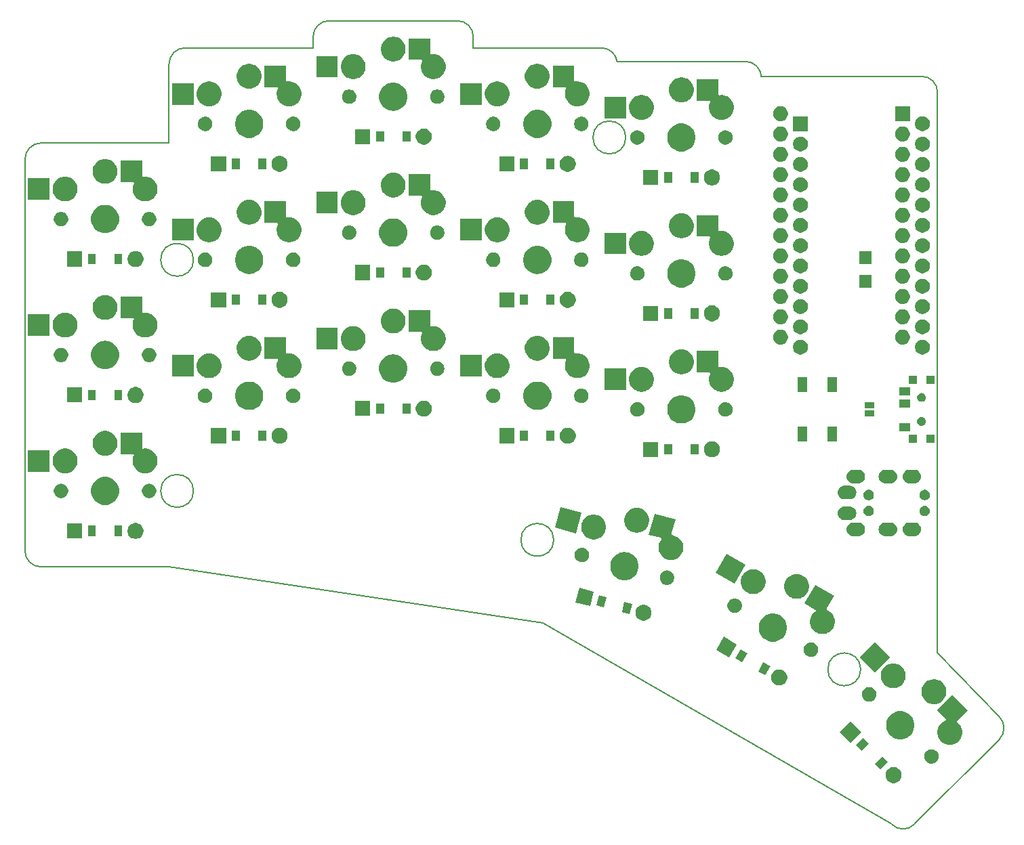
<source format=gbr>
G04 #@! TF.GenerationSoftware,KiCad,Pcbnew,5.1.5+dfsg1-2build2*
G04 #@! TF.CreationDate,2021-11-11T17:13:18+00:00*
G04 #@! TF.ProjectId,board,626f6172-642e-46b6-9963-61645f706362,VERSION_HERE*
G04 #@! TF.SameCoordinates,Original*
G04 #@! TF.FileFunction,Soldermask,Top*
G04 #@! TF.FilePolarity,Negative*
%FSLAX46Y46*%
G04 Gerber Fmt 4.6, Leading zero omitted, Abs format (unit mm)*
G04 Created by KiCad (PCBNEW 5.1.5+dfsg1-2build2) date 2021-11-11 17:13:18*
%MOMM*%
%LPD*%
G04 APERTURE LIST*
G04 #@! TA.AperFunction,Profile*
%ADD10C,0.150000*%
G04 #@! TD*
%ADD11C,0.350000*%
G04 APERTURE END LIST*
D10*
X10000000Y-9500000D02*
X26000000Y-9500000D01*
X8000000Y-7500000D02*
X8000000Y41500000D01*
X10000000Y-9500000D02*
G75*
G02X8000000Y-7500000I0J2000000D01*
G01*
X26000000Y43500000D02*
X10000000Y43500000D01*
X8000000Y41500000D02*
G75*
G02X10000000Y43500000I2000000J0D01*
G01*
X44000000Y55400000D02*
X28000000Y55400000D01*
X26000000Y53400000D02*
G75*
G02X28000000Y55400000I2000000J0D01*
G01*
X26000000Y53400000D02*
X26000000Y43500000D01*
X64000000Y55400000D02*
X64000000Y56800000D01*
X62000000Y58800000D02*
G75*
G02X64000000Y56800000I0J-2000000D01*
G01*
X62000000Y58800000D02*
X46000000Y58800000D01*
X44000000Y56800000D02*
G75*
G02X46000000Y58800000I2000000J0D01*
G01*
X44000000Y56800000D02*
X44000000Y55400000D01*
X80000000Y55400000D02*
G75*
G02X81977391Y53699872I0J-2000000D01*
G01*
X80000000Y55400000D02*
X64000000Y55400000D01*
X98000000Y53700000D02*
G75*
G02X99994367Y51850000I0J-2000000D01*
G01*
X98000000Y53700000D02*
X82000000Y53700000D01*
X81977391Y53699872D02*
G75*
G02X82000000Y53700000I22609J-1999872D01*
G01*
X119117258Y-41686664D02*
G75*
G02X116288831Y-41686665I-1414214J1414213D01*
G01*
X119117258Y-41686665D02*
X129723860Y-31080063D01*
X129723859Y-28251636D02*
G75*
G02X129723860Y-31080063I-1414213J-1414214D01*
G01*
X122000000Y-20208734D02*
X129723860Y-28251636D01*
X116288831Y-41686665D02*
X72707107Y-16524745D01*
X72707107Y-16524745D02*
X26000000Y-9500000D01*
X122000000Y-20208734D02*
X122000000Y49850000D01*
X120000000Y51850000D02*
G75*
G02X122000000Y49850000I0J-2000000D01*
G01*
X120000000Y51850000D02*
X99994367Y51850000D01*
X29050000Y28900000D02*
G75*
G03X29050000Y28900000I-2050000J0D01*
G01*
X29050000Y0D02*
G75*
G03X29050000Y0I-2050000J0D01*
G01*
X83050000Y44200000D02*
G75*
G03X83050000Y44200000I-2050000J0D01*
G01*
X74050000Y-6120000D02*
G75*
G03X74050000Y-6120000I-2050000J0D01*
G01*
X112399134Y-22311939D02*
G75*
G03X112399134Y-22311939I-2050000J0D01*
G01*
D11*
G36*
X116800496Y-34577902D02*
G01*
X116982939Y-34653473D01*
X117147134Y-34763184D01*
X117286770Y-34902820D01*
X117396481Y-35067015D01*
X117472052Y-35249458D01*
X117510577Y-35443139D01*
X117510577Y-35640615D01*
X117472052Y-35834296D01*
X117396481Y-36016739D01*
X117286770Y-36180934D01*
X117147134Y-36320570D01*
X116982939Y-36430281D01*
X116800496Y-36505852D01*
X116606815Y-36544377D01*
X116409339Y-36544377D01*
X116215658Y-36505852D01*
X116033215Y-36430281D01*
X115869020Y-36320570D01*
X115729384Y-36180934D01*
X115619673Y-36016739D01*
X115544102Y-35834296D01*
X115505577Y-35640615D01*
X115505577Y-35443139D01*
X115544102Y-35249458D01*
X115619673Y-35067015D01*
X115729384Y-34902820D01*
X115869020Y-34763184D01*
X116033215Y-34653473D01*
X116215658Y-34577902D01*
X116409339Y-34539377D01*
X116606815Y-34539377D01*
X116800496Y-34577902D01*
G37*
G36*
X115793899Y-33908460D02*
G01*
X114874660Y-34827699D01*
X114167553Y-34120592D01*
X115086792Y-33201353D01*
X115793899Y-33908460D01*
G37*
G36*
X121413844Y-32317797D02*
G01*
X121500870Y-32335108D01*
X121664824Y-32403020D01*
X121812375Y-32501610D01*
X121937864Y-32627099D01*
X122036454Y-32774650D01*
X122104366Y-32938605D01*
X122138987Y-33112655D01*
X122138987Y-33290119D01*
X122104366Y-33464169D01*
X122036454Y-33628124D01*
X121937864Y-33775675D01*
X121812375Y-33901164D01*
X121664824Y-33999754D01*
X121500870Y-34067666D01*
X121413844Y-34084976D01*
X121326819Y-34102287D01*
X121149355Y-34102287D01*
X121062330Y-34084977D01*
X120975304Y-34067666D01*
X120811350Y-33999754D01*
X120663799Y-33901164D01*
X120538310Y-33775675D01*
X120439720Y-33628124D01*
X120371808Y-33464169D01*
X120337187Y-33290119D01*
X120337187Y-33112655D01*
X120371808Y-32938605D01*
X120439720Y-32774650D01*
X120538310Y-32627099D01*
X120663799Y-32501610D01*
X120811350Y-32403020D01*
X120893328Y-32369064D01*
X120975304Y-32335108D01*
X121062330Y-32317798D01*
X121149355Y-32300487D01*
X121326819Y-32300487D01*
X121413844Y-32317797D01*
G37*
G36*
X113460447Y-31575008D02*
G01*
X112541208Y-32494247D01*
X111834101Y-31787140D01*
X112753340Y-30867901D01*
X113460447Y-31575008D01*
G37*
G36*
X125781248Y-27420789D02*
G01*
X124443463Y-28758574D01*
X124427918Y-28777516D01*
X124416367Y-28799127D01*
X124409254Y-28822576D01*
X124406852Y-28846962D01*
X124409254Y-28871348D01*
X124416367Y-28894797D01*
X124427918Y-28916408D01*
X124443463Y-28935350D01*
X124462406Y-28950895D01*
X124524252Y-28992219D01*
X124740148Y-29208115D01*
X124821573Y-29329977D01*
X124909777Y-29461984D01*
X125026619Y-29744066D01*
X125086184Y-30043520D01*
X125086184Y-30348846D01*
X125026619Y-30648300D01*
X124909777Y-30930382D01*
X124909776Y-30930383D01*
X124740148Y-31184251D01*
X124524252Y-31400147D01*
X124402245Y-31481669D01*
X124270383Y-31569776D01*
X124105144Y-31638220D01*
X123988302Y-31686618D01*
X123838574Y-31716400D01*
X123688847Y-31746183D01*
X123383521Y-31746183D01*
X123233794Y-31716400D01*
X123084066Y-31686618D01*
X122967224Y-31638220D01*
X122801985Y-31569776D01*
X122670123Y-31481669D01*
X122548116Y-31400147D01*
X122332220Y-31184251D01*
X122162592Y-30930383D01*
X122162591Y-30930382D01*
X122045749Y-30648300D01*
X121986184Y-30348846D01*
X121986184Y-30043520D01*
X122045749Y-29744066D01*
X122162591Y-29461984D01*
X122250795Y-29329977D01*
X122332220Y-29208115D01*
X122548116Y-28992219D01*
X122765510Y-28846962D01*
X122801985Y-28822590D01*
X123027031Y-28729373D01*
X123048642Y-28717822D01*
X123067584Y-28702277D01*
X123083129Y-28683335D01*
X123094680Y-28661724D01*
X123101793Y-28638275D01*
X123104195Y-28613889D01*
X123101793Y-28589503D01*
X123094680Y-28566054D01*
X123083129Y-28544443D01*
X123067584Y-28525501D01*
X121962872Y-27420789D01*
X123872060Y-25511601D01*
X125781248Y-27420789D01*
G37*
G36*
X112447870Y-30153723D02*
G01*
X111119923Y-31481670D01*
X109791976Y-30153723D01*
X111119923Y-28825776D01*
X112447870Y-30153723D01*
G37*
G36*
X117565255Y-27556247D02*
G01*
X117863686Y-27615608D01*
X118184804Y-27748620D01*
X118473803Y-27941723D01*
X118719577Y-28187497D01*
X118912680Y-28476496D01*
X119045692Y-28797614D01*
X119113500Y-29138512D01*
X119113500Y-29486088D01*
X119045692Y-29826986D01*
X118912680Y-30148104D01*
X118719577Y-30437103D01*
X118473803Y-30682877D01*
X118184804Y-30875980D01*
X117863686Y-31008992D01*
X117565255Y-31068353D01*
X117522789Y-31076800D01*
X117175211Y-31076800D01*
X117132745Y-31068353D01*
X116834314Y-31008992D01*
X116513196Y-30875980D01*
X116224197Y-30682877D01*
X115978423Y-30437103D01*
X115785320Y-30148104D01*
X115652308Y-29826986D01*
X115584500Y-29486088D01*
X115584500Y-29138512D01*
X115652308Y-28797614D01*
X115785320Y-28476496D01*
X115978423Y-28187497D01*
X116224197Y-27941723D01*
X116513196Y-27748620D01*
X116834314Y-27615608D01*
X117132745Y-27556247D01*
X117175211Y-27547800D01*
X117522789Y-27547800D01*
X117565255Y-27556247D01*
G37*
G36*
X121858675Y-23584797D02*
G01*
X122008403Y-23614580D01*
X122125245Y-23662978D01*
X122290484Y-23731422D01*
X122290485Y-23731423D01*
X122544353Y-23901051D01*
X122760249Y-24116947D01*
X122829844Y-24221104D01*
X122929878Y-24370816D01*
X122982853Y-24498709D01*
X123046720Y-24652897D01*
X123106285Y-24952353D01*
X123106285Y-25257677D01*
X123055709Y-25511944D01*
X123046720Y-25557132D01*
X122929878Y-25839214D01*
X122929877Y-25839215D01*
X122760249Y-26093083D01*
X122544353Y-26308979D01*
X122374724Y-26422321D01*
X122290484Y-26478608D01*
X122125245Y-26547052D01*
X122008403Y-26595450D01*
X121858675Y-26625232D01*
X121708948Y-26655015D01*
X121403622Y-26655015D01*
X121253895Y-26625232D01*
X121104167Y-26595450D01*
X120987325Y-26547052D01*
X120822086Y-26478608D01*
X120737846Y-26422321D01*
X120568217Y-26308979D01*
X120352321Y-26093083D01*
X120182693Y-25839215D01*
X120182692Y-25839214D01*
X120065850Y-25557132D01*
X120056862Y-25511944D01*
X120006285Y-25257677D01*
X120006285Y-24952353D01*
X120065850Y-24652897D01*
X120129717Y-24498709D01*
X120182692Y-24370816D01*
X120282726Y-24221104D01*
X120352321Y-24116947D01*
X120568217Y-23901051D01*
X120822085Y-23731423D01*
X120822086Y-23731422D01*
X120987325Y-23662978D01*
X121104167Y-23614580D01*
X121253895Y-23584797D01*
X121403622Y-23555015D01*
X121708948Y-23555015D01*
X121858675Y-23584797D01*
G37*
G36*
X113635670Y-24539623D02*
G01*
X113722696Y-24556934D01*
X113886650Y-24624846D01*
X114034201Y-24723436D01*
X114159690Y-24848925D01*
X114258280Y-24996476D01*
X114326192Y-25160431D01*
X114360813Y-25334481D01*
X114360813Y-25511945D01*
X114326192Y-25685995D01*
X114258280Y-25849950D01*
X114159690Y-25997501D01*
X114034201Y-26122990D01*
X113886650Y-26221580D01*
X113722696Y-26289492D01*
X113635670Y-26306803D01*
X113548645Y-26324113D01*
X113371181Y-26324113D01*
X113284156Y-26306803D01*
X113197130Y-26289492D01*
X113033176Y-26221580D01*
X112885625Y-26122990D01*
X112760136Y-25997501D01*
X112661546Y-25849950D01*
X112593634Y-25685995D01*
X112559013Y-25511945D01*
X112559013Y-25334481D01*
X112593634Y-25160431D01*
X112661546Y-24996476D01*
X112760136Y-24848925D01*
X112885625Y-24723436D01*
X113033176Y-24624846D01*
X113197130Y-24556934D01*
X113284156Y-24539624D01*
X113371181Y-24522313D01*
X113548645Y-24522313D01*
X113635670Y-24539623D01*
G37*
G36*
X116767507Y-21604898D02*
G01*
X116917235Y-21634681D01*
X117034077Y-21683079D01*
X117199316Y-21751523D01*
X117199317Y-21751524D01*
X117453185Y-21921152D01*
X117669081Y-22137048D01*
X117782423Y-22306677D01*
X117838710Y-22390917D01*
X117860820Y-22444296D01*
X117955552Y-22672998D01*
X118015117Y-22972454D01*
X118015117Y-23277778D01*
X117955552Y-23577234D01*
X117935717Y-23625119D01*
X117838710Y-23859315D01*
X117838709Y-23859316D01*
X117669081Y-24113184D01*
X117453185Y-24329080D01*
X117390722Y-24370816D01*
X117199316Y-24498709D01*
X117058748Y-24556934D01*
X116917235Y-24615551D01*
X116870505Y-24624846D01*
X116617780Y-24675116D01*
X116312454Y-24675116D01*
X116059729Y-24624846D01*
X116012999Y-24615551D01*
X115871486Y-24556934D01*
X115730918Y-24498709D01*
X115539512Y-24370816D01*
X115477049Y-24329080D01*
X115261153Y-24113184D01*
X115091525Y-23859316D01*
X115091524Y-23859315D01*
X114994517Y-23625119D01*
X114974682Y-23577234D01*
X114915117Y-23277778D01*
X114915117Y-22972454D01*
X114974682Y-22672998D01*
X115069414Y-22444296D01*
X115091524Y-22390917D01*
X115147811Y-22306677D01*
X115261153Y-22137048D01*
X115477049Y-21921152D01*
X115730917Y-21751524D01*
X115730918Y-21751523D01*
X115896157Y-21683079D01*
X116012999Y-21634681D01*
X116162727Y-21604898D01*
X116312454Y-21575116D01*
X116617780Y-21575116D01*
X116767507Y-21604898D01*
G37*
G36*
X102522876Y-22368725D02*
G01*
X102705319Y-22444296D01*
X102869514Y-22554007D01*
X103009150Y-22693643D01*
X103118861Y-22857838D01*
X103194432Y-23040281D01*
X103232957Y-23233962D01*
X103232957Y-23431438D01*
X103194432Y-23625119D01*
X103118861Y-23807562D01*
X103009150Y-23971757D01*
X102869514Y-24111393D01*
X102705319Y-24221104D01*
X102522876Y-24296675D01*
X102329195Y-24335200D01*
X102131719Y-24335200D01*
X101938038Y-24296675D01*
X101755595Y-24221104D01*
X101591400Y-24111393D01*
X101451764Y-23971757D01*
X101342053Y-23807562D01*
X101266482Y-23625119D01*
X101227957Y-23431438D01*
X101227957Y-23233962D01*
X101266482Y-23040281D01*
X101342053Y-22857838D01*
X101451764Y-22693643D01*
X101591400Y-22554007D01*
X101755595Y-22444296D01*
X101938038Y-22368725D01*
X102131719Y-22330200D01*
X102329195Y-22330200D01*
X102522876Y-22368725D01*
G37*
G36*
X101117855Y-21939783D02*
G01*
X100467855Y-23065617D01*
X99601829Y-22565617D01*
X100251829Y-21439783D01*
X101117855Y-21939783D01*
G37*
G36*
X116058530Y-20809341D02*
G01*
X114149342Y-22718529D01*
X112240154Y-20809341D01*
X114149342Y-18900153D01*
X116058530Y-20809341D01*
G37*
G36*
X98259971Y-20289783D02*
G01*
X97609971Y-21415617D01*
X96743945Y-20915617D01*
X97393945Y-19789783D01*
X98259971Y-20289783D01*
G37*
G36*
X96914042Y-19179002D02*
G01*
X95975041Y-20805399D01*
X94348644Y-19866398D01*
X95287645Y-18240001D01*
X96914042Y-19179002D01*
G37*
G36*
X106369897Y-18963911D02*
G01*
X106456923Y-18981221D01*
X106620877Y-19049133D01*
X106768428Y-19147723D01*
X106893917Y-19273212D01*
X106992507Y-19420763D01*
X107060419Y-19584718D01*
X107095040Y-19758768D01*
X107095040Y-19936232D01*
X107060419Y-20110282D01*
X106992507Y-20274237D01*
X106893917Y-20421788D01*
X106768428Y-20547277D01*
X106620877Y-20645867D01*
X106538899Y-20679823D01*
X106456923Y-20713779D01*
X106369897Y-20731089D01*
X106282872Y-20748400D01*
X106105408Y-20748400D01*
X106018383Y-20731090D01*
X105931357Y-20713779D01*
X105767403Y-20645867D01*
X105619852Y-20547277D01*
X105494363Y-20421788D01*
X105395773Y-20274237D01*
X105327861Y-20110282D01*
X105293240Y-19936232D01*
X105293240Y-19758768D01*
X105327861Y-19584718D01*
X105395773Y-19420763D01*
X105494363Y-19273212D01*
X105619852Y-19147723D01*
X105767403Y-19049133D01*
X105931357Y-18981221D01*
X106018383Y-18963910D01*
X106105408Y-18946600D01*
X106282872Y-18946600D01*
X106369897Y-18963911D01*
G37*
G36*
X101647255Y-15341447D02*
G01*
X101945686Y-15400808D01*
X102266804Y-15533820D01*
X102555803Y-15726923D01*
X102801577Y-15972697D01*
X102994680Y-16261696D01*
X103127692Y-16582814D01*
X103195500Y-16923712D01*
X103195500Y-17271288D01*
X103127692Y-17612186D01*
X102994680Y-17933304D01*
X102801577Y-18222303D01*
X102555803Y-18468077D01*
X102266804Y-18661180D01*
X101945686Y-18794192D01*
X101647255Y-18853553D01*
X101604789Y-18862000D01*
X101257211Y-18862000D01*
X101214745Y-18853553D01*
X100916314Y-18794192D01*
X100595196Y-18661180D01*
X100306197Y-18468077D01*
X100060423Y-18222303D01*
X99867320Y-17933304D01*
X99734308Y-17612186D01*
X99666500Y-17271288D01*
X99666500Y-16923712D01*
X99734308Y-16582814D01*
X99867320Y-16261696D01*
X100060423Y-15972697D01*
X100306197Y-15726923D01*
X100595196Y-15533820D01*
X100916314Y-15400808D01*
X101214745Y-15341447D01*
X101257211Y-15333000D01*
X101604789Y-15333000D01*
X101647255Y-15341447D01*
G37*
G36*
X109086367Y-13088015D02*
G01*
X108207486Y-14610282D01*
X108139637Y-14727799D01*
X108129524Y-14750119D01*
X108123959Y-14773983D01*
X108123158Y-14798474D01*
X108127149Y-14822651D01*
X108135781Y-14845585D01*
X108148721Y-14866394D01*
X108165471Y-14884278D01*
X108185389Y-14898551D01*
X108200054Y-14905783D01*
X108370326Y-14976312D01*
X108370327Y-14976313D01*
X108624195Y-15145941D01*
X108840091Y-15361837D01*
X108950529Y-15527120D01*
X109009720Y-15615706D01*
X109055788Y-15726924D01*
X109126562Y-15897787D01*
X109149558Y-16013395D01*
X109186127Y-16197242D01*
X109186127Y-16502568D01*
X109126562Y-16802022D01*
X109009720Y-17084104D01*
X109009719Y-17084105D01*
X108840091Y-17337973D01*
X108624195Y-17553869D01*
X108454566Y-17667211D01*
X108370326Y-17723498D01*
X108205087Y-17791942D01*
X108088245Y-17840340D01*
X107938517Y-17870123D01*
X107788790Y-17899905D01*
X107483464Y-17899905D01*
X107333737Y-17870122D01*
X107184009Y-17840340D01*
X107067167Y-17791942D01*
X106901928Y-17723498D01*
X106817688Y-17667211D01*
X106648059Y-17553869D01*
X106432163Y-17337973D01*
X106262535Y-17084105D01*
X106262534Y-17084104D01*
X106145692Y-16802022D01*
X106086127Y-16502568D01*
X106086127Y-16197242D01*
X106122696Y-16013395D01*
X106145692Y-15897787D01*
X106216466Y-15726924D01*
X106262534Y-15615706D01*
X106321725Y-15527120D01*
X106432163Y-15361837D01*
X106648059Y-15145941D01*
X106760317Y-15070933D01*
X106779258Y-15055389D01*
X106794803Y-15036447D01*
X106806354Y-15014836D01*
X106813467Y-14991387D01*
X106815869Y-14967001D01*
X106813467Y-14942615D01*
X106806354Y-14919166D01*
X106794803Y-14897555D01*
X106779258Y-14878613D01*
X106753369Y-14858749D01*
X105398099Y-14076284D01*
X105398099Y-14076283D01*
X106748099Y-11738015D01*
X109086367Y-13088015D01*
G37*
G36*
X85571796Y-14270727D02*
G01*
X85754239Y-14346298D01*
X85918434Y-14456009D01*
X86058070Y-14595645D01*
X86167781Y-14759840D01*
X86243352Y-14942283D01*
X86281877Y-15135964D01*
X86281877Y-15333440D01*
X86243352Y-15527121D01*
X86167781Y-15709564D01*
X86058070Y-15873759D01*
X85918434Y-16013395D01*
X85754239Y-16123106D01*
X85571796Y-16198677D01*
X85378115Y-16237202D01*
X85180639Y-16237202D01*
X84986958Y-16198677D01*
X84804515Y-16123106D01*
X84640320Y-16013395D01*
X84500684Y-15873759D01*
X84390973Y-15709564D01*
X84315402Y-15527121D01*
X84276877Y-15333440D01*
X84276877Y-15135964D01*
X84315402Y-14942283D01*
X84390973Y-14759840D01*
X84500684Y-14595645D01*
X84640320Y-14456009D01*
X84804515Y-14346298D01*
X84986958Y-14270727D01*
X85180639Y-14232202D01*
X85378115Y-14232202D01*
X85571796Y-14270727D01*
G37*
G36*
X83844173Y-14177208D02*
G01*
X83507709Y-15432911D01*
X83507708Y-15432911D01*
X82541783Y-15174092D01*
X82575763Y-15047277D01*
X82878247Y-13918389D01*
X82878248Y-13918389D01*
X83844173Y-14177208D01*
G37*
G36*
X96843617Y-13463910D02*
G01*
X96930643Y-13481221D01*
X97012619Y-13515177D01*
X97094597Y-13549133D01*
X97242148Y-13647723D01*
X97367637Y-13773212D01*
X97466227Y-13920763D01*
X97534139Y-14084718D01*
X97568760Y-14258768D01*
X97568760Y-14436232D01*
X97534139Y-14610282D01*
X97466227Y-14774237D01*
X97367637Y-14921788D01*
X97242148Y-15047277D01*
X97094597Y-15145867D01*
X97026455Y-15174092D01*
X96930643Y-15213779D01*
X96843617Y-15231090D01*
X96756592Y-15248400D01*
X96579128Y-15248400D01*
X96492103Y-15231090D01*
X96405077Y-15213779D01*
X96309265Y-15174092D01*
X96241123Y-15145867D01*
X96093572Y-15047277D01*
X95968083Y-14921788D01*
X95869493Y-14774237D01*
X95801581Y-14610282D01*
X95766960Y-14436232D01*
X95766960Y-14258768D01*
X95801581Y-14084718D01*
X95869493Y-13920763D01*
X95968083Y-13773212D01*
X96093572Y-13647723D01*
X96241123Y-13549133D01*
X96323101Y-13515177D01*
X96405077Y-13481221D01*
X96492103Y-13463910D01*
X96579128Y-13446600D01*
X96756592Y-13446600D01*
X96843617Y-13463910D01*
G37*
G36*
X80005393Y-13148613D02*
G01*
X80656617Y-13323108D01*
X80320153Y-14578811D01*
X80320152Y-14578811D01*
X79354227Y-14319992D01*
X79367427Y-14270728D01*
X79690691Y-13064289D01*
X79690692Y-13064289D01*
X80005393Y-13148613D01*
G37*
G36*
X79069058Y-12598525D02*
G01*
X78582996Y-14412533D01*
X76768988Y-13926471D01*
X77255050Y-12112463D01*
X79069058Y-12598525D01*
G37*
G36*
X104708390Y-10424432D02*
G01*
X104858118Y-10454214D01*
X104974960Y-10502612D01*
X105140199Y-10571056D01*
X105224439Y-10627343D01*
X105394068Y-10740685D01*
X105609964Y-10956581D01*
X105709325Y-11105287D01*
X105779593Y-11210450D01*
X105803945Y-11269241D01*
X105896435Y-11492531D01*
X105906331Y-11542282D01*
X105956000Y-11791986D01*
X105956000Y-12097312D01*
X105896435Y-12396766D01*
X105779593Y-12678848D01*
X105749759Y-12723498D01*
X105609964Y-12932717D01*
X105394068Y-13148613D01*
X105224439Y-13261955D01*
X105140199Y-13318242D01*
X104974960Y-13386686D01*
X104858118Y-13435084D01*
X104708390Y-13464866D01*
X104558663Y-13494649D01*
X104253337Y-13494649D01*
X104103610Y-13464866D01*
X103953882Y-13435084D01*
X103837040Y-13386686D01*
X103671801Y-13318242D01*
X103587561Y-13261955D01*
X103417932Y-13148613D01*
X103202036Y-12932717D01*
X103062241Y-12723498D01*
X103032407Y-12678848D01*
X102915565Y-12396766D01*
X102856000Y-12097312D01*
X102856000Y-11791986D01*
X102905669Y-11542282D01*
X102915565Y-11492531D01*
X103008055Y-11269241D01*
X103032407Y-11210450D01*
X103102675Y-11105287D01*
X103202036Y-10956581D01*
X103417932Y-10740685D01*
X103587561Y-10627343D01*
X103671801Y-10571056D01*
X103837040Y-10502612D01*
X103953882Y-10454214D01*
X104103610Y-10424432D01*
X104253337Y-10394649D01*
X104558663Y-10394649D01*
X104708390Y-10424432D01*
G37*
G36*
X99278263Y-9829688D02*
G01*
X99427991Y-9859470D01*
X99544833Y-9907868D01*
X99710072Y-9976312D01*
X99710073Y-9976313D01*
X99963941Y-10145941D01*
X100179837Y-10361837D01*
X100201761Y-10394649D01*
X100349466Y-10615706D01*
X100417910Y-10780945D01*
X100466308Y-10897787D01*
X100478003Y-10956581D01*
X100525873Y-11197242D01*
X100525873Y-11502568D01*
X100466308Y-11802022D01*
X100349466Y-12084104D01*
X100330517Y-12112463D01*
X100179837Y-12337973D01*
X99963941Y-12553869D01*
X99897108Y-12598525D01*
X99710072Y-12723498D01*
X99544833Y-12791942D01*
X99427991Y-12840340D01*
X99278263Y-12870123D01*
X99128536Y-12899905D01*
X98823210Y-12899905D01*
X98673483Y-12870123D01*
X98523755Y-12840340D01*
X98406913Y-12791942D01*
X98241674Y-12723498D01*
X98054638Y-12598525D01*
X97987805Y-12553869D01*
X97771909Y-12337973D01*
X97621229Y-12112463D01*
X97602280Y-12084104D01*
X97485438Y-11802022D01*
X97425873Y-11502568D01*
X97425873Y-11197242D01*
X97473743Y-10956581D01*
X97485438Y-10897787D01*
X97533836Y-10780945D01*
X97602280Y-10615706D01*
X97749985Y-10394649D01*
X97771909Y-10361837D01*
X97987805Y-10145941D01*
X98241673Y-9976313D01*
X98241674Y-9976312D01*
X98406913Y-9907868D01*
X98523755Y-9859470D01*
X98673483Y-9829688D01*
X98823210Y-9799905D01*
X99128536Y-9799905D01*
X99278263Y-9829688D01*
G37*
G36*
X88381649Y-9958916D02*
G01*
X88468675Y-9976226D01*
X88550651Y-10010182D01*
X88632629Y-10044138D01*
X88780180Y-10142728D01*
X88905669Y-10268217D01*
X89004259Y-10415768D01*
X89004259Y-10415769D01*
X89068582Y-10571057D01*
X89072171Y-10579723D01*
X89106792Y-10753773D01*
X89106792Y-10931237D01*
X89072171Y-11105287D01*
X89004259Y-11269242D01*
X88905669Y-11416793D01*
X88780180Y-11542282D01*
X88632629Y-11640872D01*
X88550651Y-11674828D01*
X88468675Y-11708784D01*
X88381649Y-11726094D01*
X88294624Y-11743405D01*
X88117160Y-11743405D01*
X88030135Y-11726094D01*
X87943109Y-11708784D01*
X87861133Y-11674828D01*
X87779155Y-11640872D01*
X87631604Y-11542282D01*
X87506115Y-11416793D01*
X87407525Y-11269242D01*
X87339613Y-11105287D01*
X87304992Y-10931237D01*
X87304992Y-10753773D01*
X87339613Y-10579723D01*
X87343203Y-10571057D01*
X87407525Y-10415769D01*
X87407525Y-10415768D01*
X87506115Y-10268217D01*
X87631604Y-10142728D01*
X87779155Y-10044138D01*
X87861133Y-10010182D01*
X87943109Y-9976226D01*
X88030135Y-9958915D01*
X88117160Y-9941605D01*
X88294624Y-9941605D01*
X88381649Y-9958916D01*
G37*
G36*
X97983774Y-9218271D02*
G01*
X96633774Y-11556539D01*
X94295506Y-10206539D01*
X95645506Y-7868271D01*
X97983774Y-9218271D01*
G37*
G36*
X83109555Y-7662947D02*
G01*
X83407986Y-7722308D01*
X83729104Y-7855320D01*
X84018103Y-8048423D01*
X84263877Y-8294197D01*
X84456980Y-8583196D01*
X84589992Y-8904314D01*
X84657800Y-9245212D01*
X84657800Y-9592788D01*
X84589992Y-9933686D01*
X84456980Y-10254804D01*
X84263877Y-10543803D01*
X84018103Y-10789577D01*
X83729104Y-10982680D01*
X83407986Y-11115692D01*
X83109555Y-11175053D01*
X83067089Y-11183500D01*
X82719511Y-11183500D01*
X82677045Y-11175053D01*
X82378614Y-11115692D01*
X82057496Y-10982680D01*
X81768497Y-10789577D01*
X81522723Y-10543803D01*
X81329620Y-10254804D01*
X81196608Y-9933686D01*
X81128800Y-9592788D01*
X81128800Y-9245212D01*
X81196608Y-8904314D01*
X81329620Y-8583196D01*
X81522723Y-8294197D01*
X81768497Y-8048423D01*
X82057496Y-7855320D01*
X82378614Y-7722308D01*
X82677045Y-7662947D01*
X82719511Y-7654500D01*
X83067089Y-7654500D01*
X83109555Y-7662947D01*
G37*
G36*
X77756465Y-7111906D02*
G01*
X77843491Y-7129216D01*
X77925467Y-7163172D01*
X78007445Y-7197128D01*
X78154996Y-7295718D01*
X78280485Y-7421207D01*
X78379075Y-7568758D01*
X78446987Y-7732713D01*
X78465359Y-7825072D01*
X78481608Y-7906764D01*
X78481608Y-8084226D01*
X78446987Y-8258278D01*
X78379075Y-8422232D01*
X78280485Y-8569783D01*
X78154996Y-8695272D01*
X78007445Y-8793862D01*
X77925467Y-8827818D01*
X77843491Y-8861774D01*
X77756465Y-8879085D01*
X77669440Y-8896395D01*
X77491976Y-8896395D01*
X77404951Y-8879085D01*
X77317925Y-8861774D01*
X77235949Y-8827818D01*
X77153971Y-8793862D01*
X77006420Y-8695272D01*
X76880931Y-8569783D01*
X76782341Y-8422232D01*
X76714429Y-8258278D01*
X76679808Y-8084226D01*
X76679808Y-7906764D01*
X76696058Y-7825072D01*
X76714429Y-7732713D01*
X76782341Y-7568758D01*
X76880931Y-7421207D01*
X77006420Y-7295718D01*
X77153971Y-7197128D01*
X77235949Y-7163172D01*
X77317925Y-7129216D01*
X77404951Y-7111905D01*
X77491976Y-7094595D01*
X77669440Y-7094595D01*
X77756465Y-7111906D01*
G37*
G36*
X89250086Y-3564780D02*
G01*
X88806104Y-5221741D01*
X88761489Y-5388247D01*
X88757498Y-5412424D01*
X88758299Y-5436915D01*
X88763864Y-5460779D01*
X88773977Y-5483099D01*
X88788250Y-5503017D01*
X88806134Y-5519767D01*
X88826943Y-5532707D01*
X88857843Y-5543196D01*
X89025309Y-5576507D01*
X89145619Y-5600438D01*
X89238853Y-5639057D01*
X89427700Y-5717280D01*
X89427701Y-5717281D01*
X89681569Y-5886909D01*
X89897465Y-6102805D01*
X89944220Y-6172780D01*
X90067094Y-6356674D01*
X90183936Y-6638756D01*
X90243501Y-6938210D01*
X90243501Y-7243536D01*
X90183936Y-7542990D01*
X90067094Y-7825072D01*
X90067093Y-7825073D01*
X89897465Y-8078941D01*
X89681569Y-8294837D01*
X89511940Y-8408179D01*
X89427700Y-8464466D01*
X89262461Y-8532910D01*
X89145619Y-8581308D01*
X88995891Y-8611090D01*
X88846164Y-8640873D01*
X88540838Y-8640873D01*
X88391111Y-8611090D01*
X88241383Y-8581308D01*
X88124541Y-8532910D01*
X87959302Y-8464466D01*
X87875062Y-8408179D01*
X87705433Y-8294837D01*
X87489537Y-8078941D01*
X87319909Y-7825073D01*
X87319908Y-7825072D01*
X87203066Y-7542990D01*
X87143501Y-7243536D01*
X87143501Y-6938210D01*
X87203066Y-6638756D01*
X87319908Y-6356674D01*
X87442782Y-6172780D01*
X87489537Y-6102805D01*
X87505635Y-6086707D01*
X87521175Y-6067771D01*
X87532726Y-6046160D01*
X87539839Y-6022711D01*
X87542241Y-5998325D01*
X87539839Y-5973939D01*
X87532726Y-5950490D01*
X87521175Y-5928879D01*
X87505630Y-5909937D01*
X87486688Y-5894392D01*
X87465077Y-5882841D01*
X87449601Y-5877587D01*
X85943274Y-5473968D01*
X86642086Y-2865968D01*
X89250086Y-3564780D01*
G37*
G36*
X79257006Y-2966627D02*
G01*
X79486360Y-3012248D01*
X79603202Y-3060646D01*
X79768441Y-3129090D01*
X79768442Y-3129091D01*
X80022310Y-3298719D01*
X80238206Y-3514615D01*
X80287972Y-3589096D01*
X80407835Y-3768484D01*
X80476279Y-3933723D01*
X80524677Y-4050565D01*
X80584242Y-4350021D01*
X80584242Y-4655345D01*
X80524677Y-4954801D01*
X80487177Y-5045333D01*
X80407835Y-5236882D01*
X80407834Y-5236883D01*
X80238206Y-5490751D01*
X80022310Y-5706647D01*
X79852681Y-5819989D01*
X79768441Y-5876276D01*
X79641446Y-5928879D01*
X79486360Y-5993118D01*
X79337585Y-6022711D01*
X79186905Y-6052683D01*
X78881579Y-6052683D01*
X78730899Y-6022711D01*
X78582124Y-5993118D01*
X78427038Y-5928879D01*
X78300043Y-5876276D01*
X78215803Y-5819989D01*
X78046174Y-5706647D01*
X77830278Y-5490751D01*
X77660650Y-5236883D01*
X77660649Y-5236882D01*
X77581307Y-5045333D01*
X77543807Y-4954801D01*
X77484242Y-4655345D01*
X77484242Y-4350021D01*
X77543807Y-4050565D01*
X77592205Y-3933723D01*
X77660649Y-3768484D01*
X77780512Y-3589096D01*
X77830278Y-3514615D01*
X78046174Y-3298719D01*
X78300042Y-3129091D01*
X78300043Y-3129090D01*
X78465282Y-3060646D01*
X78582124Y-3012248D01*
X78811478Y-2966627D01*
X78881579Y-2952683D01*
X79186905Y-2952683D01*
X79257006Y-2966627D01*
G37*
G36*
X22102419Y-4036025D02*
G01*
X22284862Y-4111596D01*
X22449057Y-4221307D01*
X22588693Y-4360943D01*
X22698404Y-4525138D01*
X22773975Y-4707581D01*
X22812500Y-4901262D01*
X22812500Y-5098738D01*
X22773975Y-5292419D01*
X22698404Y-5474862D01*
X22588693Y-5639057D01*
X22449057Y-5778693D01*
X22284862Y-5888404D01*
X22102419Y-5963975D01*
X21908738Y-6002500D01*
X21711262Y-6002500D01*
X21517581Y-5963975D01*
X21335138Y-5888404D01*
X21170943Y-5778693D01*
X21031307Y-5639057D01*
X20921596Y-5474862D01*
X20846025Y-5292419D01*
X20807500Y-5098738D01*
X20807500Y-4901262D01*
X20846025Y-4707581D01*
X20921596Y-4525138D01*
X21031307Y-4360943D01*
X21170943Y-4221307D01*
X21335138Y-4111596D01*
X21517581Y-4036025D01*
X21711262Y-3997500D01*
X21908738Y-3997500D01*
X22102419Y-4036025D01*
G37*
G36*
X15129000Y-5939000D02*
G01*
X13251000Y-5939000D01*
X13251000Y-4061000D01*
X15129000Y-4061000D01*
X15129000Y-5939000D01*
G37*
G36*
X112266627Y-3962299D02*
G01*
X112346742Y-3986601D01*
X112426855Y-4010903D01*
X112426857Y-4010904D01*
X112574518Y-4089831D01*
X112703949Y-4196051D01*
X112810169Y-4325482D01*
X112889096Y-4473143D01*
X112889097Y-4473145D01*
X112904869Y-4525140D01*
X112937701Y-4633373D01*
X112954112Y-4800000D01*
X112937701Y-4966627D01*
X112889096Y-5126857D01*
X112810169Y-5274518D01*
X112703949Y-5403949D01*
X112574518Y-5510169D01*
X112517075Y-5540873D01*
X112426855Y-5589097D01*
X112346742Y-5613398D01*
X112266627Y-5637701D01*
X112141752Y-5650000D01*
X111458248Y-5650000D01*
X111333373Y-5637701D01*
X111253258Y-5613398D01*
X111173145Y-5589097D01*
X111082925Y-5540873D01*
X111025482Y-5510169D01*
X110896051Y-5403949D01*
X110789831Y-5274518D01*
X110710904Y-5126857D01*
X110662299Y-4966627D01*
X110645888Y-4800000D01*
X110662299Y-4633373D01*
X110695131Y-4525140D01*
X110710903Y-4473145D01*
X110710904Y-4473143D01*
X110789831Y-4325482D01*
X110896051Y-4196051D01*
X111025482Y-4089831D01*
X111173143Y-4010904D01*
X111173145Y-4010903D01*
X111253258Y-3986601D01*
X111333373Y-3962299D01*
X111458248Y-3950000D01*
X112141752Y-3950000D01*
X112266627Y-3962299D01*
G37*
G36*
X119266627Y-3962299D02*
G01*
X119346742Y-3986601D01*
X119426855Y-4010903D01*
X119426857Y-4010904D01*
X119574518Y-4089831D01*
X119703949Y-4196051D01*
X119810169Y-4325482D01*
X119889096Y-4473143D01*
X119889097Y-4473145D01*
X119904869Y-4525140D01*
X119937701Y-4633373D01*
X119954112Y-4800000D01*
X119937701Y-4966627D01*
X119889096Y-5126857D01*
X119810169Y-5274518D01*
X119703949Y-5403949D01*
X119574518Y-5510169D01*
X119517075Y-5540873D01*
X119426855Y-5589097D01*
X119346742Y-5613398D01*
X119266627Y-5637701D01*
X119141752Y-5650000D01*
X118458248Y-5650000D01*
X118333373Y-5637701D01*
X118253258Y-5613398D01*
X118173145Y-5589097D01*
X118082925Y-5540873D01*
X118025482Y-5510169D01*
X117896051Y-5403949D01*
X117789831Y-5274518D01*
X117710904Y-5126857D01*
X117662299Y-4966627D01*
X117645888Y-4800000D01*
X117662299Y-4633373D01*
X117695131Y-4525140D01*
X117710903Y-4473145D01*
X117710904Y-4473143D01*
X117789831Y-4325482D01*
X117896051Y-4196051D01*
X118025482Y-4089831D01*
X118173143Y-4010904D01*
X118173145Y-4010903D01*
X118253258Y-3986601D01*
X118333373Y-3962299D01*
X118458248Y-3950000D01*
X119141752Y-3950000D01*
X119266627Y-3962299D01*
G37*
G36*
X116266627Y-3962299D02*
G01*
X116346742Y-3986601D01*
X116426855Y-4010903D01*
X116426857Y-4010904D01*
X116574518Y-4089831D01*
X116703949Y-4196051D01*
X116810169Y-4325482D01*
X116889096Y-4473143D01*
X116889097Y-4473145D01*
X116904869Y-4525140D01*
X116937701Y-4633373D01*
X116954112Y-4800000D01*
X116937701Y-4966627D01*
X116889096Y-5126857D01*
X116810169Y-5274518D01*
X116703949Y-5403949D01*
X116574518Y-5510169D01*
X116517075Y-5540873D01*
X116426855Y-5589097D01*
X116346742Y-5613398D01*
X116266627Y-5637701D01*
X116141752Y-5650000D01*
X115458248Y-5650000D01*
X115333373Y-5637701D01*
X115253258Y-5613398D01*
X115173145Y-5589097D01*
X115082925Y-5540873D01*
X115025482Y-5510169D01*
X114896051Y-5403949D01*
X114789831Y-5274518D01*
X114710904Y-5126857D01*
X114662299Y-4966627D01*
X114645888Y-4800000D01*
X114662299Y-4633373D01*
X114695131Y-4525140D01*
X114710903Y-4473145D01*
X114710904Y-4473143D01*
X114789831Y-4325482D01*
X114896051Y-4196051D01*
X115025482Y-4089831D01*
X115173143Y-4010904D01*
X115173145Y-4010903D01*
X115253258Y-3986601D01*
X115333373Y-3962299D01*
X115458248Y-3950000D01*
X116141752Y-3950000D01*
X116266627Y-3962299D01*
G37*
G36*
X16850000Y-5650000D02*
G01*
X15850000Y-5650000D01*
X15850000Y-4350000D01*
X16850000Y-4350000D01*
X16850000Y-5650000D01*
G37*
G36*
X20150000Y-5650000D02*
G01*
X19150000Y-5650000D01*
X19150000Y-4350000D01*
X20150000Y-4350000D01*
X20150000Y-5650000D01*
G37*
G36*
X77524241Y-2700457D02*
G01*
X76825429Y-5308457D01*
X74217429Y-4609645D01*
X74916241Y-2001645D01*
X77524241Y-2700457D01*
G37*
G36*
X84735663Y-2151523D02*
G01*
X84885391Y-2181306D01*
X85002233Y-2229704D01*
X85167472Y-2298148D01*
X85167473Y-2298149D01*
X85421341Y-2467777D01*
X85637237Y-2683673D01*
X85750579Y-2853302D01*
X85806866Y-2937542D01*
X85837810Y-3012248D01*
X85923708Y-3219623D01*
X85983273Y-3519079D01*
X85983273Y-3824403D01*
X85930477Y-4089831D01*
X85923708Y-4123858D01*
X85806866Y-4405940D01*
X85806865Y-4405941D01*
X85637237Y-4659809D01*
X85421341Y-4875705D01*
X85251712Y-4989047D01*
X85167472Y-5045334D01*
X85038543Y-5098738D01*
X84885391Y-5162176D01*
X84735663Y-5191959D01*
X84585936Y-5221741D01*
X84280610Y-5221741D01*
X84130883Y-5191959D01*
X83981155Y-5162176D01*
X83828003Y-5098738D01*
X83699074Y-5045334D01*
X83614834Y-4989047D01*
X83445205Y-4875705D01*
X83229309Y-4659809D01*
X83059681Y-4405941D01*
X83059680Y-4405940D01*
X82942838Y-4123858D01*
X82936070Y-4089831D01*
X82883273Y-3824403D01*
X82883273Y-3519079D01*
X82942838Y-3219623D01*
X83028736Y-3012248D01*
X83059680Y-2937542D01*
X83115967Y-2853302D01*
X83229309Y-2683673D01*
X83445205Y-2467777D01*
X83699073Y-2298149D01*
X83699074Y-2298148D01*
X83864313Y-2229704D01*
X83981155Y-2181306D01*
X84130883Y-2151523D01*
X84280610Y-2121741D01*
X84585936Y-2121741D01*
X84735663Y-2151523D01*
G37*
G36*
X111166627Y-1962299D02*
G01*
X111246742Y-1986601D01*
X111326855Y-2010903D01*
X111326857Y-2010904D01*
X111474518Y-2089831D01*
X111603949Y-2196051D01*
X111710169Y-2325482D01*
X111789096Y-2473143D01*
X111837701Y-2633373D01*
X111854112Y-2800000D01*
X111837701Y-2966627D01*
X111789096Y-3126857D01*
X111710169Y-3274518D01*
X111603949Y-3403949D01*
X111474518Y-3510169D01*
X111326857Y-3589096D01*
X111326855Y-3589097D01*
X111246742Y-3613399D01*
X111166627Y-3637701D01*
X111041752Y-3650000D01*
X110358248Y-3650000D01*
X110233373Y-3637701D01*
X110153258Y-3613399D01*
X110073145Y-3589097D01*
X110073143Y-3589096D01*
X109925482Y-3510169D01*
X109796051Y-3403949D01*
X109689831Y-3274518D01*
X109610904Y-3126857D01*
X109562299Y-2966627D01*
X109545888Y-2800000D01*
X109562299Y-2633373D01*
X109610904Y-2473143D01*
X109689831Y-2325482D01*
X109796051Y-2196051D01*
X109925482Y-2089831D01*
X110073143Y-2010904D01*
X110073145Y-2010903D01*
X110153258Y-1986601D01*
X110233373Y-1962299D01*
X110358248Y-1950000D01*
X111041752Y-1950000D01*
X111166627Y-1962299D01*
G37*
G36*
X120547738Y-1866653D02*
G01*
X120589598Y-1874979D01*
X120638596Y-1895275D01*
X120707889Y-1923977D01*
X120707890Y-1923978D01*
X120814351Y-1995112D01*
X120904888Y-2085649D01*
X120952418Y-2156784D01*
X120976023Y-2192111D01*
X120977655Y-2196052D01*
X121025021Y-2310402D01*
X121050000Y-2435981D01*
X121050000Y-2564019D01*
X121026200Y-2683673D01*
X121025021Y-2689597D01*
X120976023Y-2807889D01*
X120976022Y-2807890D01*
X120904888Y-2914351D01*
X120814351Y-3004888D01*
X120743216Y-3052418D01*
X120707889Y-3076023D01*
X120638596Y-3104725D01*
X120589598Y-3125021D01*
X120547738Y-3133347D01*
X120464021Y-3150000D01*
X120335979Y-3150000D01*
X120252262Y-3133347D01*
X120210402Y-3125021D01*
X120161404Y-3104725D01*
X120092111Y-3076023D01*
X120056784Y-3052418D01*
X119985649Y-3004888D01*
X119895112Y-2914351D01*
X119823978Y-2807890D01*
X119823977Y-2807889D01*
X119774979Y-2689597D01*
X119773801Y-2683673D01*
X119750000Y-2564019D01*
X119750000Y-2435981D01*
X119774979Y-2310402D01*
X119822345Y-2196052D01*
X119823977Y-2192111D01*
X119847582Y-2156784D01*
X119895112Y-2085649D01*
X119985649Y-1995112D01*
X120092110Y-1923978D01*
X120092111Y-1923977D01*
X120161404Y-1895275D01*
X120210402Y-1874979D01*
X120252262Y-1866653D01*
X120335979Y-1850000D01*
X120464021Y-1850000D01*
X120547738Y-1866653D01*
G37*
G36*
X113547738Y-1866653D02*
G01*
X113589598Y-1874979D01*
X113638596Y-1895275D01*
X113707889Y-1923977D01*
X113707890Y-1923978D01*
X113814351Y-1995112D01*
X113904888Y-2085649D01*
X113952418Y-2156784D01*
X113976023Y-2192111D01*
X113977655Y-2196052D01*
X114025021Y-2310402D01*
X114050000Y-2435981D01*
X114050000Y-2564019D01*
X114026200Y-2683673D01*
X114025021Y-2689597D01*
X113976023Y-2807889D01*
X113976022Y-2807890D01*
X113904888Y-2914351D01*
X113814351Y-3004888D01*
X113743216Y-3052418D01*
X113707889Y-3076023D01*
X113638596Y-3104725D01*
X113589598Y-3125021D01*
X113547738Y-3133347D01*
X113464021Y-3150000D01*
X113335979Y-3150000D01*
X113252262Y-3133347D01*
X113210402Y-3125021D01*
X113161404Y-3104725D01*
X113092111Y-3076023D01*
X113056784Y-3052418D01*
X112985649Y-3004888D01*
X112895112Y-2914351D01*
X112823978Y-2807890D01*
X112823977Y-2807889D01*
X112774979Y-2689597D01*
X112773801Y-2683673D01*
X112750000Y-2564019D01*
X112750000Y-2435981D01*
X112774979Y-2310402D01*
X112822345Y-2196052D01*
X112823977Y-2192111D01*
X112847582Y-2156784D01*
X112895112Y-2085649D01*
X112985649Y-1995112D01*
X113092110Y-1923978D01*
X113092111Y-1923977D01*
X113161404Y-1895275D01*
X113210402Y-1874979D01*
X113252262Y-1866653D01*
X113335979Y-1850000D01*
X113464021Y-1850000D01*
X113547738Y-1866653D01*
G37*
G36*
X18216255Y1756053D02*
G01*
X18514686Y1696692D01*
X18835804Y1563680D01*
X19124803Y1370577D01*
X19370577Y1124803D01*
X19563680Y835804D01*
X19696692Y514686D01*
X19764500Y173788D01*
X19764500Y-173788D01*
X19696692Y-514686D01*
X19563680Y-835804D01*
X19370577Y-1124803D01*
X19124803Y-1370577D01*
X18835804Y-1563680D01*
X18514686Y-1696692D01*
X18216255Y-1756053D01*
X18173789Y-1764500D01*
X17826211Y-1764500D01*
X17783745Y-1756053D01*
X17485314Y-1696692D01*
X17164196Y-1563680D01*
X16875197Y-1370577D01*
X16629423Y-1124803D01*
X16436320Y-835804D01*
X16303308Y-514686D01*
X16235500Y-173788D01*
X16235500Y173788D01*
X16303308Y514686D01*
X16436320Y835804D01*
X16629423Y1124803D01*
X16875197Y1370577D01*
X17164196Y1563680D01*
X17485314Y1696692D01*
X17783745Y1756053D01*
X17826211Y1764500D01*
X18173789Y1764500D01*
X18216255Y1756053D01*
G37*
G36*
X120547738Y133347D02*
G01*
X120589598Y125021D01*
X120638596Y104725D01*
X120707889Y76023D01*
X120707890Y76022D01*
X120814351Y4888D01*
X120904888Y-85649D01*
X120952418Y-156784D01*
X120976023Y-192111D01*
X121025021Y-310403D01*
X121050000Y-435979D01*
X121050000Y-564021D01*
X121047957Y-574290D01*
X121025021Y-689598D01*
X121004725Y-738596D01*
X120976023Y-807889D01*
X120976022Y-807890D01*
X120904888Y-914351D01*
X120814351Y-1004888D01*
X120765242Y-1037701D01*
X120707889Y-1076023D01*
X120638596Y-1104725D01*
X120589598Y-1125021D01*
X120547738Y-1133347D01*
X120464021Y-1150000D01*
X120335979Y-1150000D01*
X120252262Y-1133347D01*
X120210402Y-1125021D01*
X120161404Y-1104725D01*
X120092111Y-1076023D01*
X120034758Y-1037701D01*
X119985649Y-1004888D01*
X119895112Y-914351D01*
X119823978Y-807890D01*
X119823977Y-807889D01*
X119795275Y-738596D01*
X119774979Y-689598D01*
X119752043Y-574290D01*
X119750000Y-564021D01*
X119750000Y-435979D01*
X119774979Y-310403D01*
X119823977Y-192111D01*
X119847582Y-156784D01*
X119895112Y-85649D01*
X119985649Y4888D01*
X120092110Y76022D01*
X120092111Y76023D01*
X120161404Y104725D01*
X120210402Y125021D01*
X120252262Y133347D01*
X120335979Y150000D01*
X120464021Y150000D01*
X120547738Y133347D01*
G37*
G36*
X113547738Y133347D02*
G01*
X113589598Y125021D01*
X113638596Y104725D01*
X113707889Y76023D01*
X113707890Y76022D01*
X113814351Y4888D01*
X113904888Y-85649D01*
X113952418Y-156784D01*
X113976023Y-192111D01*
X114025021Y-310403D01*
X114050000Y-435979D01*
X114050000Y-564021D01*
X114047957Y-574290D01*
X114025021Y-689598D01*
X114004725Y-738596D01*
X113976023Y-807889D01*
X113976022Y-807890D01*
X113904888Y-914351D01*
X113814351Y-1004888D01*
X113765242Y-1037701D01*
X113707889Y-1076023D01*
X113638596Y-1104725D01*
X113589598Y-1125021D01*
X113547738Y-1133347D01*
X113464021Y-1150000D01*
X113335979Y-1150000D01*
X113252262Y-1133347D01*
X113210402Y-1125021D01*
X113161404Y-1104725D01*
X113092111Y-1076023D01*
X113034758Y-1037701D01*
X112985649Y-1004888D01*
X112895112Y-914351D01*
X112823978Y-807890D01*
X112823977Y-807889D01*
X112795275Y-738596D01*
X112774979Y-689598D01*
X112752043Y-574290D01*
X112750000Y-564021D01*
X112750000Y-435979D01*
X112774979Y-310403D01*
X112823977Y-192111D01*
X112847582Y-156784D01*
X112895112Y-85649D01*
X112985649Y4888D01*
X113092110Y76022D01*
X113092111Y76023D01*
X113161404Y104725D01*
X113210402Y125021D01*
X113252262Y133347D01*
X113335979Y150000D01*
X113464021Y150000D01*
X113547738Y133347D01*
G37*
G36*
X111166627Y637701D02*
G01*
X111246742Y613399D01*
X111326855Y589097D01*
X111326857Y589096D01*
X111474518Y510169D01*
X111603949Y403949D01*
X111710169Y274518D01*
X111776726Y150000D01*
X111789097Y126855D01*
X111804516Y76023D01*
X111837701Y-33373D01*
X111854112Y-200000D01*
X111837701Y-366627D01*
X111789096Y-526857D01*
X111710169Y-674518D01*
X111603949Y-803949D01*
X111474518Y-910169D01*
X111326857Y-989096D01*
X111326855Y-989097D01*
X111246742Y-1013398D01*
X111166627Y-1037701D01*
X111041752Y-1050000D01*
X110358248Y-1050000D01*
X110233373Y-1037701D01*
X110153258Y-1013398D01*
X110073145Y-989097D01*
X110073143Y-989096D01*
X109925482Y-910169D01*
X109796051Y-803949D01*
X109689831Y-674518D01*
X109610904Y-526857D01*
X109562299Y-366627D01*
X109545888Y-200000D01*
X109562299Y-33373D01*
X109595484Y76023D01*
X109610903Y126855D01*
X109623274Y150000D01*
X109689831Y274518D01*
X109796051Y403949D01*
X109925482Y510169D01*
X110073143Y589096D01*
X110073145Y589097D01*
X110153258Y613399D01*
X110233373Y637701D01*
X110358248Y650000D01*
X111041752Y650000D01*
X111166627Y637701D01*
G37*
G36*
X23675757Y883590D02*
G01*
X23762783Y866279D01*
X23844759Y832323D01*
X23926737Y798367D01*
X24074288Y699777D01*
X24199777Y574288D01*
X24298367Y426737D01*
X24298367Y426736D01*
X24361418Y274519D01*
X24366279Y262782D01*
X24400900Y88732D01*
X24400900Y-88732D01*
X24366279Y-262782D01*
X24298367Y-426737D01*
X24199777Y-574288D01*
X24074288Y-699777D01*
X23926737Y-798367D01*
X23903746Y-807890D01*
X23762783Y-866279D01*
X23675757Y-883590D01*
X23588732Y-900900D01*
X23411268Y-900900D01*
X23324243Y-883590D01*
X23237217Y-866279D01*
X23096254Y-807890D01*
X23073263Y-798367D01*
X22925712Y-699777D01*
X22800223Y-574288D01*
X22701633Y-426737D01*
X22633721Y-262782D01*
X22599100Y-88732D01*
X22599100Y88732D01*
X22633721Y262782D01*
X22638583Y274519D01*
X22701633Y426736D01*
X22701633Y426737D01*
X22800223Y574288D01*
X22925712Y699777D01*
X23073263Y798367D01*
X23155241Y832323D01*
X23237217Y866279D01*
X23324243Y883590D01*
X23411268Y900900D01*
X23588732Y900900D01*
X23675757Y883590D01*
G37*
G36*
X12675757Y883590D02*
G01*
X12762783Y866279D01*
X12844759Y832323D01*
X12926737Y798367D01*
X13074288Y699777D01*
X13199777Y574288D01*
X13298367Y426737D01*
X13298367Y426736D01*
X13361418Y274519D01*
X13366279Y262782D01*
X13400900Y88732D01*
X13400900Y-88732D01*
X13366279Y-262782D01*
X13298367Y-426737D01*
X13199777Y-574288D01*
X13074288Y-699777D01*
X12926737Y-798367D01*
X12903746Y-807890D01*
X12762783Y-866279D01*
X12675757Y-883590D01*
X12588732Y-900900D01*
X12411268Y-900900D01*
X12324243Y-883589D01*
X12237217Y-866279D01*
X12096254Y-807890D01*
X12073263Y-798367D01*
X11925712Y-699777D01*
X11800223Y-574288D01*
X11701633Y-426737D01*
X11633721Y-262782D01*
X11599100Y-88732D01*
X11599100Y88732D01*
X11633721Y262782D01*
X11638583Y274519D01*
X11701633Y426736D01*
X11701633Y426737D01*
X11800223Y574288D01*
X11925712Y699777D01*
X12073263Y798367D01*
X12155241Y832323D01*
X12237217Y866279D01*
X12324243Y883589D01*
X12411268Y900900D01*
X12588732Y900900D01*
X12675757Y883590D01*
G37*
G36*
X119266627Y2637701D02*
G01*
X119346742Y2613398D01*
X119426855Y2589097D01*
X119426857Y2589096D01*
X119574518Y2510169D01*
X119703949Y2403949D01*
X119810169Y2274518D01*
X119889096Y2126857D01*
X119937701Y1966627D01*
X119954112Y1800000D01*
X119937701Y1633373D01*
X119889096Y1473143D01*
X119810169Y1325482D01*
X119703949Y1196051D01*
X119574518Y1089831D01*
X119426857Y1010904D01*
X119426855Y1010903D01*
X119346742Y986601D01*
X119266627Y962299D01*
X119141752Y950000D01*
X118458248Y950000D01*
X118333373Y962299D01*
X118253258Y986601D01*
X118173145Y1010903D01*
X118173143Y1010904D01*
X118025482Y1089831D01*
X117896051Y1196051D01*
X117789831Y1325482D01*
X117710904Y1473143D01*
X117662299Y1633373D01*
X117645888Y1800000D01*
X117662299Y1966627D01*
X117710904Y2126857D01*
X117789831Y2274518D01*
X117896051Y2403949D01*
X118025482Y2510169D01*
X118173143Y2589096D01*
X118173145Y2589097D01*
X118253258Y2613398D01*
X118333373Y2637701D01*
X118458248Y2650000D01*
X119141752Y2650000D01*
X119266627Y2637701D01*
G37*
G36*
X116266627Y2637701D02*
G01*
X116346742Y2613398D01*
X116426855Y2589097D01*
X116426857Y2589096D01*
X116574518Y2510169D01*
X116703949Y2403949D01*
X116810169Y2274518D01*
X116889096Y2126857D01*
X116937701Y1966627D01*
X116954112Y1800000D01*
X116937701Y1633373D01*
X116889096Y1473143D01*
X116810169Y1325482D01*
X116703949Y1196051D01*
X116574518Y1089831D01*
X116426857Y1010904D01*
X116426855Y1010903D01*
X116346742Y986601D01*
X116266627Y962299D01*
X116141752Y950000D01*
X115458248Y950000D01*
X115333373Y962299D01*
X115253258Y986601D01*
X115173145Y1010903D01*
X115173143Y1010904D01*
X115025482Y1089831D01*
X114896051Y1196051D01*
X114789831Y1325482D01*
X114710904Y1473143D01*
X114662299Y1633373D01*
X114645888Y1800000D01*
X114662299Y1966627D01*
X114710904Y2126857D01*
X114789831Y2274518D01*
X114896051Y2403949D01*
X115025482Y2510169D01*
X115173143Y2589096D01*
X115173145Y2589097D01*
X115253258Y2613398D01*
X115333373Y2637701D01*
X115458248Y2650000D01*
X116141752Y2650000D01*
X116266627Y2637701D01*
G37*
G36*
X112266627Y2637701D02*
G01*
X112346742Y2613398D01*
X112426855Y2589097D01*
X112426857Y2589096D01*
X112574518Y2510169D01*
X112703949Y2403949D01*
X112810169Y2274518D01*
X112889096Y2126857D01*
X112937701Y1966627D01*
X112954112Y1800000D01*
X112937701Y1633373D01*
X112889096Y1473143D01*
X112810169Y1325482D01*
X112703949Y1196051D01*
X112574518Y1089831D01*
X112426857Y1010904D01*
X112426855Y1010903D01*
X112346742Y986601D01*
X112266627Y962299D01*
X112141752Y950000D01*
X111458248Y950000D01*
X111333373Y962299D01*
X111253258Y986601D01*
X111173145Y1010903D01*
X111173143Y1010904D01*
X111025482Y1089831D01*
X110896051Y1196051D01*
X110789831Y1325482D01*
X110710904Y1473143D01*
X110662299Y1633373D01*
X110645888Y1800000D01*
X110662299Y1966627D01*
X110710904Y2126857D01*
X110789831Y2274518D01*
X110896051Y2403949D01*
X111025482Y2510169D01*
X111173143Y2589096D01*
X111173145Y2589097D01*
X111253258Y2613398D01*
X111333373Y2637701D01*
X111458248Y2650000D01*
X112141752Y2650000D01*
X112266627Y2637701D01*
G37*
G36*
X22625000Y5408086D02*
G01*
X22627402Y5383700D01*
X22634515Y5360251D01*
X22646066Y5338640D01*
X22661611Y5319698D01*
X22680553Y5304153D01*
X22702164Y5292602D01*
X22725613Y5285489D01*
X22749999Y5283087D01*
X22774385Y5285489D01*
X22847337Y5300000D01*
X23152663Y5300000D01*
X23302390Y5270218D01*
X23452118Y5240435D01*
X23568960Y5192037D01*
X23734199Y5123593D01*
X23769508Y5100000D01*
X23988068Y4953964D01*
X24203964Y4738068D01*
X24212602Y4725140D01*
X24373593Y4484199D01*
X24408469Y4400000D01*
X24490435Y4202118D01*
X24520218Y4052390D01*
X24550000Y3902663D01*
X24550000Y3597337D01*
X24490435Y3297883D01*
X24373593Y3015801D01*
X24373592Y3015800D01*
X24203964Y2761932D01*
X23988068Y2546036D01*
X23934387Y2510168D01*
X23734199Y2376407D01*
X23568960Y2307963D01*
X23452118Y2259565D01*
X23302390Y2229782D01*
X23152663Y2200000D01*
X22847337Y2200000D01*
X22697610Y2229783D01*
X22547882Y2259565D01*
X22431040Y2307963D01*
X22265801Y2376407D01*
X22065613Y2510168D01*
X22011932Y2546036D01*
X21796036Y2761932D01*
X21626408Y3015800D01*
X21626407Y3015801D01*
X21509565Y3297883D01*
X21450000Y3597337D01*
X21450000Y3902663D01*
X21479782Y4052390D01*
X21509565Y4202118D01*
X21591531Y4400000D01*
X21602783Y4427166D01*
X21609896Y4450615D01*
X21612298Y4475001D01*
X21609896Y4499387D01*
X21602783Y4522836D01*
X21591232Y4544447D01*
X21575687Y4563389D01*
X21556745Y4578934D01*
X21535134Y4590485D01*
X21511685Y4597598D01*
X21487299Y4600000D01*
X19925000Y4600000D01*
X19925000Y7300000D01*
X22625000Y7300000D01*
X22625000Y5408086D01*
G37*
G36*
X13302390Y5270218D02*
G01*
X13452118Y5240435D01*
X13568960Y5192037D01*
X13734199Y5123593D01*
X13769508Y5100000D01*
X13988068Y4953964D01*
X14203964Y4738068D01*
X14212602Y4725140D01*
X14373593Y4484199D01*
X14408469Y4400000D01*
X14490435Y4202118D01*
X14520218Y4052390D01*
X14550000Y3902663D01*
X14550000Y3597337D01*
X14490435Y3297883D01*
X14373593Y3015801D01*
X14373592Y3015800D01*
X14203964Y2761932D01*
X13988068Y2546036D01*
X13934387Y2510168D01*
X13734199Y2376407D01*
X13568960Y2307963D01*
X13452118Y2259565D01*
X13302390Y2229782D01*
X13152663Y2200000D01*
X12847337Y2200000D01*
X12697610Y2229783D01*
X12547882Y2259565D01*
X12431040Y2307963D01*
X12265801Y2376407D01*
X12065613Y2510168D01*
X12011932Y2546036D01*
X11796036Y2761932D01*
X11626408Y3015800D01*
X11626407Y3015801D01*
X11509565Y3297883D01*
X11450000Y3597337D01*
X11450000Y3902663D01*
X11479782Y4052390D01*
X11509565Y4202118D01*
X11591531Y4400000D01*
X11626407Y4484199D01*
X11787398Y4725140D01*
X11796036Y4738068D01*
X12011932Y4953964D01*
X12230492Y5100000D01*
X12265801Y5123593D01*
X12431040Y5192037D01*
X12547882Y5240435D01*
X12697610Y5270218D01*
X12847337Y5300000D01*
X13152663Y5300000D01*
X13302390Y5270218D01*
G37*
G36*
X11075000Y2400000D02*
G01*
X8375000Y2400000D01*
X8375000Y5100000D01*
X11075000Y5100000D01*
X11075000Y2400000D01*
G37*
G36*
X94102419Y6163975D02*
G01*
X94284862Y6088404D01*
X94449057Y5978693D01*
X94588693Y5839057D01*
X94698404Y5674862D01*
X94773975Y5492419D01*
X94812500Y5298738D01*
X94812500Y5101262D01*
X94773975Y4907581D01*
X94698404Y4725138D01*
X94588693Y4560943D01*
X94449057Y4421307D01*
X94284862Y4311596D01*
X94102419Y4236025D01*
X93908738Y4197500D01*
X93711262Y4197500D01*
X93517581Y4236025D01*
X93335138Y4311596D01*
X93170943Y4421307D01*
X93031307Y4560943D01*
X92921596Y4725138D01*
X92846025Y4907581D01*
X92807500Y5101262D01*
X92807500Y5298738D01*
X92846025Y5492419D01*
X92921596Y5674862D01*
X93031307Y5839057D01*
X93170943Y5978693D01*
X93335138Y6088404D01*
X93517581Y6163975D01*
X93711262Y6202500D01*
X93908738Y6202500D01*
X94102419Y6163975D01*
G37*
G36*
X87129000Y4261000D02*
G01*
X85251000Y4261000D01*
X85251000Y6139000D01*
X87129000Y6139000D01*
X87129000Y4261000D01*
G37*
G36*
X18302390Y7470217D02*
G01*
X18452118Y7440435D01*
X18568960Y7392037D01*
X18734199Y7323593D01*
X18734200Y7323592D01*
X18988068Y7153964D01*
X19203964Y6938068D01*
X19295374Y6801262D01*
X19373593Y6684199D01*
X19405329Y6607581D01*
X19480900Y6425138D01*
X19490435Y6402117D01*
X19537805Y6163974D01*
X19550000Y6102662D01*
X19550000Y5797338D01*
X19490435Y5497882D01*
X19453240Y5408086D01*
X19373593Y5215801D01*
X19373592Y5215800D01*
X19203964Y4961932D01*
X18988068Y4746036D01*
X18818439Y4632694D01*
X18734199Y4576407D01*
X18604867Y4522836D01*
X18452118Y4459565D01*
X18302390Y4429782D01*
X18152663Y4400000D01*
X17847337Y4400000D01*
X17697610Y4429783D01*
X17547882Y4459565D01*
X17395133Y4522836D01*
X17265801Y4576407D01*
X17181561Y4632694D01*
X17011932Y4746036D01*
X16796036Y4961932D01*
X16626408Y5215800D01*
X16626407Y5215801D01*
X16546760Y5408086D01*
X16509565Y5497882D01*
X16450000Y5797338D01*
X16450000Y6102662D01*
X16462196Y6163974D01*
X16509565Y6402117D01*
X16519101Y6425138D01*
X16594671Y6607581D01*
X16626407Y6684199D01*
X16704626Y6801262D01*
X16796036Y6938068D01*
X17011932Y7153964D01*
X17265800Y7323592D01*
X17265801Y7323593D01*
X17431040Y7392037D01*
X17547882Y7440435D01*
X17697610Y7470217D01*
X17847337Y7500000D01*
X18152663Y7500000D01*
X18302390Y7470217D01*
G37*
G36*
X88850000Y4550000D02*
G01*
X87850000Y4550000D01*
X87850000Y5850000D01*
X88850000Y5850000D01*
X88850000Y4550000D01*
G37*
G36*
X92150000Y4550000D02*
G01*
X91150000Y4550000D01*
X91150000Y5850000D01*
X92150000Y5850000D01*
X92150000Y4550000D01*
G37*
G36*
X76102419Y7863975D02*
G01*
X76284862Y7788404D01*
X76449057Y7678693D01*
X76588693Y7539057D01*
X76698404Y7374862D01*
X76773975Y7192419D01*
X76812500Y6998738D01*
X76812500Y6801262D01*
X76773975Y6607581D01*
X76698404Y6425138D01*
X76588693Y6260943D01*
X76449057Y6121307D01*
X76284862Y6011596D01*
X76102419Y5936025D01*
X75908738Y5897500D01*
X75711262Y5897500D01*
X75517581Y5936025D01*
X75335138Y6011596D01*
X75170943Y6121307D01*
X75031307Y6260943D01*
X74921596Y6425138D01*
X74846025Y6607581D01*
X74807500Y6801262D01*
X74807500Y6998738D01*
X74846025Y7192419D01*
X74921596Y7374862D01*
X75031307Y7539057D01*
X75170943Y7678693D01*
X75335138Y7788404D01*
X75517581Y7863975D01*
X75711262Y7902500D01*
X75908738Y7902500D01*
X76102419Y7863975D01*
G37*
G36*
X40102419Y7863975D02*
G01*
X40284862Y7788404D01*
X40449057Y7678693D01*
X40588693Y7539057D01*
X40698404Y7374862D01*
X40773975Y7192419D01*
X40812500Y6998738D01*
X40812500Y6801262D01*
X40773975Y6607581D01*
X40698404Y6425138D01*
X40588693Y6260943D01*
X40449057Y6121307D01*
X40284862Y6011596D01*
X40102419Y5936025D01*
X39908738Y5897500D01*
X39711262Y5897500D01*
X39517581Y5936025D01*
X39335138Y6011596D01*
X39170943Y6121307D01*
X39031307Y6260943D01*
X38921596Y6425138D01*
X38846025Y6607581D01*
X38807500Y6801262D01*
X38807500Y6998738D01*
X38846025Y7192419D01*
X38921596Y7374862D01*
X39031307Y7539057D01*
X39170943Y7678693D01*
X39335138Y7788404D01*
X39517581Y7863975D01*
X39711262Y7902500D01*
X39908738Y7902500D01*
X40102419Y7863975D01*
G37*
G36*
X33129000Y5961000D02*
G01*
X31251000Y5961000D01*
X31251000Y7839000D01*
X33129000Y7839000D01*
X33129000Y5961000D01*
G37*
G36*
X69129000Y5961000D02*
G01*
X67251000Y5961000D01*
X67251000Y7839000D01*
X69129000Y7839000D01*
X69129000Y5961000D01*
G37*
G36*
X119400000Y6000000D02*
G01*
X118400000Y6000000D01*
X118400000Y7000000D01*
X119400000Y7000000D01*
X119400000Y6000000D01*
G37*
G36*
X121600000Y6000000D02*
G01*
X120600000Y6000000D01*
X120600000Y7000000D01*
X121600000Y7000000D01*
X121600000Y6000000D01*
G37*
G36*
X105750000Y6150000D02*
G01*
X104550000Y6150000D01*
X104550000Y8050000D01*
X105750000Y8050000D01*
X105750000Y6150000D01*
G37*
G36*
X109450000Y6150000D02*
G01*
X108250000Y6150000D01*
X108250000Y8050000D01*
X109450000Y8050000D01*
X109450000Y6150000D01*
G37*
G36*
X70850000Y6250000D02*
G01*
X69850000Y6250000D01*
X69850000Y7550000D01*
X70850000Y7550000D01*
X70850000Y6250000D01*
G37*
G36*
X38150000Y6250000D02*
G01*
X37150000Y6250000D01*
X37150000Y7550000D01*
X38150000Y7550000D01*
X38150000Y6250000D01*
G37*
G36*
X34850000Y6250000D02*
G01*
X33850000Y6250000D01*
X33850000Y7550000D01*
X34850000Y7550000D01*
X34850000Y6250000D01*
G37*
G36*
X74150000Y6250000D02*
G01*
X73150000Y6250000D01*
X73150000Y7550000D01*
X74150000Y7550000D01*
X74150000Y6250000D01*
G37*
G36*
X118600000Y7450000D02*
G01*
X117250000Y7450000D01*
X117250000Y8450000D01*
X118600000Y8450000D01*
X118600000Y7450000D01*
G37*
G36*
X120125009Y9235909D02*
G01*
X120160429Y9228864D01*
X120210476Y9208133D01*
X120260524Y9187403D01*
X120350602Y9127215D01*
X120427215Y9050602D01*
X120487403Y8960524D01*
X120528864Y8860428D01*
X120550000Y8754172D01*
X120550000Y8645828D01*
X120535909Y8574991D01*
X120528864Y8539571D01*
X120513843Y8503308D01*
X120487403Y8439476D01*
X120427215Y8349398D01*
X120350602Y8272785D01*
X120260524Y8212597D01*
X120210476Y8191866D01*
X120160429Y8171136D01*
X120125009Y8164091D01*
X120054172Y8150000D01*
X119945828Y8150000D01*
X119874991Y8164091D01*
X119839571Y8171136D01*
X119789524Y8191866D01*
X119739476Y8212597D01*
X119649398Y8272785D01*
X119572785Y8349398D01*
X119512597Y8439476D01*
X119486157Y8503308D01*
X119471136Y8539571D01*
X119464091Y8574991D01*
X119450000Y8645828D01*
X119450000Y8754172D01*
X119471136Y8860428D01*
X119512597Y8960524D01*
X119572785Y9050602D01*
X119649398Y9127215D01*
X119739476Y9187403D01*
X119789524Y9208133D01*
X119839571Y9228864D01*
X119874991Y9235909D01*
X119945828Y9250000D01*
X120054172Y9250000D01*
X120125009Y9235909D01*
G37*
G36*
X90216255Y11956053D02*
G01*
X90514686Y11896692D01*
X90835804Y11763680D01*
X91124803Y11570577D01*
X91370577Y11324803D01*
X91563680Y11035804D01*
X91696692Y10714686D01*
X91764500Y10373788D01*
X91764500Y10026212D01*
X91696692Y9685314D01*
X91563680Y9364196D01*
X91370577Y9075197D01*
X91124803Y8829423D01*
X90835804Y8636320D01*
X90514686Y8503308D01*
X90246685Y8450000D01*
X90173789Y8435500D01*
X89826211Y8435500D01*
X89753315Y8450000D01*
X89485314Y8503308D01*
X89164196Y8636320D01*
X88875197Y8829423D01*
X88629423Y9075197D01*
X88436320Y9364196D01*
X88303308Y9685314D01*
X88235500Y10026212D01*
X88235500Y10373788D01*
X88303308Y10714686D01*
X88436320Y11035804D01*
X88629423Y11324803D01*
X88875197Y11570577D01*
X89164196Y11763680D01*
X89485314Y11896692D01*
X89783745Y11956053D01*
X89826211Y11964500D01*
X90173789Y11964500D01*
X90216255Y11956053D01*
G37*
G36*
X58102419Y11263975D02*
G01*
X58284862Y11188404D01*
X58449057Y11078693D01*
X58588693Y10939057D01*
X58698404Y10774862D01*
X58773975Y10592419D01*
X58812500Y10398738D01*
X58812500Y10201262D01*
X58773975Y10007581D01*
X58698404Y9825138D01*
X58588693Y9660943D01*
X58449057Y9521307D01*
X58284862Y9411596D01*
X58102419Y9336025D01*
X57908738Y9297500D01*
X57711262Y9297500D01*
X57517581Y9336025D01*
X57335138Y9411596D01*
X57170943Y9521307D01*
X57031307Y9660943D01*
X56921596Y9825138D01*
X56846025Y10007581D01*
X56807500Y10201262D01*
X56807500Y10398738D01*
X56846025Y10592419D01*
X56921596Y10774862D01*
X57031307Y10939057D01*
X57170943Y11078693D01*
X57335138Y11188404D01*
X57517581Y11263975D01*
X57711262Y11302500D01*
X57908738Y11302500D01*
X58102419Y11263975D01*
G37*
G36*
X84675757Y11083589D02*
G01*
X84762783Y11066279D01*
X84841384Y11033721D01*
X84926737Y10998367D01*
X85074288Y10899777D01*
X85199777Y10774288D01*
X85298367Y10626737D01*
X85298367Y10626736D01*
X85366279Y10462783D01*
X85383590Y10375757D01*
X85400900Y10288732D01*
X85400900Y10111268D01*
X85366279Y9937218D01*
X85298367Y9773263D01*
X85199777Y9625712D01*
X85074288Y9500223D01*
X84926737Y9401633D01*
X84844759Y9367677D01*
X84762783Y9333721D01*
X84675757Y9316411D01*
X84588732Y9299100D01*
X84411268Y9299100D01*
X84324243Y9316410D01*
X84237217Y9333721D01*
X84073263Y9401633D01*
X83925712Y9500223D01*
X83800223Y9625712D01*
X83701633Y9773263D01*
X83633721Y9937218D01*
X83599100Y10111268D01*
X83599100Y10288732D01*
X83616410Y10375757D01*
X83633721Y10462783D01*
X83701633Y10626736D01*
X83701633Y10626737D01*
X83800223Y10774288D01*
X83925712Y10899777D01*
X84073263Y10998367D01*
X84158616Y11033721D01*
X84237217Y11066279D01*
X84324243Y11083589D01*
X84411268Y11100900D01*
X84588732Y11100900D01*
X84675757Y11083589D01*
G37*
G36*
X95675757Y11083589D02*
G01*
X95762783Y11066279D01*
X95841384Y11033721D01*
X95926737Y10998367D01*
X96074288Y10899777D01*
X96199777Y10774288D01*
X96298367Y10626737D01*
X96298367Y10626736D01*
X96366279Y10462783D01*
X96383590Y10375757D01*
X96400900Y10288732D01*
X96400900Y10111268D01*
X96366279Y9937218D01*
X96298367Y9773263D01*
X96199777Y9625712D01*
X96074288Y9500223D01*
X95926737Y9401633D01*
X95762783Y9333721D01*
X95675757Y9316411D01*
X95588732Y9299100D01*
X95411268Y9299100D01*
X95324243Y9316410D01*
X95237217Y9333721D01*
X95073263Y9401633D01*
X94925712Y9500223D01*
X94800223Y9625712D01*
X94701633Y9773263D01*
X94633721Y9937218D01*
X94599100Y10111268D01*
X94599100Y10288732D01*
X94616410Y10375757D01*
X94633721Y10462783D01*
X94701633Y10626736D01*
X94701633Y10626737D01*
X94800223Y10774288D01*
X94925712Y10899777D01*
X95073263Y10998367D01*
X95158616Y11033721D01*
X95237217Y11066279D01*
X95324243Y11083589D01*
X95411268Y11100900D01*
X95588732Y11100900D01*
X95675757Y11083589D01*
G37*
G36*
X114121500Y9332120D02*
G01*
X112878500Y9332120D01*
X112878500Y10067120D01*
X114121500Y10067120D01*
X114121500Y9332120D01*
G37*
G36*
X51129000Y9361000D02*
G01*
X49251000Y9361000D01*
X49251000Y11239000D01*
X51129000Y11239000D01*
X51129000Y9361000D01*
G37*
G36*
X52850000Y9650000D02*
G01*
X51850000Y9650000D01*
X51850000Y10950000D01*
X52850000Y10950000D01*
X52850000Y9650000D01*
G37*
G36*
X56150000Y9650000D02*
G01*
X55150000Y9650000D01*
X55150000Y10950000D01*
X56150000Y10950000D01*
X56150000Y9650000D01*
G37*
G36*
X72216255Y13656053D02*
G01*
X72514686Y13596692D01*
X72835804Y13463680D01*
X73124803Y13270577D01*
X73370577Y13024803D01*
X73563680Y12735804D01*
X73696692Y12414686D01*
X73764500Y12073788D01*
X73764500Y11726212D01*
X73696692Y11385314D01*
X73563680Y11064196D01*
X73370577Y10775197D01*
X73124803Y10529423D01*
X72835804Y10336320D01*
X72514686Y10203308D01*
X72216255Y10143947D01*
X72173789Y10135500D01*
X71826211Y10135500D01*
X71783745Y10143947D01*
X71485314Y10203308D01*
X71164196Y10336320D01*
X70875197Y10529423D01*
X70629423Y10775197D01*
X70436320Y11064196D01*
X70303308Y11385314D01*
X70235500Y11726212D01*
X70235500Y12073788D01*
X70303308Y12414686D01*
X70436320Y12735804D01*
X70629423Y13024803D01*
X70875197Y13270577D01*
X71164196Y13463680D01*
X71485314Y13596692D01*
X71783745Y13656053D01*
X71826211Y13664500D01*
X72173789Y13664500D01*
X72216255Y13656053D01*
G37*
G36*
X36216255Y13656053D02*
G01*
X36514686Y13596692D01*
X36835804Y13463680D01*
X37124803Y13270577D01*
X37370577Y13024803D01*
X37563680Y12735804D01*
X37696692Y12414686D01*
X37764500Y12073788D01*
X37764500Y11726212D01*
X37696692Y11385314D01*
X37563680Y11064196D01*
X37370577Y10775197D01*
X37124803Y10529423D01*
X36835804Y10336320D01*
X36514686Y10203308D01*
X36216255Y10143947D01*
X36173789Y10135500D01*
X35826211Y10135500D01*
X35783745Y10143947D01*
X35485314Y10203308D01*
X35164196Y10336320D01*
X34875197Y10529423D01*
X34629423Y10775197D01*
X34436320Y11064196D01*
X34303308Y11385314D01*
X34235500Y11726212D01*
X34235500Y12073788D01*
X34303308Y12414686D01*
X34436320Y12735804D01*
X34629423Y13024803D01*
X34875197Y13270577D01*
X35164196Y13463680D01*
X35485314Y13596692D01*
X35783745Y13656053D01*
X35826211Y13664500D01*
X36173789Y13664500D01*
X36216255Y13656053D01*
G37*
G36*
X114121500Y10332880D02*
G01*
X112878500Y10332880D01*
X112878500Y11067880D01*
X114121500Y11067880D01*
X114121500Y10332880D01*
G37*
G36*
X118600000Y10450000D02*
G01*
X117250000Y10450000D01*
X117250000Y11450000D01*
X118600000Y11450000D01*
X118600000Y10450000D01*
G37*
G36*
X22102419Y12963975D02*
G01*
X22284862Y12888404D01*
X22449057Y12778693D01*
X22588693Y12639057D01*
X22698404Y12474862D01*
X22773975Y12292419D01*
X22812500Y12098738D01*
X22812500Y11901262D01*
X22773975Y11707581D01*
X22698404Y11525138D01*
X22588693Y11360943D01*
X22449057Y11221307D01*
X22284862Y11111596D01*
X22102419Y11036025D01*
X21908738Y10997500D01*
X21711262Y10997500D01*
X21517581Y11036025D01*
X21335138Y11111596D01*
X21170943Y11221307D01*
X21031307Y11360943D01*
X20921596Y11525138D01*
X20846025Y11707581D01*
X20807500Y11901262D01*
X20807500Y12098738D01*
X20846025Y12292419D01*
X20921596Y12474862D01*
X21031307Y12639057D01*
X21170943Y12778693D01*
X21335138Y12888404D01*
X21517581Y12963975D01*
X21711262Y13002500D01*
X21908738Y13002500D01*
X22102419Y12963975D01*
G37*
G36*
X77675757Y12783590D02*
G01*
X77762783Y12766279D01*
X77844759Y12732323D01*
X77926737Y12698367D01*
X78074288Y12599777D01*
X78199777Y12474288D01*
X78298367Y12326737D01*
X78298367Y12326736D01*
X78366279Y12162783D01*
X78383590Y12075757D01*
X78400900Y11988732D01*
X78400900Y11811268D01*
X78366279Y11637218D01*
X78298367Y11473263D01*
X78199777Y11325712D01*
X78074288Y11200223D01*
X77926737Y11101633D01*
X77845250Y11067880D01*
X77762783Y11033721D01*
X77675757Y11016410D01*
X77588732Y10999100D01*
X77411268Y10999100D01*
X77324243Y11016411D01*
X77237217Y11033721D01*
X77154750Y11067880D01*
X77073263Y11101633D01*
X76925712Y11200223D01*
X76800223Y11325712D01*
X76701633Y11473263D01*
X76633721Y11637218D01*
X76599100Y11811268D01*
X76599100Y11988732D01*
X76616410Y12075757D01*
X76633721Y12162783D01*
X76701633Y12326736D01*
X76701633Y12326737D01*
X76800223Y12474288D01*
X76925712Y12599777D01*
X77073263Y12698367D01*
X77237217Y12766279D01*
X77324243Y12783589D01*
X77411268Y12800900D01*
X77588732Y12800900D01*
X77675757Y12783590D01*
G37*
G36*
X30675757Y12783590D02*
G01*
X30762783Y12766279D01*
X30926737Y12698367D01*
X31074288Y12599777D01*
X31199777Y12474288D01*
X31298367Y12326737D01*
X31298367Y12326736D01*
X31366279Y12162783D01*
X31383590Y12075757D01*
X31400900Y11988732D01*
X31400900Y11811268D01*
X31366279Y11637218D01*
X31298367Y11473263D01*
X31199777Y11325712D01*
X31074288Y11200223D01*
X30926737Y11101633D01*
X30845250Y11067880D01*
X30762783Y11033721D01*
X30675757Y11016410D01*
X30588732Y10999100D01*
X30411268Y10999100D01*
X30324243Y11016411D01*
X30237217Y11033721D01*
X30154750Y11067880D01*
X30073263Y11101633D01*
X29925712Y11200223D01*
X29800223Y11325712D01*
X29701633Y11473263D01*
X29633721Y11637218D01*
X29599100Y11811268D01*
X29599100Y11988732D01*
X29616411Y12075757D01*
X29633721Y12162783D01*
X29701633Y12326736D01*
X29701633Y12326737D01*
X29800223Y12474288D01*
X29925712Y12599777D01*
X30073263Y12698367D01*
X30237217Y12766279D01*
X30324243Y12783589D01*
X30411268Y12800900D01*
X30588732Y12800900D01*
X30675757Y12783590D01*
G37*
G36*
X66675757Y12783590D02*
G01*
X66762783Y12766279D01*
X66844759Y12732323D01*
X66926737Y12698367D01*
X67074288Y12599777D01*
X67199777Y12474288D01*
X67298367Y12326737D01*
X67298367Y12326736D01*
X67366279Y12162783D01*
X67383590Y12075757D01*
X67400900Y11988732D01*
X67400900Y11811268D01*
X67366279Y11637218D01*
X67298367Y11473263D01*
X67199777Y11325712D01*
X67074288Y11200223D01*
X66926737Y11101633D01*
X66845250Y11067880D01*
X66762783Y11033721D01*
X66675757Y11016410D01*
X66588732Y10999100D01*
X66411268Y10999100D01*
X66324243Y11016411D01*
X66237217Y11033721D01*
X66154750Y11067880D01*
X66073263Y11101633D01*
X65925712Y11200223D01*
X65800223Y11325712D01*
X65701633Y11473263D01*
X65633721Y11637218D01*
X65599100Y11811268D01*
X65599100Y11988732D01*
X65616410Y12075757D01*
X65633721Y12162783D01*
X65701633Y12326736D01*
X65701633Y12326737D01*
X65800223Y12474288D01*
X65925712Y12599777D01*
X66073263Y12698367D01*
X66237217Y12766279D01*
X66324243Y12783589D01*
X66411268Y12800900D01*
X66588732Y12800900D01*
X66675757Y12783590D01*
G37*
G36*
X41675757Y12783590D02*
G01*
X41762783Y12766279D01*
X41844759Y12732323D01*
X41926737Y12698367D01*
X42074288Y12599777D01*
X42199777Y12474288D01*
X42298367Y12326737D01*
X42298367Y12326736D01*
X42366279Y12162783D01*
X42383590Y12075757D01*
X42400900Y11988732D01*
X42400900Y11811268D01*
X42366279Y11637218D01*
X42298367Y11473263D01*
X42199777Y11325712D01*
X42074288Y11200223D01*
X41926737Y11101633D01*
X41845250Y11067880D01*
X41762783Y11033721D01*
X41675757Y11016410D01*
X41588732Y10999100D01*
X41411268Y10999100D01*
X41324243Y11016411D01*
X41237217Y11033721D01*
X41154750Y11067880D01*
X41073263Y11101633D01*
X40925712Y11200223D01*
X40800223Y11325712D01*
X40701633Y11473263D01*
X40633721Y11637218D01*
X40599100Y11811268D01*
X40599100Y11988732D01*
X40616410Y12075757D01*
X40633721Y12162783D01*
X40701633Y12326736D01*
X40701633Y12326737D01*
X40800223Y12474288D01*
X40925712Y12599777D01*
X41073263Y12698367D01*
X41237217Y12766279D01*
X41324243Y12783589D01*
X41411268Y12800900D01*
X41588732Y12800900D01*
X41675757Y12783590D01*
G37*
G36*
X15129000Y11061000D02*
G01*
X13251000Y11061000D01*
X13251000Y12939000D01*
X15129000Y12939000D01*
X15129000Y11061000D01*
G37*
G36*
X120125009Y12235909D02*
G01*
X120160429Y12228864D01*
X120210476Y12208134D01*
X120260524Y12187403D01*
X120350602Y12127215D01*
X120427215Y12050602D01*
X120487403Y11960524D01*
X120487403Y11960523D01*
X120513844Y11896691D01*
X120528864Y11860428D01*
X120548109Y11763680D01*
X120550000Y11754170D01*
X120550000Y11645830D01*
X120528864Y11539571D01*
X120508133Y11489524D01*
X120487403Y11439476D01*
X120427215Y11349398D01*
X120350602Y11272785D01*
X120260524Y11212597D01*
X120230655Y11200225D01*
X120160429Y11171136D01*
X120125009Y11164091D01*
X120054172Y11150000D01*
X119945828Y11150000D01*
X119874991Y11164091D01*
X119839571Y11171136D01*
X119769345Y11200225D01*
X119739476Y11212597D01*
X119649398Y11272785D01*
X119572785Y11349398D01*
X119512597Y11439476D01*
X119491867Y11489524D01*
X119471136Y11539571D01*
X119450000Y11645830D01*
X119450000Y11754170D01*
X119451892Y11763680D01*
X119471136Y11860428D01*
X119486157Y11896691D01*
X119512597Y11960523D01*
X119512597Y11960524D01*
X119572785Y12050602D01*
X119649398Y12127215D01*
X119739476Y12187403D01*
X119789524Y12208134D01*
X119839571Y12228864D01*
X119874991Y12235909D01*
X119945828Y12250000D01*
X120054172Y12250000D01*
X120125009Y12235909D01*
G37*
G36*
X16850000Y11350000D02*
G01*
X15850000Y11350000D01*
X15850000Y12650000D01*
X16850000Y12650000D01*
X16850000Y11350000D01*
G37*
G36*
X20150000Y11350000D02*
G01*
X19150000Y11350000D01*
X19150000Y12650000D01*
X20150000Y12650000D01*
X20150000Y11350000D01*
G37*
G36*
X118600000Y11950000D02*
G01*
X117250000Y11950000D01*
X117250000Y12950000D01*
X118600000Y12950000D01*
X118600000Y11950000D01*
G37*
G36*
X105750000Y12350000D02*
G01*
X104550000Y12350000D01*
X104550000Y14250000D01*
X105750000Y14250000D01*
X105750000Y12350000D01*
G37*
G36*
X109450000Y12350000D02*
G01*
X108250000Y12350000D01*
X108250000Y14250000D01*
X109450000Y14250000D01*
X109450000Y12350000D01*
G37*
G36*
X94625000Y15608086D02*
G01*
X94627402Y15583700D01*
X94634515Y15560251D01*
X94646066Y15538640D01*
X94661611Y15519698D01*
X94680553Y15504153D01*
X94702164Y15492602D01*
X94725613Y15485489D01*
X94749999Y15483087D01*
X94774385Y15485489D01*
X94847337Y15500000D01*
X95152663Y15500000D01*
X95284435Y15473789D01*
X95452118Y15440435D01*
X95568960Y15392037D01*
X95734199Y15323593D01*
X95769508Y15300000D01*
X95988068Y15153964D01*
X96203964Y14938068D01*
X96247264Y14873264D01*
X96373593Y14684199D01*
X96408376Y14600225D01*
X96477345Y14433721D01*
X96490435Y14402117D01*
X96538682Y14159565D01*
X96550000Y14102662D01*
X96550000Y13797338D01*
X96497918Y13535500D01*
X96490435Y13497883D01*
X96373593Y13215801D01*
X96373592Y13215800D01*
X96203964Y12961932D01*
X95988068Y12746036D01*
X95827957Y12639054D01*
X95734199Y12576407D01*
X95568960Y12507963D01*
X95452118Y12459565D01*
X95302390Y12429782D01*
X95152663Y12400000D01*
X94847337Y12400000D01*
X94697610Y12429782D01*
X94547882Y12459565D01*
X94431040Y12507963D01*
X94265801Y12576407D01*
X94172043Y12639054D01*
X94011932Y12746036D01*
X93796036Y12961932D01*
X93626408Y13215800D01*
X93626407Y13215801D01*
X93509565Y13497883D01*
X93502083Y13535500D01*
X93450000Y13797338D01*
X93450000Y14102662D01*
X93461319Y14159565D01*
X93509565Y14402117D01*
X93522656Y14433721D01*
X93591624Y14600225D01*
X93602783Y14627166D01*
X93609896Y14650615D01*
X93612298Y14675001D01*
X93609896Y14699387D01*
X93602783Y14722836D01*
X93591232Y14744447D01*
X93575687Y14763389D01*
X93556745Y14778934D01*
X93535134Y14790485D01*
X93511685Y14797598D01*
X93487299Y14800000D01*
X91925000Y14800000D01*
X91925000Y17500000D01*
X94625000Y17500000D01*
X94625000Y15608086D01*
G37*
G36*
X85284435Y15473789D02*
G01*
X85452118Y15440435D01*
X85568960Y15392037D01*
X85734199Y15323593D01*
X85769508Y15300000D01*
X85988068Y15153964D01*
X86203964Y14938068D01*
X86247264Y14873264D01*
X86373593Y14684199D01*
X86408376Y14600225D01*
X86477345Y14433721D01*
X86490435Y14402117D01*
X86538682Y14159565D01*
X86550000Y14102662D01*
X86550000Y13797338D01*
X86497918Y13535500D01*
X86490435Y13497883D01*
X86373593Y13215801D01*
X86373592Y13215800D01*
X86203964Y12961932D01*
X85988068Y12746036D01*
X85827957Y12639054D01*
X85734199Y12576407D01*
X85568960Y12507963D01*
X85452118Y12459565D01*
X85302390Y12429782D01*
X85152663Y12400000D01*
X84847337Y12400000D01*
X84697610Y12429782D01*
X84547882Y12459565D01*
X84431040Y12507963D01*
X84265801Y12576407D01*
X84172043Y12639054D01*
X84011932Y12746036D01*
X83796036Y12961932D01*
X83626408Y13215800D01*
X83626407Y13215801D01*
X83509565Y13497883D01*
X83502083Y13535500D01*
X83450000Y13797338D01*
X83450000Y14102662D01*
X83461319Y14159565D01*
X83509565Y14402117D01*
X83522656Y14433721D01*
X83591624Y14600225D01*
X83626407Y14684199D01*
X83752736Y14873264D01*
X83796036Y14938068D01*
X84011932Y15153964D01*
X84230492Y15300000D01*
X84265801Y15323593D01*
X84431040Y15392037D01*
X84547882Y15440435D01*
X84715565Y15473789D01*
X84847337Y15500000D01*
X85152663Y15500000D01*
X85284435Y15473789D01*
G37*
G36*
X83075000Y12600000D02*
G01*
X80375000Y12600000D01*
X80375000Y15300000D01*
X83075000Y15300000D01*
X83075000Y12600000D01*
G37*
G36*
X119400000Y13400000D02*
G01*
X118400000Y13400000D01*
X118400000Y14400000D01*
X119400000Y14400000D01*
X119400000Y13400000D01*
G37*
G36*
X121600000Y13400000D02*
G01*
X120600000Y13400000D01*
X120600000Y14400000D01*
X121600000Y14400000D01*
X121600000Y13400000D01*
G37*
G36*
X54216255Y17056053D02*
G01*
X54514686Y16996692D01*
X54835804Y16863680D01*
X55124803Y16670577D01*
X55370577Y16424803D01*
X55563680Y16135804D01*
X55696692Y15814686D01*
X55764500Y15473788D01*
X55764500Y15126212D01*
X55696692Y14785314D01*
X55563680Y14464196D01*
X55370577Y14175197D01*
X55124803Y13929423D01*
X54835804Y13736320D01*
X54514686Y13603308D01*
X54216255Y13543947D01*
X54173789Y13535500D01*
X53826211Y13535500D01*
X53783745Y13543947D01*
X53485314Y13603308D01*
X53164196Y13736320D01*
X52875197Y13929423D01*
X52629423Y14175197D01*
X52436320Y14464196D01*
X52303308Y14785314D01*
X52235500Y15126212D01*
X52235500Y15473788D01*
X52303308Y15814686D01*
X52436320Y16135804D01*
X52629423Y16424803D01*
X52875197Y16670577D01*
X53164196Y16863680D01*
X53485314Y16996692D01*
X53783745Y17056053D01*
X53826211Y17064500D01*
X54173789Y17064500D01*
X54216255Y17056053D01*
G37*
G36*
X67284435Y17173789D02*
G01*
X67452118Y17140435D01*
X67568960Y17092037D01*
X67734199Y17023593D01*
X67818439Y16967306D01*
X67988068Y16853964D01*
X68203964Y16638068D01*
X68247264Y16573264D01*
X68373593Y16384199D01*
X68408376Y16300225D01*
X68477345Y16133721D01*
X68490435Y16102117D01*
X68550000Y15802663D01*
X68550000Y15497337D01*
X68533781Y15415800D01*
X68493098Y15211268D01*
X68490435Y15197883D01*
X68373593Y14915801D01*
X68373592Y14915800D01*
X68203964Y14661932D01*
X67988068Y14446036D01*
X67818439Y14332694D01*
X67734199Y14276407D01*
X67568960Y14207963D01*
X67452118Y14159565D01*
X67302390Y14129782D01*
X67152663Y14100000D01*
X66847337Y14100000D01*
X66697610Y14129782D01*
X66547882Y14159565D01*
X66431040Y14207963D01*
X66265801Y14276407D01*
X66181561Y14332694D01*
X66011932Y14446036D01*
X65796036Y14661932D01*
X65626408Y14915800D01*
X65626407Y14915801D01*
X65509565Y15197883D01*
X65506903Y15211268D01*
X65466219Y15415800D01*
X65450000Y15497337D01*
X65450000Y15802663D01*
X65509565Y16102117D01*
X65522656Y16133721D01*
X65591624Y16300225D01*
X65626407Y16384199D01*
X65752736Y16573264D01*
X65796036Y16638068D01*
X66011932Y16853964D01*
X66181561Y16967306D01*
X66265801Y17023593D01*
X66431040Y17092037D01*
X66547882Y17140435D01*
X66715565Y17173789D01*
X66847337Y17200000D01*
X67152663Y17200000D01*
X67284435Y17173789D01*
G37*
G36*
X76625000Y17308086D02*
G01*
X76627402Y17283700D01*
X76634515Y17260251D01*
X76646066Y17238640D01*
X76661611Y17219698D01*
X76680553Y17204153D01*
X76702164Y17192602D01*
X76725613Y17185489D01*
X76749999Y17183087D01*
X76774385Y17185489D01*
X76847337Y17200000D01*
X77152663Y17200000D01*
X77284435Y17173789D01*
X77452118Y17140435D01*
X77568960Y17092037D01*
X77734199Y17023593D01*
X77818439Y16967306D01*
X77988068Y16853964D01*
X78203964Y16638068D01*
X78247264Y16573264D01*
X78373593Y16384199D01*
X78408376Y16300225D01*
X78477345Y16133721D01*
X78490435Y16102117D01*
X78550000Y15802663D01*
X78550000Y15497337D01*
X78533781Y15415800D01*
X78493098Y15211268D01*
X78490435Y15197883D01*
X78373593Y14915801D01*
X78373592Y14915800D01*
X78203964Y14661932D01*
X77988068Y14446036D01*
X77818439Y14332694D01*
X77734199Y14276407D01*
X77568960Y14207963D01*
X77452118Y14159565D01*
X77302390Y14129782D01*
X77152663Y14100000D01*
X76847337Y14100000D01*
X76697610Y14129782D01*
X76547882Y14159565D01*
X76431040Y14207963D01*
X76265801Y14276407D01*
X76181561Y14332694D01*
X76011932Y14446036D01*
X75796036Y14661932D01*
X75626408Y14915800D01*
X75626407Y14915801D01*
X75509565Y15197883D01*
X75506903Y15211268D01*
X75466219Y15415800D01*
X75450000Y15497337D01*
X75450000Y15802663D01*
X75509565Y16102117D01*
X75522656Y16133721D01*
X75591624Y16300225D01*
X75602783Y16327166D01*
X75609896Y16350615D01*
X75612298Y16375001D01*
X75609896Y16399387D01*
X75602783Y16422836D01*
X75591232Y16444447D01*
X75575687Y16463389D01*
X75556745Y16478934D01*
X75535134Y16490485D01*
X75511685Y16497598D01*
X75487299Y16500000D01*
X73925000Y16500000D01*
X73925000Y19200000D01*
X76625000Y19200000D01*
X76625000Y17308086D01*
G37*
G36*
X31284435Y17173789D02*
G01*
X31452118Y17140435D01*
X31568960Y17092037D01*
X31734199Y17023593D01*
X31818439Y16967306D01*
X31988068Y16853964D01*
X32203964Y16638068D01*
X32247264Y16573264D01*
X32373593Y16384199D01*
X32408376Y16300225D01*
X32477345Y16133721D01*
X32490435Y16102117D01*
X32550000Y15802663D01*
X32550000Y15497337D01*
X32533781Y15415800D01*
X32493098Y15211268D01*
X32490435Y15197883D01*
X32373593Y14915801D01*
X32373592Y14915800D01*
X32203964Y14661932D01*
X31988068Y14446036D01*
X31818439Y14332694D01*
X31734199Y14276407D01*
X31568960Y14207963D01*
X31452118Y14159565D01*
X31302390Y14129782D01*
X31152663Y14100000D01*
X30847337Y14100000D01*
X30697610Y14129782D01*
X30547882Y14159565D01*
X30431040Y14207963D01*
X30265801Y14276407D01*
X30181561Y14332694D01*
X30011932Y14446036D01*
X29796036Y14661932D01*
X29626408Y14915800D01*
X29626407Y14915801D01*
X29509565Y15197883D01*
X29506903Y15211268D01*
X29466219Y15415800D01*
X29450000Y15497337D01*
X29450000Y15802663D01*
X29509565Y16102117D01*
X29522656Y16133721D01*
X29591624Y16300225D01*
X29626407Y16384199D01*
X29752736Y16573264D01*
X29796036Y16638068D01*
X30011932Y16853964D01*
X30181561Y16967306D01*
X30265801Y17023593D01*
X30431040Y17092037D01*
X30547882Y17140435D01*
X30715565Y17173789D01*
X30847337Y17200000D01*
X31152663Y17200000D01*
X31284435Y17173789D01*
G37*
G36*
X40625000Y17308086D02*
G01*
X40627402Y17283700D01*
X40634515Y17260251D01*
X40646066Y17238640D01*
X40661611Y17219698D01*
X40680553Y17204153D01*
X40702164Y17192602D01*
X40725613Y17185489D01*
X40749999Y17183087D01*
X40774385Y17185489D01*
X40847337Y17200000D01*
X41152663Y17200000D01*
X41284435Y17173789D01*
X41452118Y17140435D01*
X41568960Y17092037D01*
X41734199Y17023593D01*
X41818439Y16967306D01*
X41988068Y16853964D01*
X42203964Y16638068D01*
X42247264Y16573264D01*
X42373593Y16384199D01*
X42408376Y16300225D01*
X42477345Y16133721D01*
X42490435Y16102117D01*
X42550000Y15802663D01*
X42550000Y15497337D01*
X42533781Y15415800D01*
X42493098Y15211268D01*
X42490435Y15197883D01*
X42373593Y14915801D01*
X42373592Y14915800D01*
X42203964Y14661932D01*
X41988068Y14446036D01*
X41818439Y14332694D01*
X41734199Y14276407D01*
X41568960Y14207963D01*
X41452118Y14159565D01*
X41302390Y14129782D01*
X41152663Y14100000D01*
X40847337Y14100000D01*
X40697610Y14129782D01*
X40547882Y14159565D01*
X40431040Y14207963D01*
X40265801Y14276407D01*
X40181561Y14332694D01*
X40011932Y14446036D01*
X39796036Y14661932D01*
X39626408Y14915800D01*
X39626407Y14915801D01*
X39509565Y15197883D01*
X39506903Y15211268D01*
X39466219Y15415800D01*
X39450000Y15497337D01*
X39450000Y15802663D01*
X39509565Y16102117D01*
X39522656Y16133721D01*
X39591624Y16300225D01*
X39602783Y16327166D01*
X39609896Y16350615D01*
X39612298Y16375001D01*
X39609896Y16399387D01*
X39602783Y16422836D01*
X39591232Y16444447D01*
X39575687Y16463389D01*
X39556745Y16478934D01*
X39535134Y16490485D01*
X39511685Y16497598D01*
X39487299Y16500000D01*
X37925000Y16500000D01*
X37925000Y19200000D01*
X40625000Y19200000D01*
X40625000Y17308086D01*
G37*
G36*
X65075000Y14300000D02*
G01*
X62375000Y14300000D01*
X62375000Y17000000D01*
X65075000Y17000000D01*
X65075000Y14300000D01*
G37*
G36*
X29075000Y14300000D02*
G01*
X26375000Y14300000D01*
X26375000Y17000000D01*
X29075000Y17000000D01*
X29075000Y14300000D01*
G37*
G36*
X59675757Y16183590D02*
G01*
X59762783Y16166279D01*
X59841384Y16133721D01*
X59926737Y16098367D01*
X60074288Y15999777D01*
X60199777Y15874288D01*
X60298367Y15726737D01*
X60310319Y15697882D01*
X60366279Y15562783D01*
X60371081Y15538640D01*
X60400900Y15388732D01*
X60400900Y15211268D01*
X60366279Y15037218D01*
X60298367Y14873263D01*
X60199777Y14725712D01*
X60074288Y14600223D01*
X59926737Y14501633D01*
X59762783Y14433721D01*
X59675757Y14416411D01*
X59588732Y14399100D01*
X59411268Y14399100D01*
X59324243Y14416411D01*
X59237217Y14433721D01*
X59073263Y14501633D01*
X58925712Y14600223D01*
X58800223Y14725712D01*
X58701633Y14873263D01*
X58633721Y15037218D01*
X58599100Y15211268D01*
X58599100Y15388732D01*
X58628919Y15538640D01*
X58633721Y15562783D01*
X58689681Y15697882D01*
X58701633Y15726737D01*
X58800223Y15874288D01*
X58925712Y15999777D01*
X59073263Y16098367D01*
X59158616Y16133721D01*
X59237217Y16166279D01*
X59324243Y16183590D01*
X59411268Y16200900D01*
X59588732Y16200900D01*
X59675757Y16183590D01*
G37*
G36*
X48675757Y16183590D02*
G01*
X48762783Y16166279D01*
X48841384Y16133721D01*
X48926737Y16098367D01*
X49074288Y15999777D01*
X49199777Y15874288D01*
X49298367Y15726737D01*
X49310319Y15697882D01*
X49366279Y15562783D01*
X49371081Y15538640D01*
X49400900Y15388732D01*
X49400900Y15211268D01*
X49366279Y15037218D01*
X49298367Y14873263D01*
X49199777Y14725712D01*
X49074288Y14600223D01*
X48926737Y14501633D01*
X48762783Y14433721D01*
X48675757Y14416411D01*
X48588732Y14399100D01*
X48411268Y14399100D01*
X48324243Y14416411D01*
X48237217Y14433721D01*
X48073263Y14501633D01*
X47925712Y14600223D01*
X47800223Y14725712D01*
X47701633Y14873263D01*
X47633721Y15037218D01*
X47599100Y15211268D01*
X47599100Y15388732D01*
X47628919Y15538640D01*
X47633721Y15562783D01*
X47689681Y15697882D01*
X47701633Y15726737D01*
X47800223Y15874288D01*
X47925712Y15999777D01*
X48073263Y16098367D01*
X48158616Y16133721D01*
X48237217Y16166279D01*
X48324243Y16183590D01*
X48411268Y16200900D01*
X48588732Y16200900D01*
X48675757Y16183590D01*
G37*
G36*
X90271268Y17676408D02*
G01*
X90452118Y17640435D01*
X90568960Y17592037D01*
X90734199Y17523593D01*
X90734200Y17523592D01*
X90988068Y17353964D01*
X91203964Y17138068D01*
X91280453Y17023593D01*
X91373593Y16884199D01*
X91397612Y16826212D01*
X91490435Y16602118D01*
X91510747Y16500000D01*
X91538682Y16359565D01*
X91550000Y16302662D01*
X91550000Y15997338D01*
X91490435Y15697882D01*
X91462078Y15629423D01*
X91373593Y15415801D01*
X91373592Y15415800D01*
X91203964Y15161932D01*
X90988068Y14946036D01*
X90818439Y14832694D01*
X90734199Y14776407D01*
X90611810Y14725712D01*
X90452118Y14659565D01*
X90302390Y14629783D01*
X90152663Y14600000D01*
X89847337Y14600000D01*
X89697610Y14629783D01*
X89547882Y14659565D01*
X89388190Y14725712D01*
X89265801Y14776407D01*
X89181561Y14832694D01*
X89011932Y14946036D01*
X88796036Y15161932D01*
X88626408Y15415800D01*
X88626407Y15415801D01*
X88537922Y15629423D01*
X88509565Y15697882D01*
X88450000Y15997338D01*
X88450000Y16302662D01*
X88461319Y16359565D01*
X88489253Y16500000D01*
X88509565Y16602118D01*
X88602388Y16826212D01*
X88626407Y16884199D01*
X88719547Y17023593D01*
X88796036Y17138068D01*
X89011932Y17353964D01*
X89265800Y17523592D01*
X89265801Y17523593D01*
X89431040Y17592037D01*
X89547882Y17640435D01*
X89728732Y17676408D01*
X89847337Y17700000D01*
X90152663Y17700000D01*
X90271268Y17676408D01*
G37*
G36*
X18216255Y18756053D02*
G01*
X18514686Y18696692D01*
X18835804Y18563680D01*
X19124803Y18370577D01*
X19370577Y18124803D01*
X19563680Y17835804D01*
X19696692Y17514686D01*
X19764500Y17173788D01*
X19764500Y16826212D01*
X19696692Y16485314D01*
X19563680Y16164196D01*
X19370577Y15875197D01*
X19124803Y15629423D01*
X18835804Y15436320D01*
X18514686Y15303308D01*
X18216255Y15243947D01*
X18173789Y15235500D01*
X17826211Y15235500D01*
X17783745Y15243947D01*
X17485314Y15303308D01*
X17164196Y15436320D01*
X16875197Y15629423D01*
X16629423Y15875197D01*
X16436320Y16164196D01*
X16303308Y16485314D01*
X16235500Y16826212D01*
X16235500Y17173788D01*
X16303308Y17514686D01*
X16436320Y17835804D01*
X16629423Y18124803D01*
X16875197Y18370577D01*
X17164196Y18563680D01*
X17485314Y18696692D01*
X17783745Y18756053D01*
X17826211Y18764500D01*
X18173789Y18764500D01*
X18216255Y18756053D01*
G37*
G36*
X23649728Y17888767D02*
G01*
X23762783Y17866279D01*
X23844759Y17832323D01*
X23926737Y17798367D01*
X24074288Y17699777D01*
X24199777Y17574288D01*
X24298367Y17426737D01*
X24328510Y17353964D01*
X24366279Y17262783D01*
X24371081Y17238640D01*
X24400900Y17088732D01*
X24400900Y16911268D01*
X24366279Y16737218D01*
X24298367Y16573263D01*
X24199777Y16425712D01*
X24074288Y16300223D01*
X23926737Y16201633D01*
X23762783Y16133721D01*
X23675757Y16116410D01*
X23588732Y16099100D01*
X23411268Y16099100D01*
X23324243Y16116410D01*
X23237217Y16133721D01*
X23073263Y16201633D01*
X22925712Y16300223D01*
X22800223Y16425712D01*
X22701633Y16573263D01*
X22633721Y16737218D01*
X22599100Y16911268D01*
X22599100Y17088732D01*
X22628919Y17238640D01*
X22633721Y17262783D01*
X22671490Y17353964D01*
X22701633Y17426737D01*
X22800223Y17574288D01*
X22925712Y17699777D01*
X23073263Y17798367D01*
X23155241Y17832323D01*
X23237217Y17866279D01*
X23350272Y17888767D01*
X23411268Y17900900D01*
X23588732Y17900900D01*
X23649728Y17888767D01*
G37*
G36*
X12649728Y17888767D02*
G01*
X12762783Y17866279D01*
X12844759Y17832323D01*
X12926737Y17798367D01*
X13074288Y17699777D01*
X13199777Y17574288D01*
X13298367Y17426737D01*
X13328510Y17353964D01*
X13366279Y17262783D01*
X13371081Y17238640D01*
X13400900Y17088732D01*
X13400900Y16911268D01*
X13366279Y16737218D01*
X13298367Y16573263D01*
X13199777Y16425712D01*
X13074288Y16300223D01*
X12926737Y16201633D01*
X12762783Y16133721D01*
X12675757Y16116410D01*
X12588732Y16099100D01*
X12411268Y16099100D01*
X12324243Y16116410D01*
X12237217Y16133721D01*
X12073263Y16201633D01*
X11925712Y16300223D01*
X11800223Y16425712D01*
X11701633Y16573263D01*
X11633721Y16737218D01*
X11599100Y16911268D01*
X11599100Y17088732D01*
X11628919Y17238640D01*
X11633721Y17262783D01*
X11671490Y17353964D01*
X11701633Y17426737D01*
X11800223Y17574288D01*
X11925712Y17699777D01*
X12073263Y17798367D01*
X12155241Y17832323D01*
X12237217Y17866279D01*
X12350272Y17888767D01*
X12411268Y17900900D01*
X12588732Y17900900D01*
X12649728Y17888767D01*
G37*
G36*
X36271268Y19376408D02*
G01*
X36452118Y19340435D01*
X36498475Y19321233D01*
X36734199Y19223593D01*
X36734200Y19223592D01*
X36988068Y19053964D01*
X37203964Y18838068D01*
X37253120Y18764500D01*
X37373593Y18584199D01*
X37442037Y18418960D01*
X37489780Y18303700D01*
X37490435Y18302117D01*
X37550000Y18002663D01*
X37550000Y17697337D01*
X37525524Y17574290D01*
X37496175Y17426737D01*
X37490435Y17397883D01*
X37373593Y17115801D01*
X37355506Y17088732D01*
X37203964Y16861932D01*
X36988068Y16646036D01*
X36818439Y16532694D01*
X36734199Y16476407D01*
X36609613Y16424802D01*
X36452118Y16359565D01*
X36302390Y16329782D01*
X36152663Y16300000D01*
X35847337Y16300000D01*
X35697610Y16329782D01*
X35547882Y16359565D01*
X35390387Y16424802D01*
X35265801Y16476407D01*
X35181561Y16532694D01*
X35011932Y16646036D01*
X34796036Y16861932D01*
X34644494Y17088732D01*
X34626407Y17115801D01*
X34509565Y17397883D01*
X34503826Y17426737D01*
X34474476Y17574290D01*
X34450000Y17697337D01*
X34450000Y18002663D01*
X34509565Y18302117D01*
X34510221Y18303700D01*
X34557963Y18418960D01*
X34626407Y18584199D01*
X34746880Y18764500D01*
X34796036Y18838068D01*
X35011932Y19053964D01*
X35265800Y19223592D01*
X35265801Y19223593D01*
X35501525Y19321233D01*
X35547882Y19340435D01*
X35728732Y19376408D01*
X35847337Y19400000D01*
X36152663Y19400000D01*
X36271268Y19376408D01*
G37*
G36*
X72271268Y19376408D02*
G01*
X72452118Y19340435D01*
X72498475Y19321233D01*
X72734199Y19223593D01*
X72734200Y19223592D01*
X72988068Y19053964D01*
X73203964Y18838068D01*
X73253120Y18764500D01*
X73373593Y18584199D01*
X73442037Y18418960D01*
X73489780Y18303700D01*
X73490435Y18302117D01*
X73550000Y18002663D01*
X73550000Y17697337D01*
X73525524Y17574290D01*
X73496175Y17426737D01*
X73490435Y17397883D01*
X73373593Y17115801D01*
X73355506Y17088732D01*
X73203964Y16861932D01*
X72988068Y16646036D01*
X72818439Y16532694D01*
X72734199Y16476407D01*
X72609613Y16424802D01*
X72452118Y16359565D01*
X72302390Y16329782D01*
X72152663Y16300000D01*
X71847337Y16300000D01*
X71697610Y16329783D01*
X71547882Y16359565D01*
X71390387Y16424802D01*
X71265801Y16476407D01*
X71181561Y16532694D01*
X71011932Y16646036D01*
X70796036Y16861932D01*
X70644494Y17088732D01*
X70626407Y17115801D01*
X70509565Y17397883D01*
X70503826Y17426737D01*
X70474476Y17574290D01*
X70450000Y17697337D01*
X70450000Y18002663D01*
X70509565Y18302117D01*
X70510221Y18303700D01*
X70557963Y18418960D01*
X70626407Y18584199D01*
X70746880Y18764500D01*
X70796036Y18838068D01*
X71011932Y19053964D01*
X71265800Y19223592D01*
X71265801Y19223593D01*
X71501525Y19321233D01*
X71547882Y19340435D01*
X71728732Y19376408D01*
X71847337Y19400000D01*
X72152663Y19400000D01*
X72271268Y19376408D01*
G37*
G36*
X120300712Y18888502D02*
G01*
X120390192Y18870703D01*
X120558768Y18800876D01*
X120710482Y18699504D01*
X120839504Y18570482D01*
X120940876Y18418768D01*
X121010703Y18250192D01*
X121046300Y18071233D01*
X121046300Y17888767D01*
X121010703Y17709808D01*
X120940876Y17541232D01*
X120839504Y17389518D01*
X120710482Y17260496D01*
X120558768Y17159124D01*
X120390192Y17089297D01*
X120300712Y17071498D01*
X120211234Y17053700D01*
X120028766Y17053700D01*
X119939288Y17071498D01*
X119849808Y17089297D01*
X119681232Y17159124D01*
X119529518Y17260496D01*
X119400496Y17389518D01*
X119299124Y17541232D01*
X119229297Y17709808D01*
X119193700Y17888767D01*
X119193700Y18071233D01*
X119229297Y18250192D01*
X119299124Y18418768D01*
X119400496Y18570482D01*
X119529518Y18699504D01*
X119681232Y18800876D01*
X119849808Y18870703D01*
X119939288Y18888502D01*
X120028766Y18906300D01*
X120211234Y18906300D01*
X120300712Y18888502D01*
G37*
G36*
X105060712Y18888502D02*
G01*
X105150192Y18870703D01*
X105318768Y18800876D01*
X105470482Y18699504D01*
X105599504Y18570482D01*
X105700876Y18418768D01*
X105770703Y18250192D01*
X105806300Y18071233D01*
X105806300Y17888767D01*
X105770703Y17709808D01*
X105700876Y17541232D01*
X105599504Y17389518D01*
X105470482Y17260496D01*
X105318768Y17159124D01*
X105150192Y17089297D01*
X105060712Y17071498D01*
X104971234Y17053700D01*
X104788766Y17053700D01*
X104699288Y17071498D01*
X104609808Y17089297D01*
X104441232Y17159124D01*
X104289518Y17260496D01*
X104160496Y17389518D01*
X104059124Y17541232D01*
X103989297Y17709808D01*
X103953700Y17888767D01*
X103953700Y18071233D01*
X103989297Y18250192D01*
X104059124Y18418768D01*
X104160496Y18570482D01*
X104289518Y18699504D01*
X104441232Y18800876D01*
X104609808Y18870703D01*
X104699288Y18888502D01*
X104788766Y18906300D01*
X104971234Y18906300D01*
X105060712Y18888502D01*
G37*
G36*
X49302390Y20570218D02*
G01*
X49452118Y20540435D01*
X49568960Y20492037D01*
X49734199Y20423593D01*
X49734200Y20423592D01*
X49988068Y20253964D01*
X50203964Y20038068D01*
X50276494Y19929518D01*
X50373593Y19784199D01*
X50490435Y19502117D01*
X50538682Y19259565D01*
X50550000Y19202662D01*
X50550000Y18897338D01*
X50490435Y18597882D01*
X50484767Y18584199D01*
X50373593Y18315801D01*
X50329754Y18250191D01*
X50203964Y18061932D01*
X49988068Y17846036D01*
X49818439Y17732694D01*
X49734199Y17676407D01*
X49568960Y17607963D01*
X49452118Y17559565D01*
X49359961Y17541234D01*
X49152663Y17500000D01*
X48847337Y17500000D01*
X48640039Y17541234D01*
X48547882Y17559565D01*
X48431040Y17607963D01*
X48265801Y17676407D01*
X48181561Y17732694D01*
X48011932Y17846036D01*
X47796036Y18061932D01*
X47670246Y18250191D01*
X47626407Y18315801D01*
X47515233Y18584199D01*
X47509565Y18597882D01*
X47450000Y18897338D01*
X47450000Y19202662D01*
X47461319Y19259565D01*
X47509565Y19502117D01*
X47626407Y19784199D01*
X47723506Y19929518D01*
X47796036Y20038068D01*
X48011932Y20253964D01*
X48265800Y20423592D01*
X48265801Y20423593D01*
X48431040Y20492037D01*
X48547882Y20540435D01*
X48697610Y20570218D01*
X48847337Y20600000D01*
X49152663Y20600000D01*
X49302390Y20570218D01*
G37*
G36*
X58625000Y20708086D02*
G01*
X58627402Y20683700D01*
X58634515Y20660251D01*
X58646066Y20638640D01*
X58661611Y20619698D01*
X58680553Y20604153D01*
X58702164Y20592602D01*
X58725613Y20585489D01*
X58749999Y20583087D01*
X58774385Y20585489D01*
X58847337Y20600000D01*
X59152663Y20600000D01*
X59302390Y20570218D01*
X59452118Y20540435D01*
X59568960Y20492037D01*
X59734199Y20423593D01*
X59734200Y20423592D01*
X59988068Y20253964D01*
X60203964Y20038068D01*
X60276494Y19929518D01*
X60373593Y19784199D01*
X60490435Y19502117D01*
X60538682Y19259565D01*
X60550000Y19202662D01*
X60550000Y18897338D01*
X60490435Y18597882D01*
X60484767Y18584199D01*
X60373593Y18315801D01*
X60329754Y18250191D01*
X60203964Y18061932D01*
X59988068Y17846036D01*
X59818439Y17732694D01*
X59734199Y17676407D01*
X59568960Y17607963D01*
X59452118Y17559565D01*
X59359961Y17541234D01*
X59152663Y17500000D01*
X58847337Y17500000D01*
X58640039Y17541234D01*
X58547882Y17559565D01*
X58431040Y17607963D01*
X58265801Y17676407D01*
X58181561Y17732694D01*
X58011932Y17846036D01*
X57796036Y18061932D01*
X57670246Y18250191D01*
X57626407Y18315801D01*
X57515233Y18584199D01*
X57509565Y18597882D01*
X57450000Y18897338D01*
X57450000Y19202662D01*
X57461319Y19259565D01*
X57509565Y19502117D01*
X57602783Y19727166D01*
X57609896Y19750615D01*
X57612298Y19775001D01*
X57609896Y19799387D01*
X57602783Y19822836D01*
X57591232Y19844447D01*
X57575687Y19863389D01*
X57556745Y19878934D01*
X57535134Y19890485D01*
X57511685Y19897598D01*
X57487299Y19900000D01*
X55925000Y19900000D01*
X55925000Y22600000D01*
X58625000Y22600000D01*
X58625000Y20708086D01*
G37*
G36*
X47075000Y17700000D02*
G01*
X44375000Y17700000D01*
X44375000Y20400000D01*
X47075000Y20400000D01*
X47075000Y17700000D01*
G37*
G36*
X102560713Y20138501D02*
G01*
X102650192Y20120703D01*
X102818768Y20050876D01*
X102970482Y19949504D01*
X103099504Y19820482D01*
X103200876Y19668768D01*
X103270703Y19500192D01*
X103306300Y19321233D01*
X103306300Y19138767D01*
X103270703Y18959808D01*
X103200876Y18791232D01*
X103099504Y18639518D01*
X102970482Y18510496D01*
X102818768Y18409124D01*
X102650192Y18339297D01*
X102560712Y18321498D01*
X102471234Y18303700D01*
X102288766Y18303700D01*
X102199288Y18321498D01*
X102109808Y18339297D01*
X101941232Y18409124D01*
X101789518Y18510496D01*
X101660496Y18639518D01*
X101559124Y18791232D01*
X101489297Y18959808D01*
X101453700Y19138767D01*
X101453700Y19321233D01*
X101489297Y19500192D01*
X101559124Y19668768D01*
X101660496Y19820482D01*
X101789518Y19949504D01*
X101941232Y20050876D01*
X102109808Y20120703D01*
X102199287Y20138501D01*
X102288766Y20156300D01*
X102471234Y20156300D01*
X102560713Y20138501D01*
G37*
G36*
X117800713Y20138501D02*
G01*
X117890192Y20120703D01*
X118058768Y20050876D01*
X118210482Y19949504D01*
X118339504Y19820482D01*
X118440876Y19668768D01*
X118510703Y19500192D01*
X118546300Y19321233D01*
X118546300Y19138767D01*
X118510703Y18959808D01*
X118440876Y18791232D01*
X118339504Y18639518D01*
X118210482Y18510496D01*
X118058768Y18409124D01*
X117890192Y18339297D01*
X117800712Y18321498D01*
X117711234Y18303700D01*
X117528766Y18303700D01*
X117439288Y18321498D01*
X117349808Y18339297D01*
X117181232Y18409124D01*
X117029518Y18510496D01*
X116900496Y18639518D01*
X116799124Y18791232D01*
X116729297Y18959808D01*
X116693700Y19138767D01*
X116693700Y19321233D01*
X116729297Y19500192D01*
X116799124Y19668768D01*
X116900496Y19820482D01*
X117029518Y19949504D01*
X117181232Y20050876D01*
X117349808Y20120703D01*
X117439287Y20138501D01*
X117528766Y20156300D01*
X117711234Y20156300D01*
X117800713Y20138501D01*
G37*
G36*
X13302390Y22270217D02*
G01*
X13452118Y22240435D01*
X13528568Y22208768D01*
X13734199Y22123593D01*
X13769508Y22100000D01*
X13988068Y21953964D01*
X14203964Y21738068D01*
X14243587Y21678767D01*
X14373593Y21484199D01*
X14408469Y21400000D01*
X14490435Y21202118D01*
X14494930Y21179519D01*
X14550000Y20902663D01*
X14550000Y20597337D01*
X14490435Y20297883D01*
X14373593Y20015801D01*
X14373592Y20015800D01*
X14203964Y19761932D01*
X13988068Y19546036D01*
X13818439Y19432694D01*
X13734199Y19376407D01*
X13600999Y19321234D01*
X13452118Y19259565D01*
X13302390Y19229783D01*
X13152663Y19200000D01*
X12847337Y19200000D01*
X12697610Y19229783D01*
X12547882Y19259565D01*
X12399001Y19321234D01*
X12265801Y19376407D01*
X12181561Y19432694D01*
X12011932Y19546036D01*
X11796036Y19761932D01*
X11626408Y20015800D01*
X11626407Y20015801D01*
X11509565Y20297883D01*
X11450000Y20597337D01*
X11450000Y20902663D01*
X11505070Y21179519D01*
X11509565Y21202118D01*
X11591531Y21400000D01*
X11626407Y21484199D01*
X11756413Y21678767D01*
X11796036Y21738068D01*
X12011932Y21953964D01*
X12230492Y22100000D01*
X12265801Y22123593D01*
X12471432Y22208768D01*
X12547882Y22240435D01*
X12697610Y22270217D01*
X12847337Y22300000D01*
X13152663Y22300000D01*
X13302390Y22270217D01*
G37*
G36*
X22625000Y22408086D02*
G01*
X22627402Y22383700D01*
X22634515Y22360251D01*
X22646066Y22338640D01*
X22661611Y22319698D01*
X22680553Y22304153D01*
X22702164Y22292602D01*
X22725613Y22285489D01*
X22749999Y22283087D01*
X22774385Y22285489D01*
X22847337Y22300000D01*
X23152663Y22300000D01*
X23302390Y22270217D01*
X23452118Y22240435D01*
X23528568Y22208768D01*
X23734199Y22123593D01*
X23769508Y22100000D01*
X23988068Y21953964D01*
X24203964Y21738068D01*
X24243587Y21678767D01*
X24373593Y21484199D01*
X24408469Y21400000D01*
X24490435Y21202118D01*
X24494930Y21179519D01*
X24550000Y20902663D01*
X24550000Y20597337D01*
X24490435Y20297883D01*
X24373593Y20015801D01*
X24373592Y20015800D01*
X24203964Y19761932D01*
X23988068Y19546036D01*
X23818439Y19432694D01*
X23734199Y19376407D01*
X23600999Y19321234D01*
X23452118Y19259565D01*
X23302390Y19229783D01*
X23152663Y19200000D01*
X22847337Y19200000D01*
X22697610Y19229783D01*
X22547882Y19259565D01*
X22399001Y19321234D01*
X22265801Y19376407D01*
X22181561Y19432694D01*
X22011932Y19546036D01*
X21796036Y19761932D01*
X21626408Y20015800D01*
X21626407Y20015801D01*
X21509565Y20297883D01*
X21450000Y20597337D01*
X21450000Y20902663D01*
X21505070Y21179519D01*
X21509565Y21202118D01*
X21591531Y21400000D01*
X21602783Y21427166D01*
X21609896Y21450615D01*
X21612298Y21475001D01*
X21609896Y21499387D01*
X21602783Y21522836D01*
X21591232Y21544447D01*
X21575687Y21563389D01*
X21556745Y21578934D01*
X21535134Y21590485D01*
X21511685Y21597598D01*
X21487299Y21600000D01*
X19925000Y21600000D01*
X19925000Y24300000D01*
X22625000Y24300000D01*
X22625000Y22408086D01*
G37*
G36*
X11075000Y19400000D02*
G01*
X8375000Y19400000D01*
X8375000Y22100000D01*
X11075000Y22100000D01*
X11075000Y19400000D01*
G37*
G36*
X120300712Y21428502D02*
G01*
X120390192Y21410703D01*
X120558768Y21340876D01*
X120710482Y21239504D01*
X120839504Y21110482D01*
X120940876Y20958768D01*
X121007518Y20797882D01*
X121010703Y20790191D01*
X121040849Y20638640D01*
X121046300Y20611233D01*
X121046300Y20428767D01*
X121010703Y20249808D01*
X120940876Y20081232D01*
X120839504Y19929518D01*
X120710482Y19800496D01*
X120558768Y19699124D01*
X120390192Y19629297D01*
X120300712Y19611498D01*
X120211234Y19593700D01*
X120028766Y19593700D01*
X119939288Y19611498D01*
X119849808Y19629297D01*
X119681232Y19699124D01*
X119529518Y19800496D01*
X119400496Y19929518D01*
X119299124Y20081232D01*
X119229297Y20249808D01*
X119193700Y20428767D01*
X119193700Y20611233D01*
X119199152Y20638640D01*
X119229297Y20790191D01*
X119232483Y20797882D01*
X119299124Y20958768D01*
X119400496Y21110482D01*
X119529518Y21239504D01*
X119681232Y21340876D01*
X119849808Y21410703D01*
X119939288Y21428502D01*
X120028766Y21446300D01*
X120211234Y21446300D01*
X120300712Y21428502D01*
G37*
G36*
X105060712Y21428502D02*
G01*
X105150192Y21410703D01*
X105318768Y21340876D01*
X105470482Y21239504D01*
X105599504Y21110482D01*
X105700876Y20958768D01*
X105767518Y20797882D01*
X105770703Y20790191D01*
X105800849Y20638640D01*
X105806300Y20611233D01*
X105806300Y20428767D01*
X105770703Y20249808D01*
X105700876Y20081232D01*
X105599504Y19929518D01*
X105470482Y19800496D01*
X105318768Y19699124D01*
X105150192Y19629297D01*
X105060712Y19611498D01*
X104971234Y19593700D01*
X104788766Y19593700D01*
X104699288Y19611498D01*
X104609808Y19629297D01*
X104441232Y19699124D01*
X104289518Y19800496D01*
X104160496Y19929518D01*
X104059124Y20081232D01*
X103989297Y20249808D01*
X103953700Y20428767D01*
X103953700Y20611233D01*
X103959152Y20638640D01*
X103989297Y20790191D01*
X103992483Y20797882D01*
X104059124Y20958768D01*
X104160496Y21110482D01*
X104289518Y21239504D01*
X104441232Y21340876D01*
X104609808Y21410703D01*
X104699288Y21428502D01*
X104788766Y21446300D01*
X104971234Y21446300D01*
X105060712Y21428502D01*
G37*
G36*
X54302390Y22770218D02*
G01*
X54452118Y22740435D01*
X54568960Y22692037D01*
X54734199Y22623593D01*
X54818439Y22567306D01*
X54988068Y22453964D01*
X55203964Y22238068D01*
X55295374Y22101262D01*
X55373593Y21984199D01*
X55405329Y21907581D01*
X55480900Y21725138D01*
X55490435Y21702117D01*
X55538682Y21459565D01*
X55550000Y21402662D01*
X55550000Y21097338D01*
X55490435Y20797882D01*
X55487249Y20790191D01*
X55373593Y20515801D01*
X55373592Y20515800D01*
X55203964Y20261932D01*
X54988068Y20046036D01*
X54942816Y20015800D01*
X54734199Y19876407D01*
X54604867Y19822836D01*
X54452118Y19759565D01*
X54302390Y19729783D01*
X54152663Y19700000D01*
X53847337Y19700000D01*
X53697610Y19729783D01*
X53547882Y19759565D01*
X53395133Y19822836D01*
X53265801Y19876407D01*
X53057184Y20015800D01*
X53011932Y20046036D01*
X52796036Y20261932D01*
X52626408Y20515800D01*
X52626407Y20515801D01*
X52512751Y20790191D01*
X52509565Y20797882D01*
X52450000Y21097338D01*
X52450000Y21402662D01*
X52461319Y21459565D01*
X52509565Y21702117D01*
X52519101Y21725138D01*
X52594671Y21907581D01*
X52626407Y21984199D01*
X52704626Y22101262D01*
X52796036Y22238068D01*
X53011932Y22453964D01*
X53181561Y22567306D01*
X53265801Y22623593D01*
X53431040Y22692037D01*
X53547882Y22740435D01*
X53697610Y22770218D01*
X53847337Y22800000D01*
X54152663Y22800000D01*
X54302390Y22770218D01*
G37*
G36*
X117800712Y22678502D02*
G01*
X117890192Y22660703D01*
X118058768Y22590876D01*
X118210482Y22489504D01*
X118339504Y22360482D01*
X118440876Y22208768D01*
X118510703Y22040192D01*
X118546300Y21861233D01*
X118546300Y21678767D01*
X118510703Y21499808D01*
X118440876Y21331232D01*
X118339504Y21179518D01*
X118210482Y21050496D01*
X118058768Y20949124D01*
X117890192Y20879297D01*
X117800712Y20861498D01*
X117711234Y20843700D01*
X117528766Y20843700D01*
X117439288Y20861498D01*
X117349808Y20879297D01*
X117181232Y20949124D01*
X117029518Y21050496D01*
X116900496Y21179518D01*
X116799124Y21331232D01*
X116729297Y21499808D01*
X116693700Y21678767D01*
X116693700Y21861233D01*
X116729297Y22040192D01*
X116799124Y22208768D01*
X116900496Y22360482D01*
X117029518Y22489504D01*
X117181232Y22590876D01*
X117349808Y22660703D01*
X117439288Y22678502D01*
X117528766Y22696300D01*
X117711234Y22696300D01*
X117800712Y22678502D01*
G37*
G36*
X102560712Y22678502D02*
G01*
X102650192Y22660703D01*
X102818768Y22590876D01*
X102970482Y22489504D01*
X103099504Y22360482D01*
X103200876Y22208768D01*
X103270703Y22040192D01*
X103306300Y21861233D01*
X103306300Y21678767D01*
X103270703Y21499808D01*
X103200876Y21331232D01*
X103099504Y21179518D01*
X102970482Y21050496D01*
X102818768Y20949124D01*
X102650192Y20879297D01*
X102560712Y20861498D01*
X102471234Y20843700D01*
X102288766Y20843700D01*
X102199288Y20861498D01*
X102109808Y20879297D01*
X101941232Y20949124D01*
X101789518Y21050496D01*
X101660496Y21179518D01*
X101559124Y21331232D01*
X101489297Y21499808D01*
X101453700Y21678767D01*
X101453700Y21861233D01*
X101489297Y22040192D01*
X101559124Y22208768D01*
X101660496Y22360482D01*
X101789518Y22489504D01*
X101941232Y22590876D01*
X102109808Y22660703D01*
X102199288Y22678502D01*
X102288766Y22696300D01*
X102471234Y22696300D01*
X102560712Y22678502D01*
G37*
G36*
X94102419Y23163975D02*
G01*
X94284862Y23088404D01*
X94449057Y22978693D01*
X94588693Y22839057D01*
X94698404Y22674862D01*
X94773975Y22492419D01*
X94812500Y22298738D01*
X94812500Y22101262D01*
X94773975Y21907581D01*
X94698404Y21725138D01*
X94588693Y21560943D01*
X94449057Y21421307D01*
X94284862Y21311596D01*
X94102419Y21236025D01*
X93908738Y21197500D01*
X93711262Y21197500D01*
X93517581Y21236025D01*
X93335138Y21311596D01*
X93170943Y21421307D01*
X93031307Y21560943D01*
X92921596Y21725138D01*
X92846025Y21907581D01*
X92807500Y22101262D01*
X92807500Y22298738D01*
X92846025Y22492419D01*
X92921596Y22674862D01*
X93031307Y22839057D01*
X93170943Y22978693D01*
X93335138Y23088404D01*
X93517581Y23163975D01*
X93711262Y23202500D01*
X93908738Y23202500D01*
X94102419Y23163975D01*
G37*
G36*
X87129000Y21261000D02*
G01*
X85251000Y21261000D01*
X85251000Y23139000D01*
X87129000Y23139000D01*
X87129000Y21261000D01*
G37*
G36*
X18302390Y24470217D02*
G01*
X18452118Y24440435D01*
X18546757Y24401234D01*
X18734199Y24323593D01*
X18734200Y24323592D01*
X18988068Y24153964D01*
X19203964Y23938068D01*
X19295374Y23801262D01*
X19373593Y23684199D01*
X19405329Y23607581D01*
X19490435Y23402118D01*
X19504742Y23330192D01*
X19550000Y23102663D01*
X19550000Y22797337D01*
X19525638Y22674862D01*
X19490435Y22497882D01*
X19478686Y22469518D01*
X19373593Y22215801D01*
X19368892Y22208766D01*
X19203964Y21961932D01*
X18988068Y21746036D01*
X18818439Y21632694D01*
X18734199Y21576407D01*
X18604867Y21522836D01*
X18452118Y21459565D01*
X18302390Y21429782D01*
X18152663Y21400000D01*
X17847337Y21400000D01*
X17697610Y21429782D01*
X17547882Y21459565D01*
X17395133Y21522836D01*
X17265801Y21576407D01*
X17181561Y21632694D01*
X17011932Y21746036D01*
X16796036Y21961932D01*
X16631108Y22208766D01*
X16626407Y22215801D01*
X16521314Y22469518D01*
X16509565Y22497882D01*
X16474362Y22674862D01*
X16450000Y22797337D01*
X16450000Y23102663D01*
X16495258Y23330192D01*
X16509565Y23402118D01*
X16594671Y23607581D01*
X16626407Y23684199D01*
X16704626Y23801262D01*
X16796036Y23938068D01*
X17011932Y24153964D01*
X17265800Y24323592D01*
X17265801Y24323593D01*
X17453243Y24401234D01*
X17547882Y24440435D01*
X17697610Y24470217D01*
X17847337Y24500000D01*
X18152663Y24500000D01*
X18302390Y24470217D01*
G37*
G36*
X88850000Y21550000D02*
G01*
X87850000Y21550000D01*
X87850000Y22850000D01*
X88850000Y22850000D01*
X88850000Y21550000D01*
G37*
G36*
X92150000Y21550000D02*
G01*
X91150000Y21550000D01*
X91150000Y22850000D01*
X92150000Y22850000D01*
X92150000Y21550000D01*
G37*
G36*
X120300713Y23968501D02*
G01*
X120390192Y23950703D01*
X120558768Y23880876D01*
X120710482Y23779504D01*
X120839504Y23650482D01*
X120879585Y23590496D01*
X120940877Y23498766D01*
X121010703Y23330191D01*
X121046300Y23151234D01*
X121046300Y22968766D01*
X121039787Y22936025D01*
X121010703Y22789808D01*
X120940876Y22621232D01*
X120839504Y22469518D01*
X120710482Y22340496D01*
X120558768Y22239124D01*
X120558767Y22239123D01*
X120558766Y22239123D01*
X120509393Y22218672D01*
X120390192Y22169297D01*
X120300712Y22151498D01*
X120211234Y22133700D01*
X120028766Y22133700D01*
X119939288Y22151498D01*
X119849808Y22169297D01*
X119730607Y22218672D01*
X119681234Y22239123D01*
X119681233Y22239123D01*
X119681232Y22239124D01*
X119529518Y22340496D01*
X119400496Y22469518D01*
X119299124Y22621232D01*
X119229297Y22789808D01*
X119200213Y22936025D01*
X119193700Y22968766D01*
X119193700Y23151234D01*
X119229297Y23330191D01*
X119299123Y23498766D01*
X119360415Y23590496D01*
X119400496Y23650482D01*
X119529518Y23779504D01*
X119681232Y23880876D01*
X119849808Y23950703D01*
X119939287Y23968501D01*
X120028766Y23986300D01*
X120211234Y23986300D01*
X120300713Y23968501D01*
G37*
G36*
X105060713Y23968501D02*
G01*
X105150192Y23950703D01*
X105318768Y23880876D01*
X105470482Y23779504D01*
X105599504Y23650482D01*
X105639585Y23590496D01*
X105700877Y23498766D01*
X105770703Y23330191D01*
X105806300Y23151234D01*
X105806300Y22968766D01*
X105799787Y22936025D01*
X105770703Y22789808D01*
X105700876Y22621232D01*
X105599504Y22469518D01*
X105470482Y22340496D01*
X105318768Y22239124D01*
X105318767Y22239123D01*
X105318766Y22239123D01*
X105269393Y22218672D01*
X105150192Y22169297D01*
X105060712Y22151498D01*
X104971234Y22133700D01*
X104788766Y22133700D01*
X104699288Y22151498D01*
X104609808Y22169297D01*
X104490607Y22218672D01*
X104441234Y22239123D01*
X104441233Y22239123D01*
X104441232Y22239124D01*
X104289518Y22340496D01*
X104160496Y22469518D01*
X104059124Y22621232D01*
X103989297Y22789808D01*
X103960213Y22936025D01*
X103953700Y22968766D01*
X103953700Y23151234D01*
X103989297Y23330191D01*
X104059123Y23498766D01*
X104120415Y23590496D01*
X104160496Y23650482D01*
X104289518Y23779504D01*
X104441232Y23880876D01*
X104609808Y23950703D01*
X104699287Y23968501D01*
X104788766Y23986300D01*
X104971234Y23986300D01*
X105060713Y23968501D01*
G37*
G36*
X76102419Y24863975D02*
G01*
X76284862Y24788404D01*
X76449057Y24678693D01*
X76588693Y24539057D01*
X76698404Y24374862D01*
X76773975Y24192419D01*
X76812500Y23998738D01*
X76812500Y23801262D01*
X76773975Y23607581D01*
X76698404Y23425138D01*
X76588693Y23260943D01*
X76449057Y23121307D01*
X76284862Y23011596D01*
X76102419Y22936025D01*
X75908738Y22897500D01*
X75711262Y22897500D01*
X75517581Y22936025D01*
X75335138Y23011596D01*
X75170943Y23121307D01*
X75031307Y23260943D01*
X74921596Y23425138D01*
X74846025Y23607581D01*
X74807500Y23801262D01*
X74807500Y23998738D01*
X74846025Y24192419D01*
X74921596Y24374862D01*
X75031307Y24539057D01*
X75170943Y24678693D01*
X75335138Y24788404D01*
X75517581Y24863975D01*
X75711262Y24902500D01*
X75908738Y24902500D01*
X76102419Y24863975D01*
G37*
G36*
X40102419Y24863975D02*
G01*
X40284862Y24788404D01*
X40449057Y24678693D01*
X40588693Y24539057D01*
X40698404Y24374862D01*
X40773975Y24192419D01*
X40812500Y23998738D01*
X40812500Y23801262D01*
X40773975Y23607581D01*
X40698404Y23425138D01*
X40588693Y23260943D01*
X40449057Y23121307D01*
X40284862Y23011596D01*
X40102419Y22936025D01*
X39908738Y22897500D01*
X39711262Y22897500D01*
X39517581Y22936025D01*
X39335138Y23011596D01*
X39170943Y23121307D01*
X39031307Y23260943D01*
X38921596Y23425138D01*
X38846025Y23607581D01*
X38807500Y23801262D01*
X38807500Y23998738D01*
X38846025Y24192419D01*
X38921596Y24374862D01*
X39031307Y24539057D01*
X39170943Y24678693D01*
X39335138Y24788404D01*
X39517581Y24863975D01*
X39711262Y24902500D01*
X39908738Y24902500D01*
X40102419Y24863975D01*
G37*
G36*
X33129000Y22961000D02*
G01*
X31251000Y22961000D01*
X31251000Y24839000D01*
X33129000Y24839000D01*
X33129000Y22961000D01*
G37*
G36*
X69129000Y22961000D02*
G01*
X67251000Y22961000D01*
X67251000Y24839000D01*
X69129000Y24839000D01*
X69129000Y22961000D01*
G37*
G36*
X70850000Y23250000D02*
G01*
X69850000Y23250000D01*
X69850000Y24550000D01*
X70850000Y24550000D01*
X70850000Y23250000D01*
G37*
G36*
X74150000Y23250000D02*
G01*
X73150000Y23250000D01*
X73150000Y24550000D01*
X74150000Y24550000D01*
X74150000Y23250000D01*
G37*
G36*
X34850000Y23250000D02*
G01*
X33850000Y23250000D01*
X33850000Y24550000D01*
X34850000Y24550000D01*
X34850000Y23250000D01*
G37*
G36*
X38150000Y23250000D02*
G01*
X37150000Y23250000D01*
X37150000Y24550000D01*
X38150000Y24550000D01*
X38150000Y23250000D01*
G37*
G36*
X117800712Y25218502D02*
G01*
X117890192Y25200703D01*
X118058768Y25130876D01*
X118210482Y25029504D01*
X118339504Y24900482D01*
X118440876Y24748768D01*
X118510703Y24580192D01*
X118546300Y24401233D01*
X118546300Y24218767D01*
X118510703Y24039808D01*
X118440876Y23871232D01*
X118339504Y23719518D01*
X118210482Y23590496D01*
X118058768Y23489124D01*
X117890192Y23419297D01*
X117803827Y23402118D01*
X117711234Y23383700D01*
X117528766Y23383700D01*
X117436173Y23402118D01*
X117349808Y23419297D01*
X117181232Y23489124D01*
X117029518Y23590496D01*
X116900496Y23719518D01*
X116799124Y23871232D01*
X116729297Y24039808D01*
X116693700Y24218767D01*
X116693700Y24401233D01*
X116729297Y24580192D01*
X116799124Y24748768D01*
X116900496Y24900482D01*
X117029518Y25029504D01*
X117181232Y25130876D01*
X117349808Y25200703D01*
X117439288Y25218502D01*
X117528766Y25236300D01*
X117711234Y25236300D01*
X117800712Y25218502D01*
G37*
G36*
X102560712Y25218502D02*
G01*
X102650192Y25200703D01*
X102818768Y25130876D01*
X102970482Y25029504D01*
X103099504Y24900482D01*
X103200876Y24748768D01*
X103270703Y24580192D01*
X103306300Y24401233D01*
X103306300Y24218767D01*
X103270703Y24039808D01*
X103200876Y23871232D01*
X103099504Y23719518D01*
X102970482Y23590496D01*
X102818768Y23489124D01*
X102650192Y23419297D01*
X102563827Y23402118D01*
X102471234Y23383700D01*
X102288766Y23383700D01*
X102196173Y23402118D01*
X102109808Y23419297D01*
X101941232Y23489124D01*
X101789518Y23590496D01*
X101660496Y23719518D01*
X101559124Y23871232D01*
X101489297Y24039808D01*
X101453700Y24218767D01*
X101453700Y24401233D01*
X101489297Y24580192D01*
X101559124Y24748768D01*
X101660496Y24900482D01*
X101789518Y25029504D01*
X101941232Y25130876D01*
X102109808Y25200703D01*
X102199288Y25218502D01*
X102288766Y25236300D01*
X102471234Y25236300D01*
X102560712Y25218502D01*
G37*
G36*
X104996335Y26521307D02*
G01*
X105150192Y26490703D01*
X105318768Y26420876D01*
X105470482Y26319504D01*
X105599504Y26190482D01*
X105639585Y26130496D01*
X105700877Y26038766D01*
X105770703Y25870191D01*
X105806300Y25691234D01*
X105806300Y25508766D01*
X105805214Y25503308D01*
X105770703Y25329808D01*
X105700876Y25161232D01*
X105599504Y25009518D01*
X105470482Y24880496D01*
X105318768Y24779124D01*
X105150192Y24709297D01*
X105060712Y24691498D01*
X104971234Y24673700D01*
X104788766Y24673700D01*
X104699288Y24691498D01*
X104609808Y24709297D01*
X104441232Y24779124D01*
X104289518Y24880496D01*
X104160496Y25009518D01*
X104059124Y25161232D01*
X103989297Y25329808D01*
X103954786Y25503308D01*
X103953700Y25508766D01*
X103953700Y25691234D01*
X103989297Y25870191D01*
X104059123Y26038766D01*
X104120415Y26130496D01*
X104160496Y26190482D01*
X104289518Y26319504D01*
X104441232Y26420876D01*
X104609808Y26490703D01*
X104763665Y26521307D01*
X104788766Y26526300D01*
X104971234Y26526300D01*
X104996335Y26521307D01*
G37*
G36*
X120236335Y26521307D02*
G01*
X120390192Y26490703D01*
X120558768Y26420876D01*
X120710482Y26319504D01*
X120839504Y26190482D01*
X120879585Y26130496D01*
X120940877Y26038766D01*
X121010703Y25870191D01*
X121046300Y25691234D01*
X121046300Y25508766D01*
X121045214Y25503308D01*
X121010703Y25329808D01*
X120940876Y25161232D01*
X120839504Y25009518D01*
X120710482Y24880496D01*
X120558768Y24779124D01*
X120390192Y24709297D01*
X120300712Y24691498D01*
X120211234Y24673700D01*
X120028766Y24673700D01*
X119939288Y24691498D01*
X119849808Y24709297D01*
X119681232Y24779124D01*
X119529518Y24880496D01*
X119400496Y25009518D01*
X119299124Y25161232D01*
X119229297Y25329808D01*
X119194786Y25503308D01*
X119193700Y25508766D01*
X119193700Y25691234D01*
X119229297Y25870191D01*
X119299123Y26038766D01*
X119360415Y26130496D01*
X119400496Y26190482D01*
X119529518Y26319504D01*
X119681232Y26420876D01*
X119849808Y26490703D01*
X120003665Y26521307D01*
X120028766Y26526300D01*
X120211234Y26526300D01*
X120236335Y26521307D01*
G37*
G36*
X113800000Y25400000D02*
G01*
X112200000Y25400000D01*
X112200000Y27000000D01*
X113800000Y27000000D01*
X113800000Y25400000D01*
G37*
G36*
X90216255Y28956053D02*
G01*
X90514686Y28896692D01*
X90835804Y28763680D01*
X91124803Y28570577D01*
X91370577Y28324803D01*
X91563680Y28035804D01*
X91696692Y27714686D01*
X91764500Y27373788D01*
X91764500Y27026212D01*
X91696692Y26685314D01*
X91563680Y26364196D01*
X91370577Y26075197D01*
X91124803Y25829423D01*
X90835804Y25636320D01*
X90514686Y25503308D01*
X90216255Y25443947D01*
X90173789Y25435500D01*
X89826211Y25435500D01*
X89783745Y25443947D01*
X89485314Y25503308D01*
X89164196Y25636320D01*
X88875197Y25829423D01*
X88629423Y26075197D01*
X88436320Y26364196D01*
X88303308Y26685314D01*
X88235500Y27026212D01*
X88235500Y27373788D01*
X88303308Y27714686D01*
X88436320Y28035804D01*
X88629423Y28324803D01*
X88875197Y28570577D01*
X89164196Y28763680D01*
X89485314Y28896692D01*
X89783745Y28956053D01*
X89826211Y28964500D01*
X90173789Y28964500D01*
X90216255Y28956053D01*
G37*
G36*
X117800712Y27758502D02*
G01*
X117890192Y27740703D01*
X118058768Y27670876D01*
X118210482Y27569504D01*
X118339504Y27440482D01*
X118440876Y27288768D01*
X118510703Y27120192D01*
X118546300Y26941233D01*
X118546300Y26758767D01*
X118510703Y26579808D01*
X118440876Y26411232D01*
X118339504Y26259518D01*
X118210482Y26130496D01*
X118058768Y26029124D01*
X117890192Y25959297D01*
X117800712Y25941498D01*
X117711234Y25923700D01*
X117528766Y25923700D01*
X117439288Y25941498D01*
X117349808Y25959297D01*
X117181232Y26029124D01*
X117029518Y26130496D01*
X116900496Y26259518D01*
X116799124Y26411232D01*
X116729297Y26579808D01*
X116693700Y26758767D01*
X116693700Y26941233D01*
X116729297Y27120192D01*
X116799124Y27288768D01*
X116900496Y27440482D01*
X117029518Y27569504D01*
X117181232Y27670876D01*
X117349808Y27740703D01*
X117439288Y27758502D01*
X117528766Y27776300D01*
X117711234Y27776300D01*
X117800712Y27758502D01*
G37*
G36*
X102560712Y27758502D02*
G01*
X102650192Y27740703D01*
X102818768Y27670876D01*
X102970482Y27569504D01*
X103099504Y27440482D01*
X103200876Y27288768D01*
X103270703Y27120192D01*
X103306300Y26941233D01*
X103306300Y26758767D01*
X103270703Y26579808D01*
X103200876Y26411232D01*
X103099504Y26259518D01*
X102970482Y26130496D01*
X102818768Y26029124D01*
X102650192Y25959297D01*
X102560712Y25941498D01*
X102471234Y25923700D01*
X102288766Y25923700D01*
X102199288Y25941498D01*
X102109808Y25959297D01*
X101941232Y26029124D01*
X101789518Y26130496D01*
X101660496Y26259518D01*
X101559124Y26411232D01*
X101489297Y26579808D01*
X101453700Y26758767D01*
X101453700Y26941233D01*
X101489297Y27120192D01*
X101559124Y27288768D01*
X101660496Y27440482D01*
X101789518Y27569504D01*
X101941232Y27670876D01*
X102109808Y27740703D01*
X102199288Y27758502D01*
X102288766Y27776300D01*
X102471234Y27776300D01*
X102560712Y27758502D01*
G37*
G36*
X58102419Y28263975D02*
G01*
X58284862Y28188404D01*
X58449057Y28078693D01*
X58588693Y27939057D01*
X58698404Y27774862D01*
X58773975Y27592419D01*
X58812500Y27398738D01*
X58812500Y27201262D01*
X58773975Y27007581D01*
X58698404Y26825138D01*
X58588693Y26660943D01*
X58449057Y26521307D01*
X58284862Y26411596D01*
X58102419Y26336025D01*
X57908738Y26297500D01*
X57711262Y26297500D01*
X57517581Y26336025D01*
X57335138Y26411596D01*
X57170943Y26521307D01*
X57031307Y26660943D01*
X56921596Y26825138D01*
X56846025Y27007581D01*
X56807500Y27201262D01*
X56807500Y27398738D01*
X56846025Y27592419D01*
X56921596Y27774862D01*
X57031307Y27939057D01*
X57170943Y28078693D01*
X57335138Y28188404D01*
X57517581Y28263975D01*
X57711262Y28302500D01*
X57908738Y28302500D01*
X58102419Y28263975D01*
G37*
G36*
X84675757Y28083589D02*
G01*
X84762783Y28066279D01*
X84841384Y28033721D01*
X84926737Y27998367D01*
X85074288Y27899777D01*
X85199777Y27774288D01*
X85298367Y27626737D01*
X85330352Y27549519D01*
X85366279Y27462783D01*
X85383589Y27375757D01*
X85400900Y27288732D01*
X85400900Y27111268D01*
X85366279Y26937218D01*
X85298367Y26773263D01*
X85199777Y26625712D01*
X85074288Y26500223D01*
X84926737Y26401633D01*
X84844759Y26367677D01*
X84762783Y26333721D01*
X84691309Y26319504D01*
X84588732Y26299100D01*
X84411268Y26299100D01*
X84308691Y26319504D01*
X84237217Y26333721D01*
X84155241Y26367677D01*
X84073263Y26401633D01*
X83925712Y26500223D01*
X83800223Y26625712D01*
X83701633Y26773263D01*
X83633721Y26937218D01*
X83599100Y27111268D01*
X83599100Y27288732D01*
X83616411Y27375757D01*
X83633721Y27462783D01*
X83669648Y27549519D01*
X83701633Y27626737D01*
X83800223Y27774288D01*
X83925712Y27899777D01*
X84073263Y27998367D01*
X84158616Y28033721D01*
X84237217Y28066279D01*
X84324243Y28083589D01*
X84411268Y28100900D01*
X84588732Y28100900D01*
X84675757Y28083589D01*
G37*
G36*
X95675757Y28083589D02*
G01*
X95762783Y28066279D01*
X95841384Y28033721D01*
X95926737Y27998367D01*
X96074288Y27899777D01*
X96199777Y27774288D01*
X96298367Y27626737D01*
X96330352Y27549519D01*
X96366279Y27462783D01*
X96383589Y27375757D01*
X96400900Y27288732D01*
X96400900Y27111268D01*
X96366279Y26937218D01*
X96298367Y26773263D01*
X96199777Y26625712D01*
X96074288Y26500223D01*
X95926737Y26401633D01*
X95844759Y26367677D01*
X95762783Y26333721D01*
X95691309Y26319504D01*
X95588732Y26299100D01*
X95411268Y26299100D01*
X95308691Y26319504D01*
X95237217Y26333721D01*
X95155241Y26367677D01*
X95073263Y26401633D01*
X94925712Y26500223D01*
X94800223Y26625712D01*
X94701633Y26773263D01*
X94633721Y26937218D01*
X94599100Y27111268D01*
X94599100Y27288732D01*
X94616411Y27375757D01*
X94633721Y27462783D01*
X94669648Y27549519D01*
X94701633Y27626737D01*
X94800223Y27774288D01*
X94925712Y27899777D01*
X95073263Y27998367D01*
X95158616Y28033721D01*
X95237217Y28066279D01*
X95324243Y28083589D01*
X95411268Y28100900D01*
X95588732Y28100900D01*
X95675757Y28083589D01*
G37*
G36*
X51129000Y26361000D02*
G01*
X49251000Y26361000D01*
X49251000Y28239000D01*
X51129000Y28239000D01*
X51129000Y26361000D01*
G37*
G36*
X56150000Y26650000D02*
G01*
X55150000Y26650000D01*
X55150000Y27950000D01*
X56150000Y27950000D01*
X56150000Y26650000D01*
G37*
G36*
X52850000Y26650000D02*
G01*
X51850000Y26650000D01*
X51850000Y27950000D01*
X52850000Y27950000D01*
X52850000Y26650000D01*
G37*
G36*
X72216255Y30656053D02*
G01*
X72514686Y30596692D01*
X72835804Y30463680D01*
X73124803Y30270577D01*
X73370577Y30024803D01*
X73563680Y29735804D01*
X73696692Y29414686D01*
X73764500Y29073788D01*
X73764500Y28726212D01*
X73696692Y28385314D01*
X73563680Y28064196D01*
X73370577Y27775197D01*
X73124803Y27529423D01*
X72835804Y27336320D01*
X72514686Y27203308D01*
X72216255Y27143947D01*
X72173789Y27135500D01*
X71826211Y27135500D01*
X71783745Y27143947D01*
X71485314Y27203308D01*
X71164196Y27336320D01*
X70875197Y27529423D01*
X70629423Y27775197D01*
X70436320Y28064196D01*
X70303308Y28385314D01*
X70235500Y28726212D01*
X70235500Y29073788D01*
X70303308Y29414686D01*
X70436320Y29735804D01*
X70629423Y30024803D01*
X70875197Y30270577D01*
X71164196Y30463680D01*
X71485314Y30596692D01*
X71783745Y30656053D01*
X71826211Y30664500D01*
X72173789Y30664500D01*
X72216255Y30656053D01*
G37*
G36*
X36216255Y30656053D02*
G01*
X36514686Y30596692D01*
X36835804Y30463680D01*
X37124803Y30270577D01*
X37370577Y30024803D01*
X37563680Y29735804D01*
X37696692Y29414686D01*
X37764500Y29073788D01*
X37764500Y28726212D01*
X37696692Y28385314D01*
X37563680Y28064196D01*
X37370577Y27775197D01*
X37124803Y27529423D01*
X36835804Y27336320D01*
X36514686Y27203308D01*
X36216255Y27143947D01*
X36173789Y27135500D01*
X35826211Y27135500D01*
X35783745Y27143947D01*
X35485314Y27203308D01*
X35164196Y27336320D01*
X34875197Y27529423D01*
X34629423Y27775197D01*
X34436320Y28064196D01*
X34303308Y28385314D01*
X34235500Y28726212D01*
X34235500Y29073788D01*
X34303308Y29414686D01*
X34436320Y29735804D01*
X34629423Y30024803D01*
X34875197Y30270577D01*
X35164196Y30463680D01*
X35485314Y30596692D01*
X35783745Y30656053D01*
X35826211Y30664500D01*
X36173789Y30664500D01*
X36216255Y30656053D01*
G37*
G36*
X105060712Y29048502D02*
G01*
X105150192Y29030703D01*
X105318768Y28960876D01*
X105470482Y28859504D01*
X105599504Y28730482D01*
X105700876Y28578768D01*
X105770703Y28410192D01*
X105780499Y28360946D01*
X105806300Y28231234D01*
X105806300Y28048766D01*
X105803722Y28035804D01*
X105770703Y27869808D01*
X105700876Y27701232D01*
X105599504Y27549518D01*
X105470482Y27420496D01*
X105318768Y27319124D01*
X105150192Y27249297D01*
X105060712Y27231498D01*
X104971234Y27213700D01*
X104788766Y27213700D01*
X104699288Y27231498D01*
X104609808Y27249297D01*
X104441232Y27319124D01*
X104289518Y27420496D01*
X104160496Y27549518D01*
X104059124Y27701232D01*
X103989297Y27869808D01*
X103956278Y28035804D01*
X103953700Y28048766D01*
X103953700Y28231234D01*
X103979501Y28360946D01*
X103989297Y28410192D01*
X104059124Y28578768D01*
X104160496Y28730482D01*
X104289518Y28859504D01*
X104441232Y28960876D01*
X104609808Y29030703D01*
X104699288Y29048502D01*
X104788766Y29066300D01*
X104971234Y29066300D01*
X105060712Y29048502D01*
G37*
G36*
X120300712Y29048502D02*
G01*
X120390192Y29030703D01*
X120558768Y28960876D01*
X120710482Y28859504D01*
X120839504Y28730482D01*
X120940876Y28578768D01*
X121010703Y28410192D01*
X121020499Y28360946D01*
X121046300Y28231234D01*
X121046300Y28048766D01*
X121043722Y28035804D01*
X121010703Y27869808D01*
X120940876Y27701232D01*
X120839504Y27549518D01*
X120710482Y27420496D01*
X120558768Y27319124D01*
X120390192Y27249297D01*
X120300712Y27231498D01*
X120211234Y27213700D01*
X120028766Y27213700D01*
X119939288Y27231498D01*
X119849808Y27249297D01*
X119681232Y27319124D01*
X119529518Y27420496D01*
X119400496Y27549518D01*
X119299124Y27701232D01*
X119229297Y27869808D01*
X119196278Y28035804D01*
X119193700Y28048766D01*
X119193700Y28231234D01*
X119219501Y28360946D01*
X119229297Y28410192D01*
X119299124Y28578768D01*
X119400496Y28730482D01*
X119529518Y28859504D01*
X119681232Y28960876D01*
X119849808Y29030703D01*
X119939288Y29048502D01*
X120028766Y29066300D01*
X120211234Y29066300D01*
X120300712Y29048502D01*
G37*
G36*
X22102419Y29963975D02*
G01*
X22284862Y29888404D01*
X22449057Y29778693D01*
X22588693Y29639057D01*
X22698404Y29474862D01*
X22773975Y29292419D01*
X22812500Y29098738D01*
X22812500Y28901262D01*
X22773975Y28707581D01*
X22698404Y28525138D01*
X22588693Y28360943D01*
X22449057Y28221307D01*
X22284862Y28111596D01*
X22102419Y28036025D01*
X21908738Y27997500D01*
X21711262Y27997500D01*
X21517581Y28036025D01*
X21335138Y28111596D01*
X21170943Y28221307D01*
X21031307Y28360943D01*
X20921596Y28525138D01*
X20846025Y28707581D01*
X20807500Y28901262D01*
X20807500Y29098738D01*
X20846025Y29292419D01*
X20921596Y29474862D01*
X21031307Y29639057D01*
X21170943Y29778693D01*
X21335138Y29888404D01*
X21517581Y29963975D01*
X21711262Y30002500D01*
X21908738Y30002500D01*
X22102419Y29963975D01*
G37*
G36*
X66675757Y29783589D02*
G01*
X66762783Y29766279D01*
X66926737Y29698367D01*
X67074288Y29599777D01*
X67199777Y29474288D01*
X67298367Y29326737D01*
X67298367Y29326736D01*
X67366279Y29162783D01*
X67400900Y28988731D01*
X67400900Y28811269D01*
X67372899Y28670496D01*
X67366279Y28637218D01*
X67298367Y28473263D01*
X67199777Y28325712D01*
X67074288Y28200223D01*
X66926737Y28101633D01*
X66844759Y28067677D01*
X66762783Y28033721D01*
X66675757Y28016411D01*
X66588732Y27999100D01*
X66411268Y27999100D01*
X66324243Y28016411D01*
X66237217Y28033721D01*
X66155241Y28067677D01*
X66073263Y28101633D01*
X65925712Y28200223D01*
X65800223Y28325712D01*
X65701633Y28473263D01*
X65633721Y28637218D01*
X65627102Y28670496D01*
X65599100Y28811269D01*
X65599100Y28988731D01*
X65633721Y29162783D01*
X65701633Y29326736D01*
X65701633Y29326737D01*
X65800223Y29474288D01*
X65925712Y29599777D01*
X66073263Y29698367D01*
X66237217Y29766279D01*
X66324243Y29783589D01*
X66411268Y29800900D01*
X66588732Y29800900D01*
X66675757Y29783589D01*
G37*
G36*
X41675757Y29783589D02*
G01*
X41762783Y29766279D01*
X41926737Y29698367D01*
X42074288Y29599777D01*
X42199777Y29474288D01*
X42298367Y29326737D01*
X42298367Y29326736D01*
X42366279Y29162783D01*
X42400900Y28988731D01*
X42400900Y28811269D01*
X42372899Y28670496D01*
X42366279Y28637218D01*
X42298367Y28473263D01*
X42199777Y28325712D01*
X42074288Y28200223D01*
X41926737Y28101633D01*
X41844759Y28067677D01*
X41762783Y28033721D01*
X41675757Y28016411D01*
X41588732Y27999100D01*
X41411268Y27999100D01*
X41324243Y28016411D01*
X41237217Y28033721D01*
X41155241Y28067677D01*
X41073263Y28101633D01*
X40925712Y28200223D01*
X40800223Y28325712D01*
X40701633Y28473263D01*
X40633721Y28637218D01*
X40627102Y28670496D01*
X40599100Y28811269D01*
X40599100Y28988731D01*
X40633721Y29162783D01*
X40701633Y29326736D01*
X40701633Y29326737D01*
X40800223Y29474288D01*
X40925712Y29599777D01*
X41073263Y29698367D01*
X41237217Y29766279D01*
X41324243Y29783589D01*
X41411268Y29800900D01*
X41588732Y29800900D01*
X41675757Y29783589D01*
G37*
G36*
X30675757Y29783589D02*
G01*
X30762783Y29766279D01*
X30926737Y29698367D01*
X31074288Y29599777D01*
X31199777Y29474288D01*
X31298367Y29326737D01*
X31298367Y29326736D01*
X31366279Y29162783D01*
X31400900Y28988731D01*
X31400900Y28811269D01*
X31372899Y28670496D01*
X31366279Y28637218D01*
X31298367Y28473263D01*
X31199777Y28325712D01*
X31074288Y28200223D01*
X30926737Y28101633D01*
X30844759Y28067677D01*
X30762783Y28033721D01*
X30675757Y28016411D01*
X30588732Y27999100D01*
X30411268Y27999100D01*
X30324243Y28016411D01*
X30237217Y28033721D01*
X30155241Y28067677D01*
X30073263Y28101633D01*
X29925712Y28200223D01*
X29800223Y28325712D01*
X29701633Y28473263D01*
X29633721Y28637218D01*
X29627102Y28670496D01*
X29599100Y28811269D01*
X29599100Y28988731D01*
X29633721Y29162783D01*
X29701633Y29326736D01*
X29701633Y29326737D01*
X29800223Y29474288D01*
X29925712Y29599777D01*
X30073263Y29698367D01*
X30237217Y29766279D01*
X30324243Y29783589D01*
X30411268Y29800900D01*
X30588732Y29800900D01*
X30675757Y29783589D01*
G37*
G36*
X77675757Y29783589D02*
G01*
X77762783Y29766279D01*
X77926737Y29698367D01*
X78074288Y29599777D01*
X78199777Y29474288D01*
X78298367Y29326737D01*
X78298367Y29326736D01*
X78366279Y29162783D01*
X78400900Y28988731D01*
X78400900Y28811269D01*
X78372899Y28670496D01*
X78366279Y28637218D01*
X78298367Y28473263D01*
X78199777Y28325712D01*
X78074288Y28200223D01*
X77926737Y28101633D01*
X77844759Y28067677D01*
X77762783Y28033721D01*
X77675757Y28016411D01*
X77588732Y27999100D01*
X77411268Y27999100D01*
X77324243Y28016411D01*
X77237217Y28033721D01*
X77073263Y28101633D01*
X76925712Y28200223D01*
X76800223Y28325712D01*
X76701633Y28473263D01*
X76633721Y28637218D01*
X76627102Y28670496D01*
X76599100Y28811269D01*
X76599100Y28988731D01*
X76633721Y29162783D01*
X76701633Y29326736D01*
X76701633Y29326737D01*
X76800223Y29474288D01*
X76925712Y29599777D01*
X77073263Y29698367D01*
X77237217Y29766279D01*
X77324243Y29783589D01*
X77411268Y29800900D01*
X77588732Y29800900D01*
X77675757Y29783589D01*
G37*
G36*
X15129000Y28061000D02*
G01*
X13251000Y28061000D01*
X13251000Y29939000D01*
X15129000Y29939000D01*
X15129000Y28061000D01*
G37*
G36*
X20150000Y28350000D02*
G01*
X19150000Y28350000D01*
X19150000Y29650000D01*
X20150000Y29650000D01*
X20150000Y28350000D01*
G37*
G36*
X16850000Y28350000D02*
G01*
X15850000Y28350000D01*
X15850000Y29650000D01*
X16850000Y29650000D01*
X16850000Y28350000D01*
G37*
G36*
X113800000Y28400000D02*
G01*
X112200000Y28400000D01*
X112200000Y30000000D01*
X113800000Y30000000D01*
X113800000Y28400000D01*
G37*
G36*
X102560712Y30298502D02*
G01*
X102650192Y30280703D01*
X102818768Y30210876D01*
X102970482Y30109504D01*
X103099504Y29980482D01*
X103200876Y29828768D01*
X103270703Y29660192D01*
X103306300Y29481233D01*
X103306300Y29298767D01*
X103270703Y29119808D01*
X103200876Y28951232D01*
X103099504Y28799518D01*
X102970482Y28670496D01*
X102818768Y28569124D01*
X102650192Y28499297D01*
X102560712Y28481498D01*
X102471234Y28463700D01*
X102288766Y28463700D01*
X102199288Y28481498D01*
X102109808Y28499297D01*
X101941232Y28569124D01*
X101789518Y28670496D01*
X101660496Y28799518D01*
X101559124Y28951232D01*
X101489297Y29119808D01*
X101453700Y29298767D01*
X101453700Y29481233D01*
X101489297Y29660192D01*
X101559124Y29828768D01*
X101660496Y29980482D01*
X101789518Y30109504D01*
X101941232Y30210876D01*
X102109808Y30280703D01*
X102199288Y30298502D01*
X102288766Y30316300D01*
X102471234Y30316300D01*
X102560712Y30298502D01*
G37*
G36*
X117800712Y30298502D02*
G01*
X117890192Y30280703D01*
X118058768Y30210876D01*
X118210482Y30109504D01*
X118339504Y29980482D01*
X118440876Y29828768D01*
X118510703Y29660192D01*
X118546300Y29481233D01*
X118546300Y29298767D01*
X118510703Y29119808D01*
X118440876Y28951232D01*
X118339504Y28799518D01*
X118210482Y28670496D01*
X118058768Y28569124D01*
X117890192Y28499297D01*
X117800712Y28481498D01*
X117711234Y28463700D01*
X117528766Y28463700D01*
X117439288Y28481498D01*
X117349808Y28499297D01*
X117181232Y28569124D01*
X117029518Y28670496D01*
X116900496Y28799518D01*
X116799124Y28951232D01*
X116729297Y29119808D01*
X116693700Y29298767D01*
X116693700Y29481233D01*
X116729297Y29660192D01*
X116799124Y29828768D01*
X116900496Y29980482D01*
X117029518Y30109504D01*
X117181232Y30210876D01*
X117349808Y30280703D01*
X117439288Y30298502D01*
X117528766Y30316300D01*
X117711234Y30316300D01*
X117800712Y30298502D01*
G37*
G36*
X85284435Y32473789D02*
G01*
X85452118Y32440435D01*
X85551851Y32399124D01*
X85734199Y32323593D01*
X85769508Y32300000D01*
X85988068Y32153964D01*
X86203964Y31938068D01*
X86247264Y31873264D01*
X86373593Y31684199D01*
X86442037Y31518960D01*
X86490435Y31402118D01*
X86502887Y31339518D01*
X86550000Y31102663D01*
X86550000Y30797337D01*
X86537863Y30736320D01*
X86497918Y30535500D01*
X86490435Y30497883D01*
X86373593Y30215801D01*
X86373592Y30215800D01*
X86203964Y29961932D01*
X85988068Y29746036D01*
X85827957Y29639054D01*
X85734199Y29576407D01*
X85568960Y29507963D01*
X85452118Y29459565D01*
X85302390Y29429783D01*
X85152663Y29400000D01*
X84847337Y29400000D01*
X84697610Y29429783D01*
X84547882Y29459565D01*
X84431040Y29507963D01*
X84265801Y29576407D01*
X84172043Y29639054D01*
X84011932Y29746036D01*
X83796036Y29961932D01*
X83626408Y30215800D01*
X83626407Y30215801D01*
X83509565Y30497883D01*
X83502083Y30535500D01*
X83462137Y30736320D01*
X83450000Y30797337D01*
X83450000Y31102663D01*
X83497113Y31339518D01*
X83509565Y31402118D01*
X83557963Y31518960D01*
X83626407Y31684199D01*
X83752736Y31873264D01*
X83796036Y31938068D01*
X84011932Y32153964D01*
X84230492Y32300000D01*
X84265801Y32323593D01*
X84448149Y32399124D01*
X84547882Y32440435D01*
X84715565Y32473789D01*
X84847337Y32500000D01*
X85152663Y32500000D01*
X85284435Y32473789D01*
G37*
G36*
X94625000Y32608086D02*
G01*
X94627402Y32583700D01*
X94634515Y32560251D01*
X94646066Y32538640D01*
X94661611Y32519698D01*
X94680553Y32504153D01*
X94702164Y32492602D01*
X94725613Y32485489D01*
X94749999Y32483087D01*
X94774385Y32485489D01*
X94847337Y32500000D01*
X95152663Y32500000D01*
X95284435Y32473789D01*
X95452118Y32440435D01*
X95551851Y32399124D01*
X95734199Y32323593D01*
X95769508Y32300000D01*
X95988068Y32153964D01*
X96203964Y31938068D01*
X96247264Y31873264D01*
X96373593Y31684199D01*
X96442037Y31518960D01*
X96490435Y31402118D01*
X96502887Y31339518D01*
X96550000Y31102663D01*
X96550000Y30797337D01*
X96537863Y30736320D01*
X96497918Y30535500D01*
X96490435Y30497883D01*
X96373593Y30215801D01*
X96373592Y30215800D01*
X96203964Y29961932D01*
X95988068Y29746036D01*
X95827957Y29639054D01*
X95734199Y29576407D01*
X95568960Y29507963D01*
X95452118Y29459565D01*
X95302390Y29429783D01*
X95152663Y29400000D01*
X94847337Y29400000D01*
X94697610Y29429783D01*
X94547882Y29459565D01*
X94431040Y29507963D01*
X94265801Y29576407D01*
X94172043Y29639054D01*
X94011932Y29746036D01*
X93796036Y29961932D01*
X93626408Y30215800D01*
X93626407Y30215801D01*
X93509565Y30497883D01*
X93502083Y30535500D01*
X93462137Y30736320D01*
X93450000Y30797337D01*
X93450000Y31102663D01*
X93497113Y31339518D01*
X93509565Y31402118D01*
X93550786Y31501633D01*
X93602783Y31627166D01*
X93609896Y31650615D01*
X93612298Y31675001D01*
X93609896Y31699387D01*
X93602783Y31722836D01*
X93591232Y31744447D01*
X93575687Y31763389D01*
X93556745Y31778934D01*
X93535134Y31790485D01*
X93511685Y31797598D01*
X93487299Y31800000D01*
X91925000Y31800000D01*
X91925000Y34500000D01*
X94625000Y34500000D01*
X94625000Y32608086D01*
G37*
G36*
X83075000Y29600000D02*
G01*
X80375000Y29600000D01*
X80375000Y32300000D01*
X83075000Y32300000D01*
X83075000Y29600000D01*
G37*
G36*
X105060712Y31588502D02*
G01*
X105150192Y31570703D01*
X105269393Y31521328D01*
X105316941Y31501633D01*
X105318768Y31500876D01*
X105470482Y31399504D01*
X105599504Y31270482D01*
X105663171Y31175197D01*
X105700877Y31118766D01*
X105770703Y30950191D01*
X105801108Y30797338D01*
X105806300Y30771233D01*
X105806300Y30588767D01*
X105770703Y30409808D01*
X105700876Y30241232D01*
X105599504Y30089518D01*
X105470482Y29960496D01*
X105318768Y29859124D01*
X105150192Y29789297D01*
X105060713Y29771499D01*
X104971234Y29753700D01*
X104788766Y29753700D01*
X104699287Y29771499D01*
X104609808Y29789297D01*
X104441232Y29859124D01*
X104289518Y29960496D01*
X104160496Y30089518D01*
X104059124Y30241232D01*
X103989297Y30409808D01*
X103953700Y30588767D01*
X103953700Y30771233D01*
X103958893Y30797338D01*
X103989297Y30950191D01*
X104059123Y31118766D01*
X104096829Y31175197D01*
X104160496Y31270482D01*
X104289518Y31399504D01*
X104441232Y31500876D01*
X104443060Y31501633D01*
X104490607Y31521328D01*
X104609808Y31570703D01*
X104699288Y31588502D01*
X104788766Y31606300D01*
X104971234Y31606300D01*
X105060712Y31588502D01*
G37*
G36*
X120300712Y31588502D02*
G01*
X120390192Y31570703D01*
X120509393Y31521328D01*
X120556941Y31501633D01*
X120558768Y31500876D01*
X120710482Y31399504D01*
X120839504Y31270482D01*
X120903171Y31175197D01*
X120940877Y31118766D01*
X121010703Y30950191D01*
X121041108Y30797338D01*
X121046300Y30771233D01*
X121046300Y30588767D01*
X121010703Y30409808D01*
X120940876Y30241232D01*
X120839504Y30089518D01*
X120710482Y29960496D01*
X120558768Y29859124D01*
X120390192Y29789297D01*
X120300713Y29771499D01*
X120211234Y29753700D01*
X120028766Y29753700D01*
X119939287Y29771499D01*
X119849808Y29789297D01*
X119681232Y29859124D01*
X119529518Y29960496D01*
X119400496Y30089518D01*
X119299124Y30241232D01*
X119229297Y30409808D01*
X119193700Y30588767D01*
X119193700Y30771233D01*
X119198893Y30797338D01*
X119229297Y30950191D01*
X119299123Y31118766D01*
X119336829Y31175197D01*
X119400496Y31270482D01*
X119529518Y31399504D01*
X119681232Y31500876D01*
X119683060Y31501633D01*
X119730607Y31521328D01*
X119849808Y31570703D01*
X119939288Y31588502D01*
X120028766Y31606300D01*
X120211234Y31606300D01*
X120300712Y31588502D01*
G37*
G36*
X54216255Y34056053D02*
G01*
X54514686Y33996692D01*
X54835804Y33863680D01*
X55124803Y33670577D01*
X55370577Y33424803D01*
X55563680Y33135804D01*
X55696692Y32814686D01*
X55764500Y32473788D01*
X55764500Y32126212D01*
X55696692Y31785314D01*
X55563680Y31464196D01*
X55370577Y31175197D01*
X55124803Y30929423D01*
X54835804Y30736320D01*
X54514686Y30603308D01*
X54216255Y30543947D01*
X54173789Y30535500D01*
X53826211Y30535500D01*
X53783745Y30543947D01*
X53485314Y30603308D01*
X53164196Y30736320D01*
X52875197Y30929423D01*
X52629423Y31175197D01*
X52436320Y31464196D01*
X52303308Y31785314D01*
X52235500Y32126212D01*
X52235500Y32473788D01*
X52303308Y32814686D01*
X52436320Y33135804D01*
X52629423Y33424803D01*
X52875197Y33670577D01*
X53164196Y33863680D01*
X53485314Y33996692D01*
X53783745Y34056053D01*
X53826211Y34064500D01*
X54173789Y34064500D01*
X54216255Y34056053D01*
G37*
G36*
X117800712Y32838502D02*
G01*
X117890192Y32820703D01*
X118058768Y32750876D01*
X118210482Y32649504D01*
X118339504Y32520482D01*
X118440876Y32368768D01*
X118506115Y32211269D01*
X118510703Y32200191D01*
X118543121Y32037218D01*
X118546300Y32021233D01*
X118546300Y31838767D01*
X118510703Y31659808D01*
X118440876Y31491232D01*
X118339504Y31339518D01*
X118210482Y31210496D01*
X118058768Y31109124D01*
X118058767Y31109123D01*
X118058766Y31109123D01*
X118036741Y31100000D01*
X117890192Y31039297D01*
X117800712Y31021498D01*
X117711234Y31003700D01*
X117528766Y31003700D01*
X117439287Y31021499D01*
X117349808Y31039297D01*
X117203259Y31100000D01*
X117181234Y31109123D01*
X117181233Y31109123D01*
X117181232Y31109124D01*
X117029518Y31210496D01*
X116900496Y31339518D01*
X116799124Y31491232D01*
X116729297Y31659808D01*
X116693700Y31838767D01*
X116693700Y32021233D01*
X116696880Y32037218D01*
X116729297Y32200191D01*
X116733886Y32211269D01*
X116799124Y32368768D01*
X116900496Y32520482D01*
X117029518Y32649504D01*
X117181232Y32750876D01*
X117349808Y32820703D01*
X117439287Y32838501D01*
X117528766Y32856300D01*
X117711234Y32856300D01*
X117800712Y32838502D01*
G37*
G36*
X102560713Y32838501D02*
G01*
X102650192Y32820703D01*
X102818768Y32750876D01*
X102970482Y32649504D01*
X103099504Y32520482D01*
X103200876Y32368768D01*
X103266115Y32211269D01*
X103270703Y32200191D01*
X103303121Y32037218D01*
X103306300Y32021233D01*
X103306300Y31838767D01*
X103270703Y31659808D01*
X103200876Y31491232D01*
X103099504Y31339518D01*
X102970482Y31210496D01*
X102818768Y31109124D01*
X102818767Y31109123D01*
X102818766Y31109123D01*
X102796741Y31100000D01*
X102650192Y31039297D01*
X102560712Y31021498D01*
X102471234Y31003700D01*
X102288766Y31003700D01*
X102199288Y31021498D01*
X102109808Y31039297D01*
X101963259Y31100000D01*
X101941234Y31109123D01*
X101941233Y31109123D01*
X101941232Y31109124D01*
X101789518Y31210496D01*
X101660496Y31339518D01*
X101559124Y31491232D01*
X101489297Y31659808D01*
X101453700Y31838767D01*
X101453700Y32021233D01*
X101456880Y32037218D01*
X101489297Y32200191D01*
X101493886Y32211269D01*
X101559124Y32368768D01*
X101660496Y32520482D01*
X101789518Y32649504D01*
X101941232Y32750876D01*
X102109808Y32820703D01*
X102199287Y32838501D01*
X102288766Y32856300D01*
X102471234Y32856300D01*
X102560713Y32838501D01*
G37*
G36*
X67284435Y34173789D02*
G01*
X67452118Y34140435D01*
X67523897Y34110703D01*
X67734199Y34023593D01*
X67818439Y33967306D01*
X67988068Y33853964D01*
X68203964Y33638068D01*
X68306029Y33485316D01*
X68373593Y33384199D01*
X68408376Y33300225D01*
X68479397Y33128767D01*
X68490435Y33102117D01*
X68550000Y32802663D01*
X68550000Y32497337D01*
X68533781Y32415800D01*
X68493098Y32211268D01*
X68490435Y32197883D01*
X68373593Y31915801D01*
X68373592Y31915800D01*
X68203964Y31661932D01*
X67988068Y31446036D01*
X67828653Y31339519D01*
X67734199Y31276407D01*
X67568960Y31207963D01*
X67452118Y31159565D01*
X67302390Y31129783D01*
X67152663Y31100000D01*
X66847337Y31100000D01*
X66697610Y31129783D01*
X66547882Y31159565D01*
X66431040Y31207963D01*
X66265801Y31276407D01*
X66171347Y31339519D01*
X66011932Y31446036D01*
X65796036Y31661932D01*
X65626408Y31915800D01*
X65626407Y31915801D01*
X65509565Y32197883D01*
X65506903Y32211268D01*
X65466219Y32415800D01*
X65450000Y32497337D01*
X65450000Y32802663D01*
X65509565Y33102117D01*
X65520604Y33128767D01*
X65591624Y33300225D01*
X65626407Y33384199D01*
X65693971Y33485316D01*
X65796036Y33638068D01*
X66011932Y33853964D01*
X66181561Y33967306D01*
X66265801Y34023593D01*
X66476103Y34110703D01*
X66547882Y34140435D01*
X66715565Y34173789D01*
X66847337Y34200000D01*
X67152663Y34200000D01*
X67284435Y34173789D01*
G37*
G36*
X40625000Y34308086D02*
G01*
X40627402Y34283700D01*
X40634515Y34260251D01*
X40646066Y34238640D01*
X40661611Y34219698D01*
X40680553Y34204153D01*
X40702164Y34192602D01*
X40725613Y34185489D01*
X40749999Y34183087D01*
X40774385Y34185489D01*
X40847337Y34200000D01*
X41152663Y34200000D01*
X41284435Y34173789D01*
X41452118Y34140435D01*
X41523897Y34110703D01*
X41734199Y34023593D01*
X41818439Y33967306D01*
X41988068Y33853964D01*
X42203964Y33638068D01*
X42306029Y33485316D01*
X42373593Y33384199D01*
X42408376Y33300225D01*
X42479397Y33128767D01*
X42490435Y33102117D01*
X42550000Y32802663D01*
X42550000Y32497337D01*
X42533781Y32415800D01*
X42493098Y32211268D01*
X42490435Y32197883D01*
X42373593Y31915801D01*
X42373592Y31915800D01*
X42203964Y31661932D01*
X41988068Y31446036D01*
X41828653Y31339519D01*
X41734199Y31276407D01*
X41568960Y31207963D01*
X41452118Y31159565D01*
X41302390Y31129783D01*
X41152663Y31100000D01*
X40847337Y31100000D01*
X40697610Y31129783D01*
X40547882Y31159565D01*
X40431040Y31207963D01*
X40265801Y31276407D01*
X40171347Y31339519D01*
X40011932Y31446036D01*
X39796036Y31661932D01*
X39626408Y31915800D01*
X39626407Y31915801D01*
X39509565Y32197883D01*
X39506903Y32211268D01*
X39466219Y32415800D01*
X39450000Y32497337D01*
X39450000Y32802663D01*
X39509565Y33102117D01*
X39520604Y33128767D01*
X39591624Y33300225D01*
X39602783Y33327166D01*
X39609896Y33350615D01*
X39612298Y33375001D01*
X39609896Y33399387D01*
X39602783Y33422836D01*
X39591232Y33444447D01*
X39575687Y33463389D01*
X39556745Y33478934D01*
X39535134Y33490485D01*
X39511685Y33497598D01*
X39487299Y33500000D01*
X37925000Y33500000D01*
X37925000Y36200000D01*
X40625000Y36200000D01*
X40625000Y34308086D01*
G37*
G36*
X31284435Y34173789D02*
G01*
X31452118Y34140435D01*
X31523897Y34110703D01*
X31734199Y34023593D01*
X31818439Y33967306D01*
X31988068Y33853964D01*
X32203964Y33638068D01*
X32306029Y33485316D01*
X32373593Y33384199D01*
X32408376Y33300225D01*
X32479397Y33128767D01*
X32490435Y33102117D01*
X32550000Y32802663D01*
X32550000Y32497337D01*
X32533781Y32415800D01*
X32493098Y32211268D01*
X32490435Y32197883D01*
X32373593Y31915801D01*
X32373592Y31915800D01*
X32203964Y31661932D01*
X31988068Y31446036D01*
X31828653Y31339519D01*
X31734199Y31276407D01*
X31568960Y31207963D01*
X31452118Y31159565D01*
X31302390Y31129783D01*
X31152663Y31100000D01*
X30847337Y31100000D01*
X30697610Y31129783D01*
X30547882Y31159565D01*
X30431040Y31207963D01*
X30265801Y31276407D01*
X30171347Y31339519D01*
X30011932Y31446036D01*
X29796036Y31661932D01*
X29626408Y31915800D01*
X29626407Y31915801D01*
X29509565Y32197883D01*
X29506903Y32211268D01*
X29466219Y32415800D01*
X29450000Y32497337D01*
X29450000Y32802663D01*
X29509565Y33102117D01*
X29520604Y33128767D01*
X29591624Y33300225D01*
X29626407Y33384199D01*
X29693971Y33485316D01*
X29796036Y33638068D01*
X30011932Y33853964D01*
X30181561Y33967306D01*
X30265801Y34023593D01*
X30476103Y34110703D01*
X30547882Y34140435D01*
X30715565Y34173789D01*
X30847337Y34200000D01*
X31152663Y34200000D01*
X31284435Y34173789D01*
G37*
G36*
X76625000Y34308086D02*
G01*
X76627402Y34283700D01*
X76634515Y34260251D01*
X76646066Y34238640D01*
X76661611Y34219698D01*
X76680553Y34204153D01*
X76702164Y34192602D01*
X76725613Y34185489D01*
X76749999Y34183087D01*
X76774385Y34185489D01*
X76847337Y34200000D01*
X77152663Y34200000D01*
X77284435Y34173789D01*
X77452118Y34140435D01*
X77523897Y34110703D01*
X77734199Y34023593D01*
X77818439Y33967306D01*
X77988068Y33853964D01*
X78203964Y33638068D01*
X78306029Y33485316D01*
X78373593Y33384199D01*
X78408376Y33300225D01*
X78479397Y33128767D01*
X78490435Y33102117D01*
X78550000Y32802663D01*
X78550000Y32497337D01*
X78533781Y32415800D01*
X78493098Y32211268D01*
X78490435Y32197883D01*
X78373593Y31915801D01*
X78373592Y31915800D01*
X78203964Y31661932D01*
X77988068Y31446036D01*
X77828653Y31339519D01*
X77734199Y31276407D01*
X77568960Y31207963D01*
X77452118Y31159565D01*
X77302390Y31129783D01*
X77152663Y31100000D01*
X76847337Y31100000D01*
X76697610Y31129783D01*
X76547882Y31159565D01*
X76431040Y31207963D01*
X76265801Y31276407D01*
X76171347Y31339519D01*
X76011932Y31446036D01*
X75796036Y31661932D01*
X75626408Y31915800D01*
X75626407Y31915801D01*
X75509565Y32197883D01*
X75506903Y32211268D01*
X75466219Y32415800D01*
X75450000Y32497337D01*
X75450000Y32802663D01*
X75509565Y33102117D01*
X75520604Y33128767D01*
X75591624Y33300225D01*
X75602783Y33327166D01*
X75609896Y33350615D01*
X75612298Y33375001D01*
X75609896Y33399387D01*
X75602783Y33422836D01*
X75591232Y33444447D01*
X75575687Y33463389D01*
X75556745Y33478934D01*
X75535134Y33490485D01*
X75511685Y33497598D01*
X75487299Y33500000D01*
X73925000Y33500000D01*
X73925000Y36200000D01*
X76625000Y36200000D01*
X76625000Y34308086D01*
G37*
G36*
X65075000Y31300000D02*
G01*
X62375000Y31300000D01*
X62375000Y34000000D01*
X65075000Y34000000D01*
X65075000Y31300000D01*
G37*
G36*
X29075000Y31300000D02*
G01*
X26375000Y31300000D01*
X26375000Y34000000D01*
X29075000Y34000000D01*
X29075000Y31300000D01*
G37*
G36*
X59675757Y33183589D02*
G01*
X59762783Y33166279D01*
X59841384Y33133721D01*
X59926737Y33098367D01*
X60074288Y32999777D01*
X60199777Y32874288D01*
X60298367Y32726737D01*
X60310319Y32697882D01*
X60366279Y32562783D01*
X60371081Y32538640D01*
X60400900Y32388732D01*
X60400900Y32211268D01*
X60391086Y32161932D01*
X60366279Y32037217D01*
X60359658Y32021233D01*
X60298367Y31873263D01*
X60199777Y31725712D01*
X60074288Y31600223D01*
X59926737Y31501633D01*
X59844759Y31467677D01*
X59762783Y31433721D01*
X59675757Y31416410D01*
X59588732Y31399100D01*
X59411268Y31399100D01*
X59324243Y31416410D01*
X59237217Y31433721D01*
X59155241Y31467677D01*
X59073263Y31501633D01*
X58925712Y31600223D01*
X58800223Y31725712D01*
X58701633Y31873263D01*
X58640342Y32021233D01*
X58633721Y32037217D01*
X58608914Y32161932D01*
X58599100Y32211268D01*
X58599100Y32388732D01*
X58628919Y32538640D01*
X58633721Y32562783D01*
X58689681Y32697882D01*
X58701633Y32726737D01*
X58800223Y32874288D01*
X58925712Y32999777D01*
X59073263Y33098367D01*
X59158616Y33133721D01*
X59237217Y33166279D01*
X59324243Y33183589D01*
X59411268Y33200900D01*
X59588732Y33200900D01*
X59675757Y33183589D01*
G37*
G36*
X48675757Y33183589D02*
G01*
X48762783Y33166279D01*
X48841384Y33133721D01*
X48926737Y33098367D01*
X49074288Y32999777D01*
X49199777Y32874288D01*
X49298367Y32726737D01*
X49310319Y32697882D01*
X49366279Y32562783D01*
X49371081Y32538640D01*
X49400900Y32388732D01*
X49400900Y32211268D01*
X49391086Y32161932D01*
X49366279Y32037217D01*
X49359658Y32021233D01*
X49298367Y31873263D01*
X49199777Y31725712D01*
X49074288Y31600223D01*
X48926737Y31501633D01*
X48844759Y31467677D01*
X48762783Y31433721D01*
X48675757Y31416410D01*
X48588732Y31399100D01*
X48411268Y31399100D01*
X48324243Y31416410D01*
X48237217Y31433721D01*
X48155241Y31467677D01*
X48073263Y31501633D01*
X47925712Y31600223D01*
X47800223Y31725712D01*
X47701633Y31873263D01*
X47640342Y32021233D01*
X47633721Y32037217D01*
X47608914Y32161932D01*
X47599100Y32211268D01*
X47599100Y32388732D01*
X47628919Y32538640D01*
X47633721Y32562783D01*
X47689681Y32697882D01*
X47701633Y32726737D01*
X47800223Y32874288D01*
X47925712Y32999777D01*
X48073263Y33098367D01*
X48158616Y33133721D01*
X48237217Y33166279D01*
X48324243Y33183589D01*
X48411268Y33200900D01*
X48588732Y33200900D01*
X48675757Y33183589D01*
G37*
G36*
X90271268Y34676408D02*
G01*
X90452118Y34640435D01*
X90568960Y34592037D01*
X90734199Y34523593D01*
X90734200Y34523592D01*
X90988068Y34353964D01*
X91203964Y34138068D01*
X91275349Y34031232D01*
X91373593Y33884199D01*
X91434474Y33737218D01*
X91490435Y33602118D01*
X91502055Y33543700D01*
X91538682Y33359565D01*
X91550000Y33302662D01*
X91550000Y32997338D01*
X91490435Y32697882D01*
X91462078Y32629423D01*
X91373593Y32415801D01*
X91342165Y32368766D01*
X91203964Y32161932D01*
X90988068Y31946036D01*
X90827527Y31838767D01*
X90734199Y31776407D01*
X90611810Y31725712D01*
X90452118Y31659565D01*
X90302390Y31629782D01*
X90152663Y31600000D01*
X89847337Y31600000D01*
X89697610Y31629782D01*
X89547882Y31659565D01*
X89388190Y31725712D01*
X89265801Y31776407D01*
X89172473Y31838767D01*
X89011932Y31946036D01*
X88796036Y32161932D01*
X88657835Y32368766D01*
X88626407Y32415801D01*
X88537922Y32629423D01*
X88509565Y32697882D01*
X88450000Y32997338D01*
X88450000Y33302662D01*
X88461319Y33359565D01*
X88497945Y33543700D01*
X88509565Y33602118D01*
X88565526Y33737218D01*
X88626407Y33884199D01*
X88724651Y34031232D01*
X88796036Y34138068D01*
X89011932Y34353964D01*
X89265800Y34523592D01*
X89265801Y34523593D01*
X89431040Y34592037D01*
X89547882Y34640435D01*
X89728732Y34676408D01*
X89847337Y34700000D01*
X90152663Y34700000D01*
X90271268Y34676408D01*
G37*
G36*
X18216255Y35756053D02*
G01*
X18514686Y35696692D01*
X18835804Y35563680D01*
X19124803Y35370577D01*
X19370577Y35124803D01*
X19563680Y34835804D01*
X19696692Y34514686D01*
X19764500Y34173788D01*
X19764500Y33826212D01*
X19696692Y33485314D01*
X19563680Y33164196D01*
X19370577Y32875197D01*
X19124803Y32629423D01*
X18835804Y32436320D01*
X18514686Y32303308D01*
X18216255Y32243947D01*
X18173789Y32235500D01*
X17826211Y32235500D01*
X17783745Y32243947D01*
X17485314Y32303308D01*
X17164196Y32436320D01*
X16875197Y32629423D01*
X16629423Y32875197D01*
X16436320Y33164196D01*
X16303308Y33485314D01*
X16235500Y33826212D01*
X16235500Y34173788D01*
X16303308Y34514686D01*
X16436320Y34835804D01*
X16629423Y35124803D01*
X16875197Y35370577D01*
X17164196Y35563680D01*
X17485314Y35696692D01*
X17783745Y35756053D01*
X17826211Y35764500D01*
X18173789Y35764500D01*
X18216255Y35756053D01*
G37*
G36*
X105060712Y34128502D02*
G01*
X105150192Y34110703D01*
X105318768Y34040876D01*
X105470482Y33939504D01*
X105599504Y33810482D01*
X105700876Y33658768D01*
X105770582Y33490485D01*
X105770703Y33490191D01*
X105798467Y33350615D01*
X105806300Y33311233D01*
X105806300Y33128767D01*
X105770703Y32949808D01*
X105700876Y32781232D01*
X105599504Y32629518D01*
X105470482Y32500496D01*
X105318768Y32399124D01*
X105150192Y32329297D01*
X105060712Y32311498D01*
X104971234Y32293700D01*
X104788766Y32293700D01*
X104699288Y32311498D01*
X104609808Y32329297D01*
X104441232Y32399124D01*
X104289518Y32500496D01*
X104160496Y32629518D01*
X104059124Y32781232D01*
X103989297Y32949808D01*
X103953700Y33128767D01*
X103953700Y33311233D01*
X103961534Y33350615D01*
X103989297Y33490191D01*
X103989419Y33490485D01*
X104059124Y33658768D01*
X104160496Y33810482D01*
X104289518Y33939504D01*
X104441232Y34040876D01*
X104609808Y34110703D01*
X104699287Y34128501D01*
X104788766Y34146300D01*
X104971234Y34146300D01*
X105060712Y34128502D01*
G37*
G36*
X120300712Y34128502D02*
G01*
X120390192Y34110703D01*
X120558768Y34040876D01*
X120710482Y33939504D01*
X120839504Y33810482D01*
X120940876Y33658768D01*
X121010582Y33490485D01*
X121010703Y33490191D01*
X121038467Y33350615D01*
X121046300Y33311233D01*
X121046300Y33128767D01*
X121010703Y32949808D01*
X120940876Y32781232D01*
X120839504Y32629518D01*
X120710482Y32500496D01*
X120558768Y32399124D01*
X120390192Y32329297D01*
X120300712Y32311498D01*
X120211234Y32293700D01*
X120028766Y32293700D01*
X119939287Y32311499D01*
X119849808Y32329297D01*
X119681232Y32399124D01*
X119529518Y32500496D01*
X119400496Y32629518D01*
X119299124Y32781232D01*
X119229297Y32949808D01*
X119193700Y33128767D01*
X119193700Y33311233D01*
X119201534Y33350615D01*
X119229297Y33490191D01*
X119229419Y33490485D01*
X119299124Y33658768D01*
X119400496Y33810482D01*
X119529518Y33939504D01*
X119681232Y34040876D01*
X119849808Y34110703D01*
X119939287Y34128501D01*
X120028766Y34146300D01*
X120211234Y34146300D01*
X120300712Y34128502D01*
G37*
G36*
X23675757Y34883590D02*
G01*
X23762783Y34866279D01*
X23841435Y34833700D01*
X23926737Y34798367D01*
X24074288Y34699777D01*
X24199777Y34574288D01*
X24298367Y34426737D01*
X24310319Y34397882D01*
X24366279Y34262783D01*
X24371081Y34238640D01*
X24400900Y34088732D01*
X24400900Y33911268D01*
X24366279Y33737218D01*
X24298367Y33573263D01*
X24199777Y33425712D01*
X24074288Y33300223D01*
X23926737Y33201633D01*
X23844759Y33167677D01*
X23762783Y33133721D01*
X23737877Y33128767D01*
X23588732Y33099100D01*
X23411268Y33099100D01*
X23262123Y33128767D01*
X23237217Y33133721D01*
X23155241Y33167677D01*
X23073263Y33201633D01*
X22925712Y33300223D01*
X22800223Y33425712D01*
X22701633Y33573263D01*
X22633721Y33737218D01*
X22599100Y33911268D01*
X22599100Y34088732D01*
X22628919Y34238640D01*
X22633721Y34262783D01*
X22689681Y34397882D01*
X22701633Y34426737D01*
X22800223Y34574288D01*
X22925712Y34699777D01*
X23073263Y34798367D01*
X23158565Y34833700D01*
X23237217Y34866279D01*
X23324243Y34883590D01*
X23411268Y34900900D01*
X23588732Y34900900D01*
X23675757Y34883590D01*
G37*
G36*
X12675757Y34883590D02*
G01*
X12762783Y34866279D01*
X12841435Y34833700D01*
X12926737Y34798367D01*
X13074288Y34699777D01*
X13199777Y34574288D01*
X13298367Y34426737D01*
X13310319Y34397882D01*
X13366279Y34262783D01*
X13371081Y34238640D01*
X13400900Y34088732D01*
X13400900Y33911268D01*
X13366279Y33737218D01*
X13298367Y33573263D01*
X13199777Y33425712D01*
X13074288Y33300223D01*
X12926737Y33201633D01*
X12844759Y33167677D01*
X12762783Y33133721D01*
X12737877Y33128767D01*
X12588732Y33099100D01*
X12411268Y33099100D01*
X12262123Y33128767D01*
X12237217Y33133721D01*
X12155241Y33167677D01*
X12073263Y33201633D01*
X11925712Y33300223D01*
X11800223Y33425712D01*
X11701633Y33573263D01*
X11633721Y33737218D01*
X11599100Y33911268D01*
X11599100Y34088732D01*
X11628919Y34238640D01*
X11633721Y34262783D01*
X11689681Y34397882D01*
X11701633Y34426737D01*
X11800223Y34574288D01*
X11925712Y34699777D01*
X12073263Y34798367D01*
X12158565Y34833700D01*
X12237217Y34866279D01*
X12324243Y34883590D01*
X12411268Y34900900D01*
X12588732Y34900900D01*
X12675757Y34883590D01*
G37*
G36*
X72271268Y36376408D02*
G01*
X72452118Y36340435D01*
X72568960Y36292037D01*
X72734199Y36223593D01*
X72785787Y36189123D01*
X72988068Y36053964D01*
X73203964Y35838068D01*
X73253120Y35764500D01*
X73373593Y35584199D01*
X73412691Y35489808D01*
X73484768Y35315800D01*
X73490435Y35302117D01*
X73550000Y35002663D01*
X73550000Y34697337D01*
X73525524Y34574290D01*
X73490435Y34397882D01*
X73472243Y34353964D01*
X73373593Y34115801D01*
X73355506Y34088732D01*
X73203964Y33861932D01*
X72988068Y33646036D01*
X72834910Y33543700D01*
X72734199Y33476407D01*
X72609613Y33424802D01*
X72452118Y33359565D01*
X72302390Y33329783D01*
X72152663Y33300000D01*
X71847337Y33300000D01*
X71697610Y33329783D01*
X71547882Y33359565D01*
X71390387Y33424802D01*
X71265801Y33476407D01*
X71165090Y33543700D01*
X71011932Y33646036D01*
X70796036Y33861932D01*
X70644494Y34088732D01*
X70626407Y34115801D01*
X70527757Y34353964D01*
X70509565Y34397882D01*
X70474476Y34574290D01*
X70450000Y34697337D01*
X70450000Y35002663D01*
X70509565Y35302117D01*
X70515233Y35315800D01*
X70587309Y35489808D01*
X70626407Y35584199D01*
X70746880Y35764500D01*
X70796036Y35838068D01*
X71011932Y36053964D01*
X71214213Y36189123D01*
X71265801Y36223593D01*
X71431040Y36292037D01*
X71547882Y36340435D01*
X71728732Y36376408D01*
X71847337Y36400000D01*
X72152663Y36400000D01*
X72271268Y36376408D01*
G37*
G36*
X36271268Y36376408D02*
G01*
X36452118Y36340435D01*
X36568960Y36292037D01*
X36734199Y36223593D01*
X36785787Y36189123D01*
X36988068Y36053964D01*
X37203964Y35838068D01*
X37253120Y35764500D01*
X37373593Y35584199D01*
X37412691Y35489808D01*
X37484768Y35315800D01*
X37490435Y35302117D01*
X37550000Y35002663D01*
X37550000Y34697337D01*
X37525524Y34574290D01*
X37490435Y34397882D01*
X37472243Y34353964D01*
X37373593Y34115801D01*
X37355506Y34088732D01*
X37203964Y33861932D01*
X36988068Y33646036D01*
X36834910Y33543700D01*
X36734199Y33476407D01*
X36609613Y33424802D01*
X36452118Y33359565D01*
X36302390Y33329783D01*
X36152663Y33300000D01*
X35847337Y33300000D01*
X35697610Y33329783D01*
X35547882Y33359565D01*
X35390387Y33424802D01*
X35265801Y33476407D01*
X35165090Y33543700D01*
X35011932Y33646036D01*
X34796036Y33861932D01*
X34644494Y34088732D01*
X34626407Y34115801D01*
X34527757Y34353964D01*
X34509565Y34397882D01*
X34474476Y34574290D01*
X34450000Y34697337D01*
X34450000Y35002663D01*
X34509565Y35302117D01*
X34515233Y35315800D01*
X34587309Y35489808D01*
X34626407Y35584199D01*
X34746880Y35764500D01*
X34796036Y35838068D01*
X35011932Y36053964D01*
X35214213Y36189123D01*
X35265801Y36223593D01*
X35431040Y36292037D01*
X35547882Y36340435D01*
X35728732Y36376408D01*
X35847337Y36400000D01*
X36152663Y36400000D01*
X36271268Y36376408D01*
G37*
G36*
X102560712Y35378502D02*
G01*
X102650192Y35360703D01*
X102818768Y35290876D01*
X102970482Y35189504D01*
X103099504Y35060482D01*
X103180593Y34939123D01*
X103200877Y34908766D01*
X103270703Y34740191D01*
X103306300Y34561234D01*
X103306300Y34378766D01*
X103292241Y34308086D01*
X103270703Y34199808D01*
X103200876Y34031232D01*
X103099504Y33879518D01*
X102970482Y33750496D01*
X102818768Y33649124D01*
X102650192Y33579297D01*
X102560713Y33561499D01*
X102471234Y33543700D01*
X102288766Y33543700D01*
X102199287Y33561499D01*
X102109808Y33579297D01*
X101941232Y33649124D01*
X101789518Y33750496D01*
X101660496Y33879518D01*
X101559124Y34031232D01*
X101489297Y34199808D01*
X101467759Y34308086D01*
X101453700Y34378766D01*
X101453700Y34561234D01*
X101489297Y34740191D01*
X101559123Y34908766D01*
X101579407Y34939123D01*
X101660496Y35060482D01*
X101789518Y35189504D01*
X101941232Y35290876D01*
X102109808Y35360703D01*
X102199287Y35378501D01*
X102288766Y35396300D01*
X102471234Y35396300D01*
X102560712Y35378502D01*
G37*
G36*
X117800712Y35378502D02*
G01*
X117890192Y35360703D01*
X118058768Y35290876D01*
X118210482Y35189504D01*
X118339504Y35060482D01*
X118420593Y34939123D01*
X118440877Y34908766D01*
X118510703Y34740191D01*
X118546300Y34561234D01*
X118546300Y34378766D01*
X118532241Y34308086D01*
X118510703Y34199808D01*
X118440876Y34031232D01*
X118339504Y33879518D01*
X118210482Y33750496D01*
X118058768Y33649124D01*
X117890192Y33579297D01*
X117800713Y33561499D01*
X117711234Y33543700D01*
X117528766Y33543700D01*
X117439287Y33561499D01*
X117349808Y33579297D01*
X117181232Y33649124D01*
X117029518Y33750496D01*
X116900496Y33879518D01*
X116799124Y34031232D01*
X116729297Y34199808D01*
X116707759Y34308086D01*
X116693700Y34378766D01*
X116693700Y34561234D01*
X116729297Y34740191D01*
X116799123Y34908766D01*
X116819407Y34939123D01*
X116900496Y35060482D01*
X117029518Y35189504D01*
X117181232Y35290876D01*
X117349808Y35360703D01*
X117439287Y35378501D01*
X117528766Y35396300D01*
X117711234Y35396300D01*
X117800712Y35378502D01*
G37*
G36*
X49250716Y37580496D02*
G01*
X49452118Y37540435D01*
X49568960Y37492037D01*
X49734199Y37423593D01*
X49734200Y37423592D01*
X49988068Y37253964D01*
X50203964Y37038068D01*
X50283678Y36918767D01*
X50373593Y36784199D01*
X50490435Y36502117D01*
X50550000Y36202663D01*
X50550000Y35897337D01*
X50540829Y35851233D01*
X50490435Y35597882D01*
X50484767Y35584199D01*
X50373593Y35315801D01*
X50317306Y35231561D01*
X50203964Y35061932D01*
X49988068Y34846036D01*
X49829660Y34740192D01*
X49734199Y34676407D01*
X49568960Y34607963D01*
X49452118Y34559565D01*
X49302390Y34529783D01*
X49152663Y34500000D01*
X48847337Y34500000D01*
X48697610Y34529783D01*
X48547882Y34559565D01*
X48431040Y34607963D01*
X48265801Y34676407D01*
X48170340Y34740192D01*
X48011932Y34846036D01*
X47796036Y35061932D01*
X47682694Y35231561D01*
X47626407Y35315801D01*
X47515233Y35584199D01*
X47509565Y35597882D01*
X47459171Y35851233D01*
X47450000Y35897337D01*
X47450000Y36202663D01*
X47509565Y36502117D01*
X47626407Y36784199D01*
X47716322Y36918767D01*
X47796036Y37038068D01*
X48011932Y37253964D01*
X48265800Y37423592D01*
X48265801Y37423593D01*
X48431040Y37492037D01*
X48547882Y37540435D01*
X48749284Y37580496D01*
X48847337Y37600000D01*
X49152663Y37600000D01*
X49250716Y37580496D01*
G37*
G36*
X58625000Y37708086D02*
G01*
X58627402Y37683700D01*
X58634515Y37660251D01*
X58646066Y37638640D01*
X58661611Y37619698D01*
X58680553Y37604153D01*
X58702164Y37592602D01*
X58725613Y37585489D01*
X58749999Y37583087D01*
X58774385Y37585489D01*
X58847337Y37600000D01*
X59152663Y37600000D01*
X59250716Y37580496D01*
X59452118Y37540435D01*
X59568960Y37492037D01*
X59734199Y37423593D01*
X59734200Y37423592D01*
X59988068Y37253964D01*
X60203964Y37038068D01*
X60283678Y36918767D01*
X60373593Y36784199D01*
X60490435Y36502117D01*
X60550000Y36202663D01*
X60550000Y35897337D01*
X60540829Y35851233D01*
X60490435Y35597882D01*
X60484767Y35584199D01*
X60373593Y35315801D01*
X60317306Y35231561D01*
X60203964Y35061932D01*
X59988068Y34846036D01*
X59829660Y34740192D01*
X59734199Y34676407D01*
X59568960Y34607963D01*
X59452118Y34559565D01*
X59302390Y34529783D01*
X59152663Y34500000D01*
X58847337Y34500000D01*
X58697610Y34529783D01*
X58547882Y34559565D01*
X58431040Y34607963D01*
X58265801Y34676407D01*
X58170340Y34740192D01*
X58011932Y34846036D01*
X57796036Y35061932D01*
X57682694Y35231561D01*
X57626407Y35315801D01*
X57515233Y35584199D01*
X57509565Y35597882D01*
X57459171Y35851233D01*
X57450000Y35897337D01*
X57450000Y36202663D01*
X57509565Y36502117D01*
X57602783Y36727166D01*
X57609896Y36750615D01*
X57612298Y36775001D01*
X57609896Y36799387D01*
X57602783Y36822836D01*
X57591232Y36844447D01*
X57575687Y36863389D01*
X57556745Y36878934D01*
X57535134Y36890485D01*
X57511685Y36897598D01*
X57487299Y36900000D01*
X55925000Y36900000D01*
X55925000Y39600000D01*
X58625000Y39600000D01*
X58625000Y37708086D01*
G37*
G36*
X47075000Y34700000D02*
G01*
X44375000Y34700000D01*
X44375000Y37400000D01*
X47075000Y37400000D01*
X47075000Y34700000D01*
G37*
G36*
X105060713Y36668501D02*
G01*
X105150192Y36650703D01*
X105318768Y36580876D01*
X105470482Y36479504D01*
X105599504Y36350482D01*
X105700876Y36198768D01*
X105770703Y36030192D01*
X105806300Y35851233D01*
X105806300Y35668767D01*
X105770703Y35489808D01*
X105700876Y35321232D01*
X105599504Y35169518D01*
X105470482Y35040496D01*
X105318768Y34939124D01*
X105150192Y34869297D01*
X105135019Y34866279D01*
X104971234Y34833700D01*
X104788766Y34833700D01*
X104624981Y34866279D01*
X104609808Y34869297D01*
X104441232Y34939124D01*
X104289518Y35040496D01*
X104160496Y35169518D01*
X104059124Y35321232D01*
X103989297Y35489808D01*
X103953700Y35668767D01*
X103953700Y35851233D01*
X103989297Y36030192D01*
X104059124Y36198768D01*
X104160496Y36350482D01*
X104289518Y36479504D01*
X104441232Y36580876D01*
X104609808Y36650703D01*
X104699287Y36668501D01*
X104788766Y36686300D01*
X104971234Y36686300D01*
X105060713Y36668501D01*
G37*
G36*
X120300713Y36668501D02*
G01*
X120390192Y36650703D01*
X120558768Y36580876D01*
X120710482Y36479504D01*
X120839504Y36350482D01*
X120940876Y36198768D01*
X121010703Y36030192D01*
X121046300Y35851233D01*
X121046300Y35668767D01*
X121010703Y35489808D01*
X120940876Y35321232D01*
X120839504Y35169518D01*
X120710482Y35040496D01*
X120558768Y34939124D01*
X120390192Y34869297D01*
X120375019Y34866279D01*
X120211234Y34833700D01*
X120028766Y34833700D01*
X119864981Y34866279D01*
X119849808Y34869297D01*
X119681232Y34939124D01*
X119529518Y35040496D01*
X119400496Y35169518D01*
X119299124Y35321232D01*
X119229297Y35489808D01*
X119193700Y35668767D01*
X119193700Y35851233D01*
X119229297Y36030192D01*
X119299124Y36198768D01*
X119400496Y36350482D01*
X119529518Y36479504D01*
X119681232Y36580876D01*
X119849808Y36650703D01*
X119939287Y36668501D01*
X120028766Y36686300D01*
X120211234Y36686300D01*
X120300713Y36668501D01*
G37*
G36*
X117800713Y37918501D02*
G01*
X117890192Y37900703D01*
X118058768Y37830876D01*
X118210482Y37729504D01*
X118339504Y37600482D01*
X118440876Y37448768D01*
X118503376Y37297882D01*
X118510703Y37280191D01*
X118546300Y37101234D01*
X118546300Y36918766D01*
X118538377Y36878934D01*
X118510703Y36739808D01*
X118440876Y36571232D01*
X118339504Y36419518D01*
X118210482Y36290496D01*
X118058768Y36189124D01*
X117890192Y36119297D01*
X117800712Y36101498D01*
X117711234Y36083700D01*
X117528766Y36083700D01*
X117439288Y36101498D01*
X117349808Y36119297D01*
X117181232Y36189124D01*
X117029518Y36290496D01*
X116900496Y36419518D01*
X116799124Y36571232D01*
X116729297Y36739808D01*
X116701623Y36878934D01*
X116693700Y36918766D01*
X116693700Y37101234D01*
X116729297Y37280191D01*
X116736625Y37297882D01*
X116799124Y37448768D01*
X116900496Y37600482D01*
X117029518Y37729504D01*
X117181232Y37830876D01*
X117349808Y37900703D01*
X117439288Y37918502D01*
X117528766Y37936300D01*
X117711234Y37936300D01*
X117800713Y37918501D01*
G37*
G36*
X102560713Y37918501D02*
G01*
X102650192Y37900703D01*
X102818768Y37830876D01*
X102970482Y37729504D01*
X103099504Y37600482D01*
X103200876Y37448768D01*
X103263376Y37297882D01*
X103270703Y37280191D01*
X103306300Y37101234D01*
X103306300Y36918766D01*
X103298377Y36878934D01*
X103270703Y36739808D01*
X103200876Y36571232D01*
X103099504Y36419518D01*
X102970482Y36290496D01*
X102818768Y36189124D01*
X102650192Y36119297D01*
X102560712Y36101498D01*
X102471234Y36083700D01*
X102288766Y36083700D01*
X102199288Y36101498D01*
X102109808Y36119297D01*
X101941232Y36189124D01*
X101789518Y36290496D01*
X101660496Y36419518D01*
X101559124Y36571232D01*
X101489297Y36739808D01*
X101461623Y36878934D01*
X101453700Y36918766D01*
X101453700Y37101234D01*
X101489297Y37280191D01*
X101496625Y37297882D01*
X101559124Y37448768D01*
X101660496Y37600482D01*
X101789518Y37729504D01*
X101941232Y37830876D01*
X102109808Y37900703D01*
X102199288Y37918502D01*
X102288766Y37936300D01*
X102471234Y37936300D01*
X102560713Y37918501D01*
G37*
G36*
X13254170Y39279809D02*
G01*
X13452118Y39240435D01*
X13568960Y39192037D01*
X13734199Y39123593D01*
X13769508Y39100000D01*
X13988068Y38953964D01*
X14203964Y38738068D01*
X14280382Y38623700D01*
X14373593Y38484199D01*
X14442037Y38318960D01*
X14490435Y38202118D01*
X14511277Y38097338D01*
X14550000Y37902663D01*
X14550000Y37597337D01*
X14533781Y37515800D01*
X14490435Y37297882D01*
X14483107Y37280191D01*
X14373593Y37015801D01*
X14373592Y37015800D01*
X14203964Y36761932D01*
X13988068Y36546036D01*
X13922338Y36502117D01*
X13734199Y36376407D01*
X13568960Y36307963D01*
X13452118Y36259565D01*
X13302390Y36229783D01*
X13152663Y36200000D01*
X12847337Y36200000D01*
X12697610Y36229783D01*
X12547882Y36259565D01*
X12431040Y36307963D01*
X12265801Y36376407D01*
X12077662Y36502117D01*
X12011932Y36546036D01*
X11796036Y36761932D01*
X11626408Y37015800D01*
X11626407Y37015801D01*
X11516893Y37280191D01*
X11509565Y37297882D01*
X11466219Y37515800D01*
X11450000Y37597337D01*
X11450000Y37902663D01*
X11488723Y38097338D01*
X11509565Y38202118D01*
X11557963Y38318960D01*
X11626407Y38484199D01*
X11719618Y38623700D01*
X11796036Y38738068D01*
X12011932Y38953964D01*
X12230492Y39100000D01*
X12265801Y39123593D01*
X12431040Y39192037D01*
X12547882Y39240435D01*
X12745830Y39279809D01*
X12847337Y39300000D01*
X13152663Y39300000D01*
X13254170Y39279809D01*
G37*
G36*
X22625000Y39408086D02*
G01*
X22627402Y39383700D01*
X22634515Y39360251D01*
X22646066Y39338640D01*
X22661611Y39319698D01*
X22680553Y39304153D01*
X22702164Y39292602D01*
X22725613Y39285489D01*
X22749999Y39283087D01*
X22774385Y39285489D01*
X22847337Y39300000D01*
X23152663Y39300000D01*
X23254170Y39279809D01*
X23452118Y39240435D01*
X23568960Y39192037D01*
X23734199Y39123593D01*
X23769508Y39100000D01*
X23988068Y38953964D01*
X24203964Y38738068D01*
X24280382Y38623700D01*
X24373593Y38484199D01*
X24442037Y38318960D01*
X24490435Y38202118D01*
X24511277Y38097338D01*
X24550000Y37902663D01*
X24550000Y37597337D01*
X24533781Y37515800D01*
X24490435Y37297882D01*
X24483107Y37280191D01*
X24373593Y37015801D01*
X24373592Y37015800D01*
X24203964Y36761932D01*
X23988068Y36546036D01*
X23922338Y36502117D01*
X23734199Y36376407D01*
X23568960Y36307963D01*
X23452118Y36259565D01*
X23302390Y36229783D01*
X23152663Y36200000D01*
X22847337Y36200000D01*
X22697610Y36229783D01*
X22547882Y36259565D01*
X22431040Y36307963D01*
X22265801Y36376407D01*
X22077662Y36502117D01*
X22011932Y36546036D01*
X21796036Y36761932D01*
X21626408Y37015800D01*
X21626407Y37015801D01*
X21516893Y37280191D01*
X21509565Y37297882D01*
X21466219Y37515800D01*
X21450000Y37597337D01*
X21450000Y37902663D01*
X21488723Y38097338D01*
X21509565Y38202118D01*
X21554913Y38311596D01*
X21602783Y38427166D01*
X21609896Y38450615D01*
X21612298Y38475001D01*
X21609896Y38499387D01*
X21602783Y38522836D01*
X21591232Y38544447D01*
X21575687Y38563389D01*
X21556745Y38578934D01*
X21535134Y38590485D01*
X21511685Y38597598D01*
X21487299Y38600000D01*
X19925000Y38600000D01*
X19925000Y41300000D01*
X22625000Y41300000D01*
X22625000Y39408086D01*
G37*
G36*
X11075000Y36400000D02*
G01*
X8375000Y36400000D01*
X8375000Y39100000D01*
X11075000Y39100000D01*
X11075000Y36400000D01*
G37*
G36*
X54302390Y39770217D02*
G01*
X54452118Y39740435D01*
X54568960Y39692037D01*
X54734199Y39623593D01*
X54734200Y39623592D01*
X54988068Y39453964D01*
X55203964Y39238068D01*
X55295374Y39101262D01*
X55373593Y38984199D01*
X55405329Y38907581D01*
X55490435Y38702118D01*
X55506033Y38623700D01*
X55538682Y38459565D01*
X55550000Y38402662D01*
X55550000Y38097338D01*
X55490435Y37797882D01*
X55453833Y37709518D01*
X55373593Y37515801D01*
X55328803Y37448768D01*
X55203964Y37261932D01*
X54988068Y37046036D01*
X54942816Y37015800D01*
X54734199Y36876407D01*
X54604867Y36822836D01*
X54452118Y36759565D01*
X54352797Y36739809D01*
X54152663Y36700000D01*
X53847337Y36700000D01*
X53647203Y36739809D01*
X53547882Y36759565D01*
X53395133Y36822836D01*
X53265801Y36876407D01*
X53057184Y37015800D01*
X53011932Y37046036D01*
X52796036Y37261932D01*
X52671197Y37448768D01*
X52626407Y37515801D01*
X52546167Y37709518D01*
X52509565Y37797882D01*
X52450000Y38097338D01*
X52450000Y38402662D01*
X52461319Y38459565D01*
X52493967Y38623700D01*
X52509565Y38702118D01*
X52594671Y38907581D01*
X52626407Y38984199D01*
X52704626Y39101262D01*
X52796036Y39238068D01*
X53011932Y39453964D01*
X53265800Y39623592D01*
X53265801Y39623593D01*
X53431040Y39692037D01*
X53547882Y39740435D01*
X53697610Y39770217D01*
X53847337Y39800000D01*
X54152663Y39800000D01*
X54302390Y39770217D01*
G37*
G36*
X120300713Y39208501D02*
G01*
X120390192Y39190703D01*
X120558768Y39120876D01*
X120710482Y39019504D01*
X120839504Y38890482D01*
X120940876Y38738768D01*
X120940877Y38738766D01*
X120961328Y38689393D01*
X121008129Y38576407D01*
X121010703Y38570191D01*
X121046300Y38391234D01*
X121046300Y38208766D01*
X121044977Y38202117D01*
X121010703Y38029808D01*
X120940876Y37861232D01*
X120839504Y37709518D01*
X120710482Y37580496D01*
X120558768Y37479124D01*
X120390192Y37409297D01*
X120300712Y37391498D01*
X120211234Y37373700D01*
X120028766Y37373700D01*
X119939288Y37391498D01*
X119849808Y37409297D01*
X119681232Y37479124D01*
X119529518Y37580496D01*
X119400496Y37709518D01*
X119299124Y37861232D01*
X119229297Y38029808D01*
X119195023Y38202117D01*
X119193700Y38208766D01*
X119193700Y38391234D01*
X119229297Y38570191D01*
X119231872Y38576407D01*
X119278672Y38689393D01*
X119299123Y38738766D01*
X119299124Y38738768D01*
X119400496Y38890482D01*
X119529518Y39019504D01*
X119681232Y39120876D01*
X119849808Y39190703D01*
X119939288Y39208502D01*
X120028766Y39226300D01*
X120211234Y39226300D01*
X120300713Y39208501D01*
G37*
G36*
X105060713Y39208501D02*
G01*
X105150192Y39190703D01*
X105318768Y39120876D01*
X105470482Y39019504D01*
X105599504Y38890482D01*
X105700876Y38738768D01*
X105700877Y38738766D01*
X105721328Y38689393D01*
X105768129Y38576407D01*
X105770703Y38570191D01*
X105806300Y38391234D01*
X105806300Y38208766D01*
X105804977Y38202117D01*
X105770703Y38029808D01*
X105700876Y37861232D01*
X105599504Y37709518D01*
X105470482Y37580496D01*
X105318768Y37479124D01*
X105150192Y37409297D01*
X105060712Y37391498D01*
X104971234Y37373700D01*
X104788766Y37373700D01*
X104699288Y37391498D01*
X104609808Y37409297D01*
X104441232Y37479124D01*
X104289518Y37580496D01*
X104160496Y37709518D01*
X104059124Y37861232D01*
X103989297Y38029808D01*
X103955023Y38202117D01*
X103953700Y38208766D01*
X103953700Y38391234D01*
X103989297Y38570191D01*
X103991872Y38576407D01*
X104038672Y38689393D01*
X104059123Y38738766D01*
X104059124Y38738768D01*
X104160496Y38890482D01*
X104289518Y39019504D01*
X104441232Y39120876D01*
X104609808Y39190703D01*
X104699288Y39208502D01*
X104788766Y39226300D01*
X104971234Y39226300D01*
X105060713Y39208501D01*
G37*
G36*
X94102419Y40163975D02*
G01*
X94284862Y40088404D01*
X94449057Y39978693D01*
X94588693Y39839057D01*
X94698404Y39674862D01*
X94773975Y39492419D01*
X94812500Y39298738D01*
X94812500Y39101262D01*
X94773975Y38907581D01*
X94698404Y38725138D01*
X94588693Y38560943D01*
X94449057Y38421307D01*
X94284862Y38311596D01*
X94102419Y38236025D01*
X93908738Y38197500D01*
X93711262Y38197500D01*
X93517581Y38236025D01*
X93335138Y38311596D01*
X93170943Y38421307D01*
X93031307Y38560943D01*
X92921596Y38725138D01*
X92846025Y38907581D01*
X92807500Y39101262D01*
X92807500Y39298738D01*
X92846025Y39492419D01*
X92921596Y39674862D01*
X93031307Y39839057D01*
X93170943Y39978693D01*
X93335138Y40088404D01*
X93517581Y40163975D01*
X93711262Y40202500D01*
X93908738Y40202500D01*
X94102419Y40163975D01*
G37*
G36*
X87129000Y38261000D02*
G01*
X85251000Y38261000D01*
X85251000Y40139000D01*
X87129000Y40139000D01*
X87129000Y38261000D01*
G37*
G36*
X18302390Y41470218D02*
G01*
X18452118Y41440435D01*
X18568960Y41392037D01*
X18734199Y41323593D01*
X18734200Y41323592D01*
X18988068Y41153964D01*
X19203964Y40938068D01*
X19295374Y40801262D01*
X19373593Y40684199D01*
X19405329Y40607581D01*
X19480900Y40425138D01*
X19490435Y40402117D01*
X19550000Y40102663D01*
X19550000Y39797337D01*
X19525638Y39674862D01*
X19490435Y39497882D01*
X19472243Y39453964D01*
X19373593Y39215801D01*
X19373592Y39215800D01*
X19203964Y38961932D01*
X18988068Y38746036D01*
X18922338Y38702117D01*
X18734199Y38576407D01*
X18604867Y38522836D01*
X18452118Y38459565D01*
X18302390Y38429783D01*
X18152663Y38400000D01*
X17847337Y38400000D01*
X17697610Y38429783D01*
X17547882Y38459565D01*
X17395133Y38522836D01*
X17265801Y38576407D01*
X17077662Y38702117D01*
X17011932Y38746036D01*
X16796036Y38961932D01*
X16626408Y39215800D01*
X16626407Y39215801D01*
X16527757Y39453964D01*
X16509565Y39497882D01*
X16474362Y39674862D01*
X16450000Y39797337D01*
X16450000Y40102663D01*
X16509565Y40402117D01*
X16519101Y40425138D01*
X16594671Y40607581D01*
X16626407Y40684199D01*
X16704626Y40801262D01*
X16796036Y40938068D01*
X17011932Y41153964D01*
X17265800Y41323592D01*
X17265801Y41323593D01*
X17431040Y41392037D01*
X17547882Y41440435D01*
X17697610Y41470218D01*
X17847337Y41500000D01*
X18152663Y41500000D01*
X18302390Y41470218D01*
G37*
G36*
X88850000Y38550000D02*
G01*
X87850000Y38550000D01*
X87850000Y39850000D01*
X88850000Y39850000D01*
X88850000Y38550000D01*
G37*
G36*
X92150000Y38550000D02*
G01*
X91150000Y38550000D01*
X91150000Y39850000D01*
X92150000Y39850000D01*
X92150000Y38550000D01*
G37*
G36*
X117800713Y40458501D02*
G01*
X117890192Y40440703D01*
X118058768Y40370876D01*
X118210482Y40269504D01*
X118339504Y40140482D01*
X118440876Y39988768D01*
X118510703Y39820192D01*
X118546300Y39641233D01*
X118546300Y39458767D01*
X118510703Y39279808D01*
X118440876Y39111232D01*
X118339504Y38959518D01*
X118210482Y38830496D01*
X118058768Y38729124D01*
X117890192Y38659297D01*
X117800712Y38641498D01*
X117711234Y38623700D01*
X117528766Y38623700D01*
X117439287Y38641499D01*
X117349808Y38659297D01*
X117181232Y38729124D01*
X117029518Y38830496D01*
X116900496Y38959518D01*
X116799124Y39111232D01*
X116729297Y39279808D01*
X116693700Y39458767D01*
X116693700Y39641233D01*
X116729297Y39820192D01*
X116799124Y39988768D01*
X116900496Y40140482D01*
X117029518Y40269504D01*
X117181232Y40370876D01*
X117349808Y40440703D01*
X117439287Y40458501D01*
X117528766Y40476300D01*
X117711234Y40476300D01*
X117800713Y40458501D01*
G37*
G36*
X102560713Y40458501D02*
G01*
X102650192Y40440703D01*
X102818768Y40370876D01*
X102970482Y40269504D01*
X103099504Y40140482D01*
X103200876Y39988768D01*
X103270703Y39820192D01*
X103306300Y39641233D01*
X103306300Y39458767D01*
X103270703Y39279808D01*
X103200876Y39111232D01*
X103099504Y38959518D01*
X102970482Y38830496D01*
X102818768Y38729124D01*
X102650192Y38659297D01*
X102560712Y38641498D01*
X102471234Y38623700D01*
X102288766Y38623700D01*
X102199287Y38641499D01*
X102109808Y38659297D01*
X101941232Y38729124D01*
X101789518Y38830496D01*
X101660496Y38959518D01*
X101559124Y39111232D01*
X101489297Y39279808D01*
X101453700Y39458767D01*
X101453700Y39641233D01*
X101489297Y39820192D01*
X101559124Y39988768D01*
X101660496Y40140482D01*
X101789518Y40269504D01*
X101941232Y40370876D01*
X102109808Y40440703D01*
X102199287Y40458501D01*
X102288766Y40476300D01*
X102471234Y40476300D01*
X102560713Y40458501D01*
G37*
G36*
X40102419Y41863975D02*
G01*
X40284862Y41788404D01*
X40449057Y41678693D01*
X40588693Y41539057D01*
X40698404Y41374862D01*
X40773975Y41192419D01*
X40812500Y40998738D01*
X40812500Y40801262D01*
X40773975Y40607581D01*
X40698404Y40425138D01*
X40588693Y40260943D01*
X40449057Y40121307D01*
X40284862Y40011596D01*
X40102419Y39936025D01*
X39908738Y39897500D01*
X39711262Y39897500D01*
X39517581Y39936025D01*
X39335138Y40011596D01*
X39170943Y40121307D01*
X39031307Y40260943D01*
X38921596Y40425138D01*
X38846025Y40607581D01*
X38807500Y40801262D01*
X38807500Y40998738D01*
X38846025Y41192419D01*
X38921596Y41374862D01*
X39031307Y41539057D01*
X39170943Y41678693D01*
X39335138Y41788404D01*
X39517581Y41863975D01*
X39711262Y41902500D01*
X39908738Y41902500D01*
X40102419Y41863975D01*
G37*
G36*
X76102419Y41863975D02*
G01*
X76284862Y41788404D01*
X76449057Y41678693D01*
X76588693Y41539057D01*
X76698404Y41374862D01*
X76773975Y41192419D01*
X76812500Y40998738D01*
X76812500Y40801262D01*
X76773975Y40607581D01*
X76698404Y40425138D01*
X76588693Y40260943D01*
X76449057Y40121307D01*
X76284862Y40011596D01*
X76102419Y39936025D01*
X75908738Y39897500D01*
X75711262Y39897500D01*
X75517581Y39936025D01*
X75335138Y40011596D01*
X75170943Y40121307D01*
X75031307Y40260943D01*
X74921596Y40425138D01*
X74846025Y40607581D01*
X74807500Y40801262D01*
X74807500Y40998738D01*
X74846025Y41192419D01*
X74921596Y41374862D01*
X75031307Y41539057D01*
X75170943Y41678693D01*
X75335138Y41788404D01*
X75517581Y41863975D01*
X75711262Y41902500D01*
X75908738Y41902500D01*
X76102419Y41863975D01*
G37*
G36*
X105060712Y41748502D02*
G01*
X105150192Y41730703D01*
X105318768Y41660876D01*
X105470482Y41559504D01*
X105599504Y41430482D01*
X105700876Y41278768D01*
X105736644Y41192418D01*
X105770703Y41110191D01*
X105804941Y40938068D01*
X105806300Y40931233D01*
X105806300Y40748767D01*
X105770703Y40569808D01*
X105700876Y40401232D01*
X105599504Y40249518D01*
X105470482Y40120496D01*
X105318768Y40019124D01*
X105150192Y39949297D01*
X105083474Y39936026D01*
X104971234Y39913700D01*
X104788766Y39913700D01*
X104676526Y39936026D01*
X104609808Y39949297D01*
X104441232Y40019124D01*
X104289518Y40120496D01*
X104160496Y40249518D01*
X104059124Y40401232D01*
X103989297Y40569808D01*
X103953700Y40748767D01*
X103953700Y40931233D01*
X103955060Y40938068D01*
X103989297Y41110191D01*
X104023357Y41192418D01*
X104059124Y41278768D01*
X104160496Y41430482D01*
X104289518Y41559504D01*
X104441232Y41660876D01*
X104609808Y41730703D01*
X104699288Y41748502D01*
X104788766Y41766300D01*
X104971234Y41766300D01*
X105060712Y41748502D01*
G37*
G36*
X120300712Y41748502D02*
G01*
X120390192Y41730703D01*
X120558768Y41660876D01*
X120710482Y41559504D01*
X120839504Y41430482D01*
X120940876Y41278768D01*
X120976644Y41192418D01*
X121010703Y41110191D01*
X121044941Y40938068D01*
X121046300Y40931233D01*
X121046300Y40748767D01*
X121010703Y40569808D01*
X120940876Y40401232D01*
X120839504Y40249518D01*
X120710482Y40120496D01*
X120558768Y40019124D01*
X120390192Y39949297D01*
X120323474Y39936026D01*
X120211234Y39913700D01*
X120028766Y39913700D01*
X119916526Y39936026D01*
X119849808Y39949297D01*
X119681232Y40019124D01*
X119529518Y40120496D01*
X119400496Y40249518D01*
X119299124Y40401232D01*
X119229297Y40569808D01*
X119193700Y40748767D01*
X119193700Y40931233D01*
X119195060Y40938068D01*
X119229297Y41110191D01*
X119263357Y41192418D01*
X119299124Y41278768D01*
X119400496Y41430482D01*
X119529518Y41559504D01*
X119681232Y41660876D01*
X119849808Y41730703D01*
X119939288Y41748502D01*
X120028766Y41766300D01*
X120211234Y41766300D01*
X120300712Y41748502D01*
G37*
G36*
X33129000Y39961000D02*
G01*
X31251000Y39961000D01*
X31251000Y41839000D01*
X33129000Y41839000D01*
X33129000Y39961000D01*
G37*
G36*
X69129000Y39961000D02*
G01*
X67251000Y39961000D01*
X67251000Y41839000D01*
X69129000Y41839000D01*
X69129000Y39961000D01*
G37*
G36*
X38150000Y40250000D02*
G01*
X37150000Y40250000D01*
X37150000Y41550000D01*
X38150000Y41550000D01*
X38150000Y40250000D01*
G37*
G36*
X70850000Y40250000D02*
G01*
X69850000Y40250000D01*
X69850000Y41550000D01*
X70850000Y41550000D01*
X70850000Y40250000D01*
G37*
G36*
X74150000Y40250000D02*
G01*
X73150000Y40250000D01*
X73150000Y41550000D01*
X74150000Y41550000D01*
X74150000Y40250000D01*
G37*
G36*
X34850000Y40250000D02*
G01*
X33850000Y40250000D01*
X33850000Y41550000D01*
X34850000Y41550000D01*
X34850000Y40250000D01*
G37*
G36*
X117800713Y42998501D02*
G01*
X117890192Y42980703D01*
X118058768Y42910876D01*
X118210482Y42809504D01*
X118339504Y42680482D01*
X118440876Y42528768D01*
X118510703Y42360192D01*
X118546300Y42181233D01*
X118546300Y41998767D01*
X118510703Y41819808D01*
X118440876Y41651232D01*
X118339504Y41499518D01*
X118210482Y41370496D01*
X118058768Y41269124D01*
X117890192Y41199297D01*
X117800712Y41181498D01*
X117711234Y41163700D01*
X117528766Y41163700D01*
X117439288Y41181498D01*
X117349808Y41199297D01*
X117181232Y41269124D01*
X117029518Y41370496D01*
X116900496Y41499518D01*
X116799124Y41651232D01*
X116729297Y41819808D01*
X116693700Y41998767D01*
X116693700Y42181233D01*
X116729297Y42360192D01*
X116799124Y42528768D01*
X116900496Y42680482D01*
X117029518Y42809504D01*
X117181232Y42910876D01*
X117349808Y42980703D01*
X117439287Y42998501D01*
X117528766Y43016300D01*
X117711234Y43016300D01*
X117800713Y42998501D01*
G37*
G36*
X102560713Y42998501D02*
G01*
X102650192Y42980703D01*
X102818768Y42910876D01*
X102970482Y42809504D01*
X103099504Y42680482D01*
X103200876Y42528768D01*
X103270703Y42360192D01*
X103306300Y42181233D01*
X103306300Y41998767D01*
X103270703Y41819808D01*
X103200876Y41651232D01*
X103099504Y41499518D01*
X102970482Y41370496D01*
X102818768Y41269124D01*
X102650192Y41199297D01*
X102560712Y41181498D01*
X102471234Y41163700D01*
X102288766Y41163700D01*
X102199288Y41181498D01*
X102109808Y41199297D01*
X101941232Y41269124D01*
X101789518Y41370496D01*
X101660496Y41499518D01*
X101559124Y41651232D01*
X101489297Y41819808D01*
X101453700Y41998767D01*
X101453700Y42181233D01*
X101489297Y42360192D01*
X101559124Y42528768D01*
X101660496Y42680482D01*
X101789518Y42809504D01*
X101941232Y42910876D01*
X102109808Y42980703D01*
X102199287Y42998501D01*
X102288766Y43016300D01*
X102471234Y43016300D01*
X102560713Y42998501D01*
G37*
G36*
X90216255Y45956053D02*
G01*
X90514686Y45896692D01*
X90835804Y45763680D01*
X91124803Y45570577D01*
X91370577Y45324803D01*
X91563680Y45035804D01*
X91696692Y44714686D01*
X91764500Y44373788D01*
X91764500Y44026212D01*
X91696692Y43685314D01*
X91563680Y43364196D01*
X91370577Y43075197D01*
X91124803Y42829423D01*
X90835804Y42636320D01*
X90514686Y42503308D01*
X90216255Y42443947D01*
X90173789Y42435500D01*
X89826211Y42435500D01*
X89783745Y42443947D01*
X89485314Y42503308D01*
X89164196Y42636320D01*
X88875197Y42829423D01*
X88629423Y43075197D01*
X88436320Y43364196D01*
X88303308Y43685314D01*
X88235500Y44026212D01*
X88235500Y44373788D01*
X88303308Y44714686D01*
X88436320Y45035804D01*
X88629423Y45324803D01*
X88875197Y45570577D01*
X89164196Y45763680D01*
X89485314Y45896692D01*
X89783745Y45956053D01*
X89826211Y45964500D01*
X90173789Y45964500D01*
X90216255Y45956053D01*
G37*
G36*
X105059554Y44288732D02*
G01*
X105150192Y44270703D01*
X105269393Y44221328D01*
X105317837Y44201262D01*
X105318768Y44200876D01*
X105470482Y44099504D01*
X105599504Y43970482D01*
X105700876Y43818768D01*
X105770703Y43650192D01*
X105806300Y43471233D01*
X105806300Y43288767D01*
X105770703Y43109808D01*
X105700876Y42941232D01*
X105599504Y42789518D01*
X105470482Y42660496D01*
X105318768Y42559124D01*
X105150192Y42489297D01*
X105060712Y42471498D01*
X104971234Y42453700D01*
X104788766Y42453700D01*
X104699288Y42471498D01*
X104609808Y42489297D01*
X104441232Y42559124D01*
X104289518Y42660496D01*
X104160496Y42789518D01*
X104059124Y42941232D01*
X103989297Y43109808D01*
X103953700Y43288767D01*
X103953700Y43471233D01*
X103989297Y43650192D01*
X104059124Y43818768D01*
X104160496Y43970482D01*
X104289518Y44099504D01*
X104441232Y44200876D01*
X104442164Y44201262D01*
X104490607Y44221328D01*
X104609808Y44270703D01*
X104700446Y44288732D01*
X104788766Y44306300D01*
X104971234Y44306300D01*
X105059554Y44288732D01*
G37*
G36*
X120299554Y44288732D02*
G01*
X120390192Y44270703D01*
X120509393Y44221328D01*
X120557837Y44201262D01*
X120558768Y44200876D01*
X120710482Y44099504D01*
X120839504Y43970482D01*
X120940876Y43818768D01*
X121010703Y43650192D01*
X121046300Y43471233D01*
X121046300Y43288767D01*
X121010703Y43109808D01*
X120940876Y42941232D01*
X120839504Y42789518D01*
X120710482Y42660496D01*
X120558768Y42559124D01*
X120390192Y42489297D01*
X120300712Y42471498D01*
X120211234Y42453700D01*
X120028766Y42453700D01*
X119939288Y42471498D01*
X119849808Y42489297D01*
X119681232Y42559124D01*
X119529518Y42660496D01*
X119400496Y42789518D01*
X119299124Y42941232D01*
X119229297Y43109808D01*
X119193700Y43288767D01*
X119193700Y43471233D01*
X119229297Y43650192D01*
X119299124Y43818768D01*
X119400496Y43970482D01*
X119529518Y44099504D01*
X119681232Y44200876D01*
X119682164Y44201262D01*
X119730607Y44221328D01*
X119849808Y44270703D01*
X119940446Y44288732D01*
X120028766Y44306300D01*
X120211234Y44306300D01*
X120299554Y44288732D01*
G37*
G36*
X58102419Y45263975D02*
G01*
X58284862Y45188404D01*
X58449057Y45078693D01*
X58588693Y44939057D01*
X58698404Y44774862D01*
X58773975Y44592419D01*
X58812500Y44398738D01*
X58812500Y44201262D01*
X58773975Y44007581D01*
X58698404Y43825138D01*
X58588693Y43660943D01*
X58449057Y43521307D01*
X58284862Y43411596D01*
X58102419Y43336025D01*
X57908738Y43297500D01*
X57711262Y43297500D01*
X57517581Y43336025D01*
X57335138Y43411596D01*
X57170943Y43521307D01*
X57031307Y43660943D01*
X56921596Y43825138D01*
X56846025Y44007581D01*
X56807500Y44201262D01*
X56807500Y44398738D01*
X56846025Y44592419D01*
X56921596Y44774862D01*
X57031307Y44939057D01*
X57170943Y45078693D01*
X57335138Y45188404D01*
X57517581Y45263975D01*
X57711262Y45302500D01*
X57908738Y45302500D01*
X58102419Y45263975D01*
G37*
G36*
X95675757Y45083590D02*
G01*
X95762783Y45066279D01*
X95841384Y45033721D01*
X95926737Y44998367D01*
X96074288Y44899777D01*
X96199777Y44774288D01*
X96298367Y44626737D01*
X96298367Y44626736D01*
X96366279Y44462783D01*
X96400900Y44288731D01*
X96400900Y44111269D01*
X96366279Y43937217D01*
X96298367Y43773263D01*
X96199777Y43625712D01*
X96074288Y43500223D01*
X95926737Y43401633D01*
X95844759Y43367677D01*
X95762783Y43333721D01*
X95675757Y43316411D01*
X95588732Y43299100D01*
X95411268Y43299100D01*
X95324243Y43316411D01*
X95237217Y43333721D01*
X95073263Y43401633D01*
X94925712Y43500223D01*
X94800223Y43625712D01*
X94701633Y43773263D01*
X94633721Y43937217D01*
X94599100Y44111269D01*
X94599100Y44288731D01*
X94633721Y44462783D01*
X94701633Y44626736D01*
X94701633Y44626737D01*
X94800223Y44774288D01*
X94925712Y44899777D01*
X95073263Y44998367D01*
X95158616Y45033721D01*
X95237217Y45066279D01*
X95324243Y45083590D01*
X95411268Y45100900D01*
X95588732Y45100900D01*
X95675757Y45083590D01*
G37*
G36*
X84675757Y45083590D02*
G01*
X84762783Y45066279D01*
X84841384Y45033721D01*
X84926737Y44998367D01*
X85074288Y44899777D01*
X85199777Y44774288D01*
X85298367Y44626737D01*
X85298367Y44626736D01*
X85366279Y44462783D01*
X85400900Y44288731D01*
X85400900Y44111269D01*
X85366279Y43937217D01*
X85298367Y43773263D01*
X85199777Y43625712D01*
X85074288Y43500223D01*
X84926737Y43401633D01*
X84844759Y43367677D01*
X84762783Y43333721D01*
X84675757Y43316411D01*
X84588732Y43299100D01*
X84411268Y43299100D01*
X84324243Y43316411D01*
X84237217Y43333721D01*
X84073263Y43401633D01*
X83925712Y43500223D01*
X83800223Y43625712D01*
X83701633Y43773263D01*
X83633721Y43937217D01*
X83599100Y44111269D01*
X83599100Y44288731D01*
X83633721Y44462783D01*
X83701633Y44626736D01*
X83701633Y44626737D01*
X83800223Y44774288D01*
X83925712Y44899777D01*
X84073263Y44998367D01*
X84158616Y45033721D01*
X84237217Y45066279D01*
X84324243Y45083590D01*
X84411268Y45100900D01*
X84588732Y45100900D01*
X84675757Y45083590D01*
G37*
G36*
X51129000Y43361000D02*
G01*
X49251000Y43361000D01*
X49251000Y45239000D01*
X51129000Y45239000D01*
X51129000Y43361000D01*
G37*
G36*
X56150000Y43650000D02*
G01*
X55150000Y43650000D01*
X55150000Y44950000D01*
X56150000Y44950000D01*
X56150000Y43650000D01*
G37*
G36*
X52850000Y43650000D02*
G01*
X51850000Y43650000D01*
X51850000Y44950000D01*
X52850000Y44950000D01*
X52850000Y43650000D01*
G37*
G36*
X117800713Y45538501D02*
G01*
X117890192Y45520703D01*
X118058768Y45450876D01*
X118210482Y45349504D01*
X118339504Y45220482D01*
X118440876Y45068768D01*
X118510703Y44900192D01*
X118510786Y44899775D01*
X118546300Y44721234D01*
X118546300Y44538766D01*
X118510703Y44359809D01*
X118445879Y44203309D01*
X118440876Y44191232D01*
X118339504Y44039518D01*
X118210482Y43910496D01*
X118058768Y43809124D01*
X117890192Y43739297D01*
X117800713Y43721499D01*
X117711234Y43703700D01*
X117528766Y43703700D01*
X117439288Y43721498D01*
X117349808Y43739297D01*
X117181232Y43809124D01*
X117029518Y43910496D01*
X116900496Y44039518D01*
X116799124Y44191232D01*
X116794122Y44203309D01*
X116729297Y44359809D01*
X116693700Y44538766D01*
X116693700Y44721234D01*
X116729214Y44899775D01*
X116729297Y44900192D01*
X116799124Y45068768D01*
X116900496Y45220482D01*
X117029518Y45349504D01*
X117181232Y45450876D01*
X117349808Y45520703D01*
X117439287Y45538501D01*
X117528766Y45556300D01*
X117711234Y45556300D01*
X117800713Y45538501D01*
G37*
G36*
X102560713Y45538501D02*
G01*
X102650192Y45520703D01*
X102818768Y45450876D01*
X102970482Y45349504D01*
X103099504Y45220482D01*
X103200876Y45068768D01*
X103270703Y44900192D01*
X103270786Y44899775D01*
X103306300Y44721234D01*
X103306300Y44538766D01*
X103270703Y44359809D01*
X103205879Y44203309D01*
X103200876Y44191232D01*
X103099504Y44039518D01*
X102970482Y43910496D01*
X102818768Y43809124D01*
X102650192Y43739297D01*
X102560713Y43721499D01*
X102471234Y43703700D01*
X102288766Y43703700D01*
X102199288Y43721498D01*
X102109808Y43739297D01*
X101941232Y43809124D01*
X101789518Y43910496D01*
X101660496Y44039518D01*
X101559124Y44191232D01*
X101554122Y44203309D01*
X101489297Y44359809D01*
X101453700Y44538766D01*
X101453700Y44721234D01*
X101489214Y44899775D01*
X101489297Y44900192D01*
X101559124Y45068768D01*
X101660496Y45220482D01*
X101789518Y45349504D01*
X101941232Y45450876D01*
X102109808Y45520703D01*
X102199287Y45538501D01*
X102288766Y45556300D01*
X102471234Y45556300D01*
X102560713Y45538501D01*
G37*
G36*
X72216255Y47656053D02*
G01*
X72514686Y47596692D01*
X72835804Y47463680D01*
X73124803Y47270577D01*
X73370577Y47024803D01*
X73563680Y46735804D01*
X73696692Y46414686D01*
X73764500Y46073788D01*
X73764500Y45726212D01*
X73696692Y45385314D01*
X73563680Y45064196D01*
X73370577Y44775197D01*
X73124803Y44529423D01*
X72835804Y44336320D01*
X72514686Y44203308D01*
X72216255Y44143947D01*
X72173789Y44135500D01*
X71826211Y44135500D01*
X71783745Y44143947D01*
X71485314Y44203308D01*
X71164196Y44336320D01*
X70875197Y44529423D01*
X70629423Y44775197D01*
X70436320Y45064196D01*
X70303308Y45385314D01*
X70235500Y45726212D01*
X70235500Y46073788D01*
X70303308Y46414686D01*
X70436320Y46735804D01*
X70629423Y47024803D01*
X70875197Y47270577D01*
X71164196Y47463680D01*
X71485314Y47596692D01*
X71783745Y47656053D01*
X71826211Y47664500D01*
X72173789Y47664500D01*
X72216255Y47656053D01*
G37*
G36*
X36216255Y47656053D02*
G01*
X36514686Y47596692D01*
X36835804Y47463680D01*
X37124803Y47270577D01*
X37370577Y47024803D01*
X37563680Y46735804D01*
X37696692Y46414686D01*
X37764500Y46073788D01*
X37764500Y45726212D01*
X37696692Y45385314D01*
X37563680Y45064196D01*
X37370577Y44775197D01*
X37124803Y44529423D01*
X36835804Y44336320D01*
X36514686Y44203308D01*
X36216255Y44143947D01*
X36173789Y44135500D01*
X35826211Y44135500D01*
X35783745Y44143947D01*
X35485314Y44203308D01*
X35164196Y44336320D01*
X34875197Y44529423D01*
X34629423Y44775197D01*
X34436320Y45064196D01*
X34303308Y45385314D01*
X34235500Y45726212D01*
X34235500Y46073788D01*
X34303308Y46414686D01*
X34436320Y46735804D01*
X34629423Y47024803D01*
X34875197Y47270577D01*
X35164196Y47463680D01*
X35485314Y47596692D01*
X35783745Y47656053D01*
X35826211Y47664500D01*
X36173789Y47664500D01*
X36216255Y47656053D01*
G37*
G36*
X120300712Y46828502D02*
G01*
X120390192Y46810703D01*
X120558768Y46740876D01*
X120710482Y46639504D01*
X120839504Y46510482D01*
X120940876Y46358768D01*
X120940877Y46358766D01*
X121010703Y46190191D01*
X121046300Y46011234D01*
X121046300Y45828766D01*
X121028502Y45739288D01*
X121010703Y45649808D01*
X120940876Y45481232D01*
X120839504Y45329518D01*
X120710482Y45200496D01*
X120558768Y45099124D01*
X120390192Y45029297D01*
X120300713Y45011499D01*
X120211234Y44993700D01*
X120028766Y44993700D01*
X119939287Y45011499D01*
X119849808Y45029297D01*
X119681232Y45099124D01*
X119529518Y45200496D01*
X119400496Y45329518D01*
X119299124Y45481232D01*
X119229297Y45649808D01*
X119211498Y45739288D01*
X119193700Y45828766D01*
X119193700Y46011234D01*
X119229297Y46190191D01*
X119299123Y46358766D01*
X119299124Y46358768D01*
X119400496Y46510482D01*
X119529518Y46639504D01*
X119681232Y46740876D01*
X119849808Y46810703D01*
X119939287Y46828501D01*
X120028766Y46846300D01*
X120211234Y46846300D01*
X120300712Y46828502D01*
G37*
G36*
X105806300Y44993700D02*
G01*
X103953700Y44993700D01*
X103953700Y46846300D01*
X105806300Y46846300D01*
X105806300Y44993700D01*
G37*
G36*
X66675757Y46783589D02*
G01*
X66762783Y46766279D01*
X66844759Y46732323D01*
X66926737Y46698367D01*
X67074288Y46599777D01*
X67199777Y46474288D01*
X67298367Y46326737D01*
X67298367Y46326736D01*
X67354926Y46190192D01*
X67366279Y46162782D01*
X67400900Y45988732D01*
X67400900Y45811268D01*
X67366279Y45637218D01*
X67298367Y45473263D01*
X67199777Y45325712D01*
X67074288Y45200223D01*
X66926737Y45101633D01*
X66847393Y45068768D01*
X66762783Y45033721D01*
X66675757Y45016410D01*
X66588732Y44999100D01*
X66411268Y44999100D01*
X66324243Y45016410D01*
X66237217Y45033721D01*
X66152607Y45068768D01*
X66073263Y45101633D01*
X65925712Y45200223D01*
X65800223Y45325712D01*
X65701633Y45473263D01*
X65633721Y45637218D01*
X65599100Y45811268D01*
X65599100Y45988732D01*
X65633721Y46162782D01*
X65645075Y46190192D01*
X65701633Y46326736D01*
X65701633Y46326737D01*
X65800223Y46474288D01*
X65925712Y46599777D01*
X66073263Y46698367D01*
X66237217Y46766279D01*
X66324243Y46783589D01*
X66411268Y46800900D01*
X66588732Y46800900D01*
X66675757Y46783589D01*
G37*
G36*
X41675757Y46783589D02*
G01*
X41762783Y46766279D01*
X41844759Y46732323D01*
X41926737Y46698367D01*
X42074288Y46599777D01*
X42199777Y46474288D01*
X42298367Y46326737D01*
X42298367Y46326736D01*
X42354926Y46190192D01*
X42366279Y46162782D01*
X42400900Y45988732D01*
X42400900Y45811268D01*
X42366279Y45637218D01*
X42298367Y45473263D01*
X42199777Y45325712D01*
X42074288Y45200223D01*
X41926737Y45101633D01*
X41847393Y45068768D01*
X41762783Y45033721D01*
X41675757Y45016410D01*
X41588732Y44999100D01*
X41411268Y44999100D01*
X41324243Y45016410D01*
X41237217Y45033721D01*
X41152607Y45068768D01*
X41073263Y45101633D01*
X40925712Y45200223D01*
X40800223Y45325712D01*
X40701633Y45473263D01*
X40633721Y45637218D01*
X40599100Y45811268D01*
X40599100Y45988732D01*
X40633721Y46162782D01*
X40645075Y46190192D01*
X40701633Y46326736D01*
X40701633Y46326737D01*
X40800223Y46474288D01*
X40925712Y46599777D01*
X41073263Y46698367D01*
X41237217Y46766279D01*
X41324243Y46783589D01*
X41411268Y46800900D01*
X41588732Y46800900D01*
X41675757Y46783589D01*
G37*
G36*
X30675757Y46783589D02*
G01*
X30762783Y46766279D01*
X30844759Y46732323D01*
X30926737Y46698367D01*
X31074288Y46599777D01*
X31199777Y46474288D01*
X31298367Y46326737D01*
X31298367Y46326736D01*
X31354926Y46190192D01*
X31366279Y46162782D01*
X31400900Y45988732D01*
X31400900Y45811268D01*
X31366279Y45637218D01*
X31298367Y45473263D01*
X31199777Y45325712D01*
X31074288Y45200223D01*
X30926737Y45101633D01*
X30847393Y45068768D01*
X30762783Y45033721D01*
X30675757Y45016410D01*
X30588732Y44999100D01*
X30411268Y44999100D01*
X30324243Y45016410D01*
X30237217Y45033721D01*
X30152607Y45068768D01*
X30073263Y45101633D01*
X29925712Y45200223D01*
X29800223Y45325712D01*
X29701633Y45473263D01*
X29633721Y45637218D01*
X29599100Y45811268D01*
X29599100Y45988732D01*
X29633721Y46162782D01*
X29645075Y46190192D01*
X29701633Y46326736D01*
X29701633Y46326737D01*
X29800223Y46474288D01*
X29925712Y46599777D01*
X30073263Y46698367D01*
X30237217Y46766279D01*
X30324243Y46783589D01*
X30411268Y46800900D01*
X30588732Y46800900D01*
X30675757Y46783589D01*
G37*
G36*
X77675757Y46783589D02*
G01*
X77762783Y46766279D01*
X77844759Y46732323D01*
X77926737Y46698367D01*
X78074288Y46599777D01*
X78199777Y46474288D01*
X78298367Y46326737D01*
X78298367Y46326736D01*
X78354926Y46190192D01*
X78366279Y46162782D01*
X78400900Y45988732D01*
X78400900Y45811268D01*
X78366279Y45637218D01*
X78298367Y45473263D01*
X78199777Y45325712D01*
X78074288Y45200223D01*
X77926737Y45101633D01*
X77847393Y45068768D01*
X77762783Y45033721D01*
X77675757Y45016410D01*
X77588732Y44999100D01*
X77411268Y44999100D01*
X77324243Y45016410D01*
X77237217Y45033721D01*
X77152607Y45068768D01*
X77073263Y45101633D01*
X76925712Y45200223D01*
X76800223Y45325712D01*
X76701633Y45473263D01*
X76633721Y45637218D01*
X76599100Y45811268D01*
X76599100Y45988732D01*
X76633721Y46162782D01*
X76645075Y46190192D01*
X76701633Y46326736D01*
X76701633Y46326737D01*
X76800223Y46474288D01*
X76925712Y46599777D01*
X77073263Y46698367D01*
X77237217Y46766279D01*
X77324243Y46783589D01*
X77411268Y46800900D01*
X77588732Y46800900D01*
X77675757Y46783589D01*
G37*
G36*
X102560712Y48078502D02*
G01*
X102650192Y48060703D01*
X102818768Y47990876D01*
X102970482Y47889504D01*
X103099504Y47760482D01*
X103163637Y47664500D01*
X103200877Y47608766D01*
X103270703Y47440191D01*
X103304442Y47270577D01*
X103306300Y47261233D01*
X103306300Y47078767D01*
X103270703Y46899808D01*
X103200876Y46731232D01*
X103099504Y46579518D01*
X102970482Y46450496D01*
X102818768Y46349124D01*
X102650192Y46279297D01*
X102560712Y46261498D01*
X102471234Y46243700D01*
X102288766Y46243700D01*
X102199288Y46261498D01*
X102109808Y46279297D01*
X101941232Y46349124D01*
X101789518Y46450496D01*
X101660496Y46579518D01*
X101559124Y46731232D01*
X101489297Y46899808D01*
X101453700Y47078767D01*
X101453700Y47261233D01*
X101455559Y47270577D01*
X101489297Y47440191D01*
X101559123Y47608766D01*
X101596363Y47664500D01*
X101660496Y47760482D01*
X101789518Y47889504D01*
X101941232Y47990876D01*
X102109808Y48060703D01*
X102199288Y48078502D01*
X102288766Y48096300D01*
X102471234Y48096300D01*
X102560712Y48078502D01*
G37*
G36*
X118546300Y46243700D02*
G01*
X116693700Y46243700D01*
X116693700Y48096300D01*
X118546300Y48096300D01*
X118546300Y46243700D01*
G37*
G36*
X94625000Y49608086D02*
G01*
X94627402Y49583700D01*
X94634515Y49560251D01*
X94646066Y49538640D01*
X94661611Y49519698D01*
X94680553Y49504153D01*
X94702164Y49492602D01*
X94725613Y49485489D01*
X94749999Y49483087D01*
X94774385Y49485489D01*
X94847337Y49500000D01*
X95152663Y49500000D01*
X95284435Y49473789D01*
X95452118Y49440435D01*
X95568960Y49392037D01*
X95734199Y49323593D01*
X95734200Y49323592D01*
X95988068Y49153964D01*
X96203964Y48938068D01*
X96247264Y48873264D01*
X96373593Y48684199D01*
X96408376Y48600225D01*
X96477345Y48433721D01*
X96490435Y48402117D01*
X96538682Y48159565D01*
X96550000Y48102662D01*
X96550000Y47797338D01*
X96497918Y47535500D01*
X96490435Y47497883D01*
X96373593Y47215801D01*
X96373592Y47215800D01*
X96203964Y46961932D01*
X95988068Y46746036D01*
X95828630Y46639504D01*
X95734199Y46576407D01*
X95575042Y46510482D01*
X95452118Y46459565D01*
X95302390Y46429782D01*
X95152663Y46400000D01*
X94847337Y46400000D01*
X94697610Y46429783D01*
X94547882Y46459565D01*
X94424958Y46510482D01*
X94265801Y46576407D01*
X94171370Y46639504D01*
X94011932Y46746036D01*
X93796036Y46961932D01*
X93626408Y47215800D01*
X93626407Y47215801D01*
X93509565Y47497883D01*
X93502083Y47535500D01*
X93450000Y47797338D01*
X93450000Y48102662D01*
X93461319Y48159565D01*
X93509565Y48402117D01*
X93522656Y48433721D01*
X93591624Y48600225D01*
X93602783Y48627166D01*
X93609896Y48650615D01*
X93612298Y48675001D01*
X93609896Y48699387D01*
X93602783Y48722836D01*
X93591232Y48744447D01*
X93575687Y48763389D01*
X93556745Y48778934D01*
X93535134Y48790485D01*
X93511685Y48797598D01*
X93487299Y48800000D01*
X91925000Y48800000D01*
X91925000Y51500000D01*
X94625000Y51500000D01*
X94625000Y49608086D01*
G37*
G36*
X85284435Y49473789D02*
G01*
X85452118Y49440435D01*
X85568960Y49392037D01*
X85734199Y49323593D01*
X85734200Y49323592D01*
X85988068Y49153964D01*
X86203964Y48938068D01*
X86247264Y48873264D01*
X86373593Y48684199D01*
X86408376Y48600225D01*
X86477345Y48433721D01*
X86490435Y48402117D01*
X86538682Y48159565D01*
X86550000Y48102662D01*
X86550000Y47797338D01*
X86497918Y47535500D01*
X86490435Y47497883D01*
X86373593Y47215801D01*
X86373592Y47215800D01*
X86203964Y46961932D01*
X85988068Y46746036D01*
X85828630Y46639504D01*
X85734199Y46576407D01*
X85575042Y46510482D01*
X85452118Y46459565D01*
X85302390Y46429782D01*
X85152663Y46400000D01*
X84847337Y46400000D01*
X84697610Y46429783D01*
X84547882Y46459565D01*
X84424958Y46510482D01*
X84265801Y46576407D01*
X84171370Y46639504D01*
X84011932Y46746036D01*
X83796036Y46961932D01*
X83626408Y47215800D01*
X83626407Y47215801D01*
X83509565Y47497883D01*
X83502083Y47535500D01*
X83
... [17558 chars truncated]
</source>
